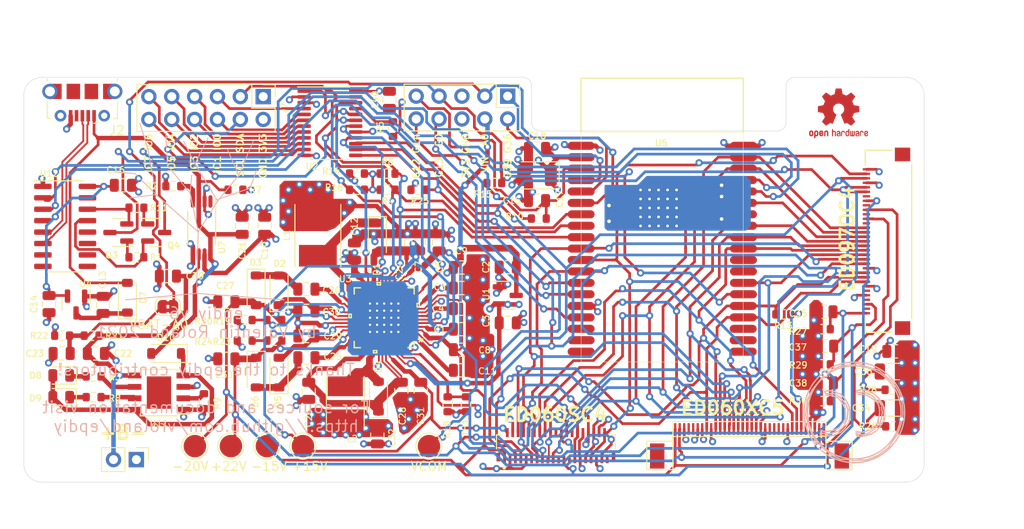
<source format=kicad_pcb>
(kicad_pcb (version 20221018) (generator pcbnew)
  (layers (0 "F.Cu" signal) (1 "In1.Cu" power) (2 "In2.Cu" power) (31 "B.Cu" signal) (34 "B.Paste" user) (35 "F.Paste" user) (36 "B.SilkS" user "B.Silkscreen") (37 "F.SilkS" user "F.Silkscreen") (38 "B.Mask" user) (39 "F.Mask" user) (44 "Edge.Cuts" user))
  (net 0 "")
  (net 1 "GND")
  (net 2 "Net-(U3-INT_LDO)")
  (net 3 "/+22V")
  (net 4 "/-20V")
  (net 5 "/-15V")
  (net 6 "/15V")
  (net 7 "/EN")
  (net 8 "/EP_CKH")
  (net 9 "/EP_LE")
  (net 10 "/EP_OE")
  (net 11 "/EP_STH")
  (net 12 "/EP_D0")
  (net 13 "/EP_D1")
  (net 14 "/EP_D2")
  (net 15 "/EP_D3")
  (net 16 "/EP_D4")
  (net 17 "/EP_D5")
  (net 18 "/EP_D6")
  (net 19 "/EP_D7")
  (net 20 "/EP_VCOM")
  (net 21 "/EP_MODE")
  (net 22 "/EP_STV")
  (net 23 "/EP_CKV")
  (net 24 "/MISO")
  (net 25 "/SCLK")
  (net 26 "/MOSI")
  (net 27 "/A0")
  (net 28 "/SENSOR_VN")
  (net 29 "/SENSOR_VP")
  (net 30 "/USB_TXD")
  (net 31 "/USB_RXD")
  (net 32 "/+3.3V")
  (net 33 "Net-(U3-VREF)")
  (net 34 "SW_VIN")
  (net 35 "EPD_VDD")
  (net 36 "/~{RTS}")
  (net 37 "Net-(D7-K)")
  (net 38 "/~{DTR}")
  (net 39 "Net-(D2-A)")
  (net 40 "BAT+")
  (net 41 "VBUS")
  (net 42 "Net-(U3-VEE_DRV)")
  (net 43 "Net-(D5-K)")
  (net 44 "Net-(U3-VDDH_DRV)")
  (net 45 "Net-(D4-K)")
  (net 46 "Net-(D5-A)")
  (net 47 "/+3.3_Serial")
  (net 48 "Net-(D2-K)")
  (net 49 "Net-(C23-Pad2)")
  (net 50 "/IO0")
  (net 51 "/VNEG_IN")
  (net 52 "Net-(D1-K)")
  (net 53 "Net-(D4-A)")
  (net 54 "Net-(D8-K)")
  (net 55 "Net-(D10-K)")
  (net 56 "Net-(D9-K)")
  (net 67 "/SDA")
  (net 69 "/SCL")
  (net 70 "/TPS_PWR_GOOD")
  (net 71 "/TPS_nINT")
  (net 75 "/~{GPIO_INTR}")
  (net 76 "/TPS_WAKEUP")
  (net 77 "/TPS_VCOM_CTRL")
  (net 78 "/TPS_PWRUP")
  (net 80 "Net-(J7-Pin_5)")
  (net 81 "Net-(J7-Pin_6)")
  (net 82 "Net-(J7-Pin_7)")
  (net 83 "Net-(J7-Pin_8)")
  (net 84 "Net-(J7-Pin_9)")
  (net 85 "Net-(J7-Pin_10)")
  (net 86 "Net-(J7-Pin_11)")
  (net 87 "Net-(J7-Pin_12)")
  (net 88 "Net-(Q3-B)")
  (net 89 "Net-(Q4-B)")
  (net 90 "Net-(U7-ILIM)")
  (net 91 "Net-(U11-~{STDBY})")
  (net 92 "Net-(U2-A0)")
  (net 93 "Net-(U11-~{CHRG})")
  (net 94 "Net-(U11-PROG)")
  (net 95 "Net-(U3-TS)")
  (net 96 "Net-(U3-VEE_FB)")
  (net 97 "Net-(U3-VDDH_FB)")
  (net 127 "/USB_D-")
  (net 128 "/USB_D+")
  (footprint "epaper-breakout:CONN_ED097OC4" (layer "F.Cu") (at 116.1372 37.7274 -90)
    (fp_text reference "J1" hide)
    (fp_text value "XF2M-3315-1A" hide)
  )
  (footprint "epaper-breakout:USB_Micro-B_A01SB141B1-067" (layer "F.Cu") (at 31.5 21.065 180)
    (fp_text reference "J2")
    (fp_text value "C10418")
  )
  (footprint "Resistor_SMD:R_0603_1608Metric" (layer "F.Cu") (at 77.25 31.25)
    (fp_text reference "R15")
    (fp_text value "10k")
  )
  (footprint "Resistor_SMD:R_0603_1608Metric" (layer "F.Cu") (at 109.347 45.847)
    (fp_text reference "R13")
    (fp_text value "10k")
  )
  (footprint "MountingHole:MountingHole_2.2mm_M2" (layer "F.Cu") (at 122.5 22)
    (fp_text reference "H1" hide)
    (fp_text value "MountingHole")
  )
  (footprint "Package_TO_SOT_SMD:SOT-23" (layer "F.Cu") (at 78.75 43.743)
    (fp_text reference "U1")
    (fp_text value "MCP1700-3302E_SOT23")
  )
  (footprint "Capacitor_SMD:C_0805_2012Metric" (layer "F.Cu") (at 36 31.5)
    (fp_text reference "C16")
    (fp_text value "100nF")
  )
  (footprint "Package_TO_SOT_SMD:SOT-23" (layer "F.Cu") (at 35.5 36.75 180)
    (fp_text reference "Q3")
    (fp_text value "MMBT3904")
  )
  (footprint "Resistor_SMD:R_0603_1608Metric" (layer "F.Cu") (at 37.5 39.5)
    (fp_text reference "R1")
    (fp_text value "10k")
  )
  (footprint "Resistor_SMD:R_0603_1608Metric" (layer "F.Cu") (at 37.5 34 180)
    (fp_text reference "R11")
    (fp_text value "10k")
  )
  (footprint "esp32-wrover:ESP32-WROVER" (layer "F.Cu") (at 95.9 26.2)
    (fp_text reference "U5")
    (fp_text value "ESP32-WROVER" hide)
  )
  (footprint "Package_TO_SOT_SMD:SOT-23" (layer "F.Cu") (at 39.7025 36.75)
    (fp_text reference "Q4")
    (fp_text value "MMBT3904")
  )
  (footprint "Capacitor_SMD:C_0805_2012Metric" (layer "F.Cu") (at 78.75 46.8 180)
    (fp_text reference "C3")
    (fp_text value "10uF")
  )
  (footprint "Capacitor_SMD:C_0805_2012Metric" (layer "F.Cu") (at 33 50.2 180)
    (fp_text reference "C22")
    (fp_text value "100nF")
  )
  (footprint "LED_SMD:LED_0805_2012Metric" (layer "F.Cu") (at 29.1505 55.058 180)
    (fp_text reference "D9")
    (fp_text value "LED RED")
  )
  (footprint "Resistor_SMD:R_0603_1608Metric" (layer "F.Cu") (at 32.75 52.75 180)
    (fp_text reference "R3")
    (fp_text value "1k")
  )
  (footprint "Resistor_SMD:R_0603_1608Metric" (layer "F.Cu") (at 32.75 55.058 180)
    (fp_text reference "R8")
    (fp_text value "1k")
  )
  (footprint "LED_SMD:LED_0805_2012Metric" (layer "F.Cu") (at 29.1505 52.645 180)
    (fp_text reference "D8")
    (fp_text value "LED GREEN")
  )
  (footprint "Jumper:SolderJumper-2_P1.3mm_Bridged2Bar_RoundedPad1.0x1.5mm" (layer "F.Cu") (at 41 45 180)
    (fp_text reference "JP_BAT1" hide)
    (fp_text value "Jumper")
  )
  (footprint "Capacitor_SMD:C_0805_2012Metric" (layer "F.Cu") (at 82 27.4)
    (fp_text reference "C18")
    (fp_text value "1uF")
  )
  (footprint "Capacitor_SMD:C_0805_2012Metric" (layer "F.Cu") (at 29.2 50.2)
    (fp_text reference "C23")
    (fp_text value "100nF")
  )
  (footprint "Capacitor_SMD:C_0805_2012Metric" (layer "F.Cu") (at 73.66 52.07 180)
    (fp_text reference "C11")
    (fp_text value "4.7uF")
  )
  (footprint "Capacitor_SMD:C_0805_2012Metric" (layer "F.Cu") (at 121.805 49.968)
    (fp_text reference "C19")
    (fp_text value "10uF")
  )
  (footprint "Capacitor_SMD:C_1206_3216Metric" (layer "F.Cu") (at 121.551 56.272)
    (fp_text reference "C34")
    (fp_text value "1uF/50V")
  )
  (footprint "Capacitor_SMD:C_0805_2012Metric" (layer "F.Cu") (at 113.928 45.57 180)
    (fp_text reference "C35")
    (fp_text value "1uF/25V")
  )
  (footprint "Capacitor_SMD:C_1206_3216Metric" (layer "F.Cu") (at 121.551 52.208)
    (fp_text reference "C36")
    (fp_text value "1uF/50V")
  )
  (footprint "Capacitor_SMD:C_0805_2012Metric" (layer "F.Cu") (at 114 49.384 180)
    (fp_text reference "C37")
    (fp_text value "1uF/25V")
  )
  (footprint "Resistor_SMD:R_0603_1608Metric" (layer "F.Cu") (at 66 25.25 -90)
    (fp_text reference "R5")
    (fp_text value "0")
  )
  (footprint "Resistor_SMD:R_0603_1608Metric" (layer "F.Cu") (at 72.0812 55.8466 90)
    (fp_text reference "R18")
    (fp_text value "43k")
  )
  (footprint "Resistor_SMD:R_0603_1608Metric" (layer "F.Cu") (at 121.551 58.304)
    (fp_text reference "R26")
    (fp_text value "47k")
  )
  (footprint "Resistor_SMD:R_0603_1608Metric" (layer "F.Cu") (at 113.75 47.5 180)
    (fp_text reference "R27")
    (fp_text value "47k")
  )
  (footprint "Resistor_SMD:R_0603_1608Metric" (layer "F.Cu") (at 121.488 54.24)
    (fp_text reference "R28")
    (fp_text value "47k")
  )
  (footprint "Resistor_SMD:R_0603_1608Metric" (layer "F.Cu") (at 113.75 51.416 180)
    (fp_text reference "R29")
    (fp_text value "47k")
  )
  (footprint "Resistor_SMD:R_0603_1608Metric" (layer "F.Cu") (at 74.1132 55.8466 -90)
    (fp_text reference "TH1")
    (fp_text value "10k/3380K")
  )
  (footprint "Package_SO:TSSOP-24_4.4x7.8mm_P0.65mm" (layer "F.Cu") (at 59 24.6)
    (fp_text reference "U2")
    (fp_text value "PCA9535PW")
  )
  (footprint "epaper-breakout:HRS_FH26W-39S-0.3SHW(60)" (layer "F.Cu") (at 84.1 60.6)
    (fp_text reference "J4" hide)
    (fp_text value "ED060SC4")
  )
  (footprint "Package_TO_SOT_SMD:SOT-23" (layer "F.Cu") (at 30.8 44.758 -90)
    (fp_text reference "U4")
    (fp_text value "XC6206PxxxMR")
  )
  (footprint "Capacitor_SMD:C_0805_2012Metric" (layer "F.Cu") (at 33.8 44.8 90)
    (fp_text reference "C13")
    (fp_text value "1uF")
  )
  (footprint "Capacitor_SMD:C_0805_2012Metric" (layer "F.Cu") (at 27.8 44.7075 90)
    (fp_text reference "C14")
    (fp_text value "1uF")
  )
  (footprint "Connector_PinHeader_2.54mm:PinHeader_2x06_P2.54mm_Vertical" (layer "F.Cu") (at 51.5874 21.6408 -90)
    (fp_text reference "J7")
    (fp_text value "Conn_01x12")
  )
  (footprint "Capacitor_SMD:C_0805_2012Metric" (layer "F.Cu") (at 71.12 37.846 -90)
    (fp_text reference "C5")
    (fp_text value "4.7uF")
  )
  (footprint "Capacitor_Tantalum_SMD:CP_EIA-3528-15_AVX-H" (layer "F.Cu") (at 82 30.4 180)
    (fp_text reference "C17")
    (fp_text value "100uF")
  )
  (footprint "Capacitor_SMD:C_0805_2012Metric" (layer "F.Cu") (at 73.66 40.64)
    (fp_text reference "C9")
    (fp_text value "10uF")
  )
  (footprint "Resistor_SMD:R_0603_1608Metric" (layer "F.Cu") (at 52.832 46.482 180)
    (fp_text reference "R19")
    (fp_text value "1M")
  )
  (footprint "Inductor_SMD:L_Taiyo-Yuden_NR-40xx_HandSoldering" (layer "F.Cu") (at 60.706 55.753 90)
    (fp_text reference "L2")
    (fp_text value "2.2uH")
  )
  (footprint "Inductor_SMD:L_Taiyo-Yuden_NR-50xx_HandSoldering" (layer "F.Cu") (at 57.658 37.084 90)
    (fp_text reference "L1")
    (fp_text value "4.7uH")
  )
  (footprint "Resistor_SMD:R_0603_1608Metric" (layer "F.Cu") (at 49.53 48.768 180)
    (fp_text reference "R24")
    (fp_text value "47.5k")
  )
  (footprint "Resistor_SMD:R_0603_1608Metric" (layer "F.Cu") (at 52.832 48.768 180)
    (fp_text reference "R23")
    (fp_text value "1M")
  )
  (footprint "Resistor_SMD:R_0603_1608Metric" (layer "F.Cu") (at 49.53 46.482 180)
    (fp_text reference "R20")
    (fp_text value "52.3k")
  )
  (footprint "Capacitor_SMD:C_0805_2012Metric" (layer "F.Cu") (at 64.262 59.309 90)
    (fp_text reference "C32")
    (fp_text value "10uF")
  )
  (footprint "Capacitor_SMD:C_0805_2012Metric" (layer "F.Cu") (at 69.088 54.356 90)
    (fp_text reference "C31")
    (fp_text value "4.7uF")
  )
  (footprint "Capacitor_SMD:C_0805_2012Metric" (layer "F.Cu") (at 56.388 45.466 180)
    (fp_text reference "C30")
    (fp_text value "100nF")
  )
  (footprint "Capacitor_SMD:C_0805_2012Metric" (layer "F.Cu") (at 56.388 48.26)
    (fp_text reference "C29")
    (fp_text value "100nF")
  )
  (footprint "Capacitor_SMD:C_0805_2012Metric" (layer "F.Cu") (at 82 33.2 180)
    (fp_text reference "C15")
    (fp_text value "100nF")
  )
  (footprint "tps65185:TPS651851RSLR" (layer "F.Cu") (at 65.024 46.228 180)
    (fp_text reference "U3")
    (fp_text value "TPS651851RSLR" hide)
  )
  (footprint "Capacitor_SMD:C_0805_2012Metric" (layer "F.Cu") (at 73.66 49.784 180)
    (fp_text reference "C8")
    (fp_text value "4.7uF")
  )
  (footprint "Capacitor_SMD:C_0805_2012Metric" (layer "F.Cu") (at 61.722 38.862 90)
    (fp_text reference "C12")
    (fp_text value "10uF")
  )
  (footprint "Capacitor_SMD:C_0805_2012Metric" (layer "F.Cu") (at 73.66 42.926 180)
    (fp_text reference "C6")
    (fp_text value "22uF")
  )
  (footprint "Diode_SMD:D_SOD-123" (layer "F.Cu") (at 50.8 52.324 -90)
    (fp_text reference "D6")
    (fp_text value "MBR0540")
  )
  (footprint "Diode_SMD:D_SOD-123" (layer "F.Cu") (at 53.34 52.324 90)
    (fp_text reference "D5")
    (fp_text value "MBR0540")
  )
  (footprint "Diode_SMD:D_SOD-123" (layer "F.Cu") (at 50.8 43.18 -90)
    (fp_text reference "D3")
    (fp_text value "MBR0540")
  )
  (footprint "Diode_SMD:D_SOD-123" (layer "F.Cu") (at 53.34 43.18 90)
    (fp_text reference "D2")
    (fp_text value "MBR0540")
  )
  (footprint "Capacitor_SMD:C_0805_2012Metric" (layer "F.Cu") (at 47.498 44.45)
    (fp_text reference "C27")
    (fp_text value "2.2uF")
  )
  (footprint "Capacitor_SMD:C_0805_2012Metric" (layer "F.Cu") (at 66.548 37.846 90)
    (fp_text reference "C24")
    (fp_text value "4.7uF")
  )
  (footprint "Capacitor_SMD:C_0805_2012Metric" (layer "F.Cu") (at 73.66 47.498)
    (fp_text reference "C1")
    (fp_text value "4.7uF")
  )
  (footprint "Capacitor_SMD:C_0805_2012Metric" (layer "F.Cu") (at 56.388 43.053)
    (fp_text reference "C20")
    (fp_text value "10nF")
  )
  (footprint "Capacitor_SMD:C_0805_2012Metric" (layer "F.Cu") (at 68.834 37.846 90)
    (fp_text reference "C7")
    (fp_text value "4.7uF")
  )
  (footprint "Capacitor_SMD:C_0805_2012Metric" (layer "F.Cu") (at 56.388 50.673)
    (fp_text reference "C25")
    (fp_text value "10nF")
  )
  (footprint "Capacitor_SMD:C_0805_2012Metric" (layer "F.Cu") (at 47.498 50.8 180)
    (fp_text reference "C33")
    (fp_text value "2.2uF")
  )
  (footprint "Capacitor_SMD:C_0805_2012Metric" (layer "F.Cu") (at 73.66 45.2247 180)
    (fp_text reference "C4")
    (fp_text value "4.7uF")
  )
  (footprint "Capacitor_SMD:C_0805_2012Metric" (layer "F.Cu") (at 66.929 54.356 90)
    (fp_text reference "C28")
    (fp_text value "4.7uF")
  )
  (footprint "Diode_SMD:D_SOD-123" (layer "F.Cu") (at 64.389 54.991 90)
    (fp_text reference "D4")
    (fp_text value "MBR0540")
  )
  (footprint "Capacitor_SMD:C_0805_2012Metric" (layer "F.Cu") (at 78.75 40.6)
    (fp_text reference "C2")
    (fp_text value "10uF")
  )
  (footprint "Connector_PinHeader_2.54mm:PinHeader_2x05_P2.54mm_Vertical" (layer "F.Cu") (at 78.74 21.59 -90)
    (fp_text reference "J3")
    (fp_text value "Conn_02x05_Counter_Clockwise")
  )
  (footprint "epaper-breakout:X05A20H34G" (layer "F.Cu") (at 105.6 58.6)
    (fp_text reference "U6" hide)
    (fp_text value "ED060XC5")
  )
  (footprint "Capacitor_SMD:C_0805_2012Metric" (layer "F.Cu") (at 113.978 53.464 180)
    (fp_text reference "C38")
    (fp_text value "1uF/25V")
  )
  (footprint "Resistor_SMD:R_0603_1608Metric" (layer "F.Cu") (at 113.75 55.496 180)
    (fp_text reference "R30")
    (fp_text value "100k")
  )
  (footprint "Diode_SMD:D_SOD-123" (layer "F.Cu") (at 64.262 37.338 -90)
    (fp_text reference "D1")
    (fp_text value "MBR0540")
  )
  (footprint "Resistor_SMD:R_0603_1608Metric" (layer "F.Cu") (at 29.25 48.221 180)
    (fp_text reference "R22")
    (fp_text value "150k")
  )
  (footprint "Resistor_SMD:R_0603_1608Metric" (layer "F.Cu") (at 32.524 48.221 180)
    (fp_text reference "R21")
    (fp_text value "680k")
  )
  (footprint "Capacitor_SMD:C_0805_2012Metric" (layer "F.Cu") (at 51.75 36 -90)
    (fp_text reference "C10")
    (fp_text value "22uF")
  )
  (footprint "Capacitor_SMD:C_0805_2012Metric" (layer "F.Cu") (at 49.25 36 90)
    (fp_text reference "C21")
    (fp_text value "100nF")
  )
  (footprint "Capacitor_SMD:C_0805_2012Metric" (layer "F.Cu") (at 41 41.6)
    (fp_text reference "C39")
    (fp_text value "100nF")
  )
  (footprint "Resistor_SMD:R_0603_1608Metric" (layer "F.Cu") (at 41.6 31.6 180)
    (fp_text reference "R2")
    (fp_text value "400")
  )
  (footprint "epaper-breakout:TPS2113APW" (layer "F.Cu") (at 44.75 36.25 -90)
    (fp_text reference "U7")
    (fp_text value "TPS2113APW" hide)
  )
  (footprint "Capacitor_SMD:C_0805_2012Metric" (layer "F.Cu") (at 56.642 54.356 90)
    (fp_text reference "C26")
    (fp_text value "4.7uF")
  )
  (footprint "Resistor_SMD:R_0603_1608Metric" (layer "F.Cu") (at 68.825 32)
    (fp_text reference "R25")
    (fp_text value "10k")
  )
  (footprint "TestPoint:TestPoint_Pad_D2.5mm" (layer "F.Cu") (at 52 60.5)
    (fp_text reference "TP2")
    (fp_text value "-15V")
  )
  (footprint "TestPoint:TestPoint_Pad_D2.5mm" (layer "F.Cu") (at 44 60.5)
    (fp_text reference "TP3")
    (fp_text value "-20V")
  )
  (footprint "TestPoint:TestPoint_Pad_D2.5mm" (layer "F.Cu") (at 56 60.5)
    (fp_text reference "TP4")
    (fp_text value "+15V")
  )
  (footprint "TestPoint:TestPoint_Pad_D2.5mm" (layer "F.Cu") (at 70 60.5)
    (fp_text reference "TP5")
    (fp_text value "VCOM")
  )
  (footprint "MountingHole:MountingHole_2.2mm_M2" (layer "F.Cu") (at 122.5 62)
    (fp_text reference "H3" hide)
    (fp_text value "MountingHole")
  )
  (footprint "Package_SO:SOIC-16_3.9x9.9mm_P1.27mm" (layer "F.Cu") (at 29.591 36.068)
    (fp_text reference "U12")
    (fp_text value "CH340C")
  )
  (footprint "Capacitor_SMD:C_0805_2012Metric" (layer "F.Cu") (at 65.6 22 -90)
    (fp_text reference "C40")
    (fp_text value "100nF")
  )
  (footprint "Resistor_SMD:R_0603_1608Metric" (layer "F.Cu") (at 82.2 35.2)
    (fp_text reference "R10")
    (fp_text value "10k")
  )
  (footprint "Resistor_SMD:R_0603_1608Metric" (layer "F.Cu") (at 65.4 32)
    (fp_text reference "R4")
    (fp_text value "10k")
  )
  (footprint "Resistor_SMD:R_0603_1608Metric" (layer "F.Cu") (at 65.4 30.2)
    (fp_text reference "R6")
    (fp_text value "10k")
  )
  (footprint "Resistor_SMD:R_0603_1608Metric" (layer "F.Cu") (at 62 30.2 180)
    (fp_text reference "R14")
    (fp_text value "10k")
  )
  (footprint "Resistor_SMD:R_0603_1608Metric" (layer "F.Cu") (at 62 32 180)
    (fp_text reference "R16")
    (fp_text value "10k")
  )
  (footprint "TestPoint:TestPoint_Pad_D2.5mm" (layer "F.Cu") (at 48 60.5)
    (fp_text reference "TP1")
    (fp_text value "+22V")
  )
  (footprint "epaper-breakout:TP4056_SOP-8-PP" (layer "F.Cu") (at 40.009 54.55 180)
    (fp_text reference "U11")
    (fp_text value "TP4056")
  )
  (footprint "Diode_SMD:D_SOD-123" (layer "F.Cu") (at 40.8 50.2 180)
    (fp_text reference "D10")
    (fp_text value "1N5817")
  )
  (footprint "Resistor_SMD:R_0603_1608Metric" (layer "F.Cu") (at 45 55.5 90)
    (fp_text reference "R9")
    (fp_text value "6.8k")
  )
  (footprint "MountingHole:MountingHole_2.2mm_M2" (layer "F.Cu") (at 27.5 62)
    (fp_text reference "H2" hide)
    (fp_text value "MountingHole")
  )
  (footprint "Connector_PinHeader_2.54mm:PinHeader_1x02_P2.54mm_Vertical" (layer "F.Cu") (at 37.5 62 -90)
    (fp_text reference "J5")
    (fp_text value "Conn_01x02_Female")
  )
  (footprint "epaper-breakout:oshw_surface" (layer "F.Cu") (at 115.5 23.5)
    (fp_text reference "REF**" hide)
    (fp_text value "oshw_surface" hide)
  )
  (footprint "Diode_SMD:D_SOD-123" (layer "F.Cu") (at 36.5 44 90)
    (fp_text reference "D7")
    (fp_text value "1N5817")
  )
  (footprint "Resistor_SMD:R_0603_1608Metric" (layer "F.Cu") (at 48.5 32)
    (fp_text reference "R7")
    (fp_text value "100k")
  )
  (footprint "Symbol:Symbol_CreativeCommons_SilkScreenTop_Type2_Big" (layer "B.Cu") (at 117.25 56.75 180)
    (fp_text reference "CC")
    (fp_text value "Symbol_CreativeCommons_SilkScreenTop_Type2_Big")
  )
  (gr_line (start 44.188004 43.517987) (end 44.368004 36.677994) (stroke (width 0.1)) (layer "B.SilkS"))
  (gr_line (start 40.948007 29.298001) (end 40.768007 25.698004) (stroke (width 0.1)) (layer "B.SilkS"))
  (gr_line (start 43.468005 32.357998) (end 43.648005 30.378) (stroke (width 0.1)) (layer "B.SilkS"))
  (gr_line (start 44.188004 43.517987) (end 36.268011 44.237987) (stroke (width 0.1)) (layer "B.SilkS"))
  (gr_line (start 44.008004 29.118001) (end 45.448003 26.238003) (stroke (width 0.1)) (layer "B.SilkS"))
  (gr_line (start 44.008004 29.118001) (end 42.748005 26.598003) (stroke (width 0.1)) (layer "B.SilkS"))
  (gr_line (start 46.528002 33.257997) (end 44.008004 29.118001) (stroke (width 0.1)) (layer "B.SilkS"))
  (gr_line (start 48.868 30.378) (end 50.487998 26.598003) (stroke (width 0.1)) (layer "B.SilkS"))
  (gr_line (start 39.688008 32.537998) (end 37.34801 30.198) (stroke (width 0.1)) (layer "B.SilkS"))
  (gr_line (start 38.788009 27.498002) (end 37.88801 24.618005) (stroke (width 0.1)) (layer "B.SilkS"))
  (gr_line (start 44.368004 36.677994) (end 46.528002 33.257997) (stroke (width 0.1)) (layer "B.SilkS"))
  (gr_line (start 44.188004 43.517987) (end 53.907995 44.237987) (stroke (width 0.1)) (layer "B.SilkS"))
  (gr_line (start 44.368004 36.677994) (end 43.468005 32.357998) (stroke (width 0.1)) (layer "B.SilkS"))
  (gr_line (start 46.528002 33.077997) (end 50.127999 31.817998) (stroke (width 0.1)) (layer "B.SilkS"))
  (gr_line (start 43.468005 32.357998) (end 40.948007 29.298001) (stroke (width 0.1)) (layer "B.SilkS"))
  (gr_line (start 39.688008 32.537998) (end 36.808011 32.897997) (stroke (width 0.1)) (layer "B.SilkS"))
  (gr_line (start 39.688008 32.537998) (end 38.788009 27.498002) (stroke (width 0.1)) (layer "B.SilkS"))
  (gr_line (start 46.528002 33.257997) (end 48.868 30.378) (stroke (width 0.1)) (layer "B.SilkS"))
  (gr_line (start 37.34801 30.198) (end 35.008012 30.018) (stroke (width 0.1)) (layer "B.SilkS"))
  (gr_line (start 44.368004 36.677994) (end 39.688008 32.537998) (stroke (width 0.1)) (layer "B.SilkS"))
  (gr_line (start 48.868 30.378) (end 47.608001 27.498002) (stroke (width 0.1)) (layer "B.SilkS"))
  (gr_line (start 50.127999 31.817998) (end 50.847998 29.838) (stroke (width 0.1)) (layer "B.SilkS"))
  (gr_line (start 25 62.5) (end 25 21.5) (stroke (width 0.05)) (layer "Edge.Cuts"))
  (gr_line (start 27 64.5) (end 123 64.5) (stroke (width 0.05)) (layer "Edge.Cuts"))
  (gr_line (start 125 21.5) (end 125 62.5) (stroke (width 0.05)) (layer "Edge.Cuts"))
  (gr_arc (start 109.6645 24.511) (mid 109.385519 25.184519) (end 108.712 25.4635) (stroke (width 0.05)) (layer "Edge.Cuts"))
  (gr_line (start 109.6645 24.511) (end 109.6645 20.447) (stroke (width 0.05)) (layer "Edge.Cuts"))
  (gr_line (start 108.712 25.4635) (end 82.3595 25.4635) (stroke (width 0.05)) (layer "Edge.Cuts"))
  (gr_line (start 123 19.5) (end 110.617 19.4945) (stroke (width 0.05)) (layer "Edge.Cuts"))
  (gr_line (start 27 19.5) (end 80.4355 19.5) (stroke (width 0.05)) (layer "Edge.Cuts"))
  (gr_arc (start 25 21.5) (mid 25.585786 20.085786) (end 27 19.5) (stroke (width 0.05)) (layer "Edge.Cuts"))
  (gr_arc (start 27 64.5) (mid 25.585786 63.914214) (end 25 62.5) (stroke (width 0.05)) (layer "Edge.Cuts"))
  (gr_arc (start 80.4355 19.5) (mid 81.109019 19.778981) (end 81.388 20.4525) (stroke (width 0.05)) (layer "Edge.Cuts"))
  (gr_arc (start 123 19.5) (mid 124.414214 20.085786) (end 125 21.5) (stroke (width 0.05)) (layer "Edge.Cuts"))
  (gr_line (start 81.407 24.511) (end 81.388 20.4525) (stroke (width 0.05)) (layer "Edge.Cuts"))
  (gr_arc (start 82.3595 25.4635) (mid 81.685981 25.184519) (end 81.407 24.511) (stroke (width 0.05)) (layer "Edge.Cuts"))
  (gr_arc (start 125 62.5) (mid 124.414214 63.914214) (end 123 64.5) (stroke (width 0.05)) (layer "Edge.Cuts"))
  (gr_arc (start 109.6645 20.447) (mid 109.943481 19.773481) (end 110.617 19.4945) (stroke (width 0.05)) (layer "Edge.Cuts"))
  (gr_text "epdiy v6\nby Valentin Roland 2021\n\nThanks to the epdiy contributors!\n\nFor sources and documentation visit\nhttps://github.com/vroland/epdiy" (at 45.25 52) (layer "B.SilkS") (effects (font (size 1.3 1.3)) (justify mirror)))
  (gr_text "+B-" (at 36 59) (layer "F.SilkS") (effects (font (size 1.5 1.5) (thickness 0.3))))
  (gr_text "ED097OC4" (at 116.459 37.465 90) (layer "F.SilkS") (effects (font (size 1.5 1.5) (thickness 0.3))))
  (gr_text "VBAT-A0" (at 40 47) (layer "F.SilkS") (effects (font (size 1 1))))
  (gr_text "GND 3V3" (at 51.562 25.654 90) (layer "F.SilkS") (effects (font (size 0.762 0.762) (thickness 0.1524)) (justify right)))
  (gr_text "G39 G36" (at 78.74 25.654 90) (layer "F.SilkS") (effects (font (size 0.762 0.762) (thickness 0.1524)) (justify right)))
  (gr_text "ED060SC4" (at 84 57) (layer "F.SilkS") (effects (font (size 1.5 1.5) (thickness 0.3))))
  (gr_text "G12 G14" (at 68.58 25.654 90) (layer "F.SilkS") (effects (font (size 0.762 0.762) (thickness 0.1524)) (justify right)))
  (gr_text "G13  G0" (at 71.12 25.654 90) (layer "F.SilkS") (effects (font (size 0.762 0.762) (thickness 0.1524)) (justify right)))
  (gr_text "3V3 GND" (at 74.1 25.6 90) (layer "F.SilkS") (effects (font (size 0.762 0.762) (thickness 0.1524)) (justify right)))
  (gr_text "IO7 IO6" (at 38.862 25.654 90) (layer "F.SilkS") (effects (font (size 0.762 0.762) (thickness 0.1524)) (justify right)))
  (gr_text "ED060XC5" (at 103.75 56.25) (layer "F.SilkS") (effects (font (size 1.5 1.5) (thickness 0.3))))
  (gr_text "IO5 IO4" (at 41.402 25.654 90) (layer "F.SilkS") (effects (font (size 0.762 0.762) (thickness 0.1524)) (justify right)))
  (gr_text "IO3 IO2" (at 43.942 25.654 90) (layer "F.SilkS") (effects (font (size 0.762 0.762) (thickness 0.1524)) (justify right)))
  (gr_text "IO1 IO0" (at 46.482 25.654 90) (layer "F.SilkS") (effects (font (size 0.762 0.762) (thickness 0.1524)) (justify right)))
  (gr_text "SCL SDA" (at 49.022 25.654 90) (layer "F.SilkS") (effects (font (size 0.762 0.762) (thickness 0.1524)) (justify right)))
  (gr_text "VIN  A0" (at 76.2 25.654 90) (layer "F.SilkS") (effects (font (size 0.762 0.762) (thickness 0.1524)) (justify right)))
  (segment (start 63.854 36.896) (end 67.604 36.896) (width 1) (layer "F.Cu") (net 1))
  (segment (start 67.604 36.896) (end 71.12 36.896) (width 1) (layer "F.Cu") (net 1))
  (segment (start 67.944 55.306) (end 69.088 55.306) (width 0.5) (layer "F.Cu") (net 1))
  (segment (start 55.438 48.26) (end 55.438 46.812) (width 0.5) (layer "F.Cu") (net 1))
  (segment (start 79 62.7) (end 78.7 63) (width 0.3) (layer "F.Cu") (net 1))
  (segment (start 66.823999 43.253) (end 66.823999 42.628) (width 0.2) (layer "F.Cu") (net 1))
  (segment (start 81.05 30.9875) (end 80.4625 30.4) (width 1) (layer "F.Cu") (net 1))
  (segment (start 56.1375 21.675) (end 54.825 21.675) (width 0.3) (layer "F.Cu") (net 1))
  (segment (start 45.55 50.8) (end 45.5 50.75) (width 0.5) (layer "F.Cu") (net 1))
  (segment (start 66.78501 22.46499) (end 67 22.25) (width 0.3) (layer "F.Cu") (net 1))
  (segment (start 40.05 41.6) (end 40.05 40.55) (width 0.5) (layer "F.Cu") (net 1))
  (segment (start 40.05 41.6) (end 40.05 42.7) (width 0.5) (layer "F.Cu") (net 1))
  (segment (start 80.49 46.8) (end 80.54 46.75) (width 0.5) (layer "F.Cu") (net 1))
  (segment (start 88.3 60.2) (end 88.3 60.195907) (width 0.3) (layer "F.Cu") (net 1))
  (segment (start 112.85 58.6) (end 112.85 57.65) (width 0.3) (layer "F.Cu") (net 1))
  (segment (start 42.709 56.455) (end 42.709 57.209) (width 0.5) (layer "F.Cu") (net 1))
  (segment (start 79.7 46.8) (end 80.49 46.8) (width 0.5) (layer "F.Cu") (net 1))
  (segment (start 78.75 42.5) (end 78.5 42.5) (width 0.5) (layer "F.Cu") (net 1))
  (segment (start 55.438 46.812) (end 57.562 46.812) (width 0.5) (layer "F.Cu") (net 1))
  (segment (start 49.325 32) (end 50.25 32) (width 0.3) (layer "F.Cu") (net 1))
  (segment (start 66.823999 42.628) (end 67.287999 42.164) (width 0.2) (layer "F.Cu") (net 1))
  (segment (start 79.25 63) (end 78.7 63) (width 0.3) (layer "F.Cu") (net 1))
  (segment (start 71.12 36.896) (end 71.896 36.896) (width 0.5) (layer "F.Cu") (net 1))
  (segment (start 78 41.75) (end 78.375 42.125) (width 0.5) (layer "F.Cu") (net 1))
  (segment (start 77.5 43.5) (end 78.375 42.625) (width 0.5) (layer "F.Cu") (net 1))
  (segment (start 33.95 50.05) (end 34.75 49.25) (width 0.5) (layer "F.Cu") (net 1))
  (segment (start 51.75 34.75) (end 51 34) (width 0.5) (layer "F.Cu") (net 1))
  (segment (start 112.35 57.4) (end 113 56.75) (width 0.3) (layer "F.Cu") (net 1))
  (segment (start 64.172012 33.81001) (end 66.548 36.185998) (width 0.5) (layer "F.Cu") (net 1))
  (segment (start 40.05 42.7) (end 39.75 43) (width 0.5) (layer "F.Cu") (net 1))
  (segment (start 68.009008 46.438008) (end 70.165852 46.438008) (width 0.2) (layer "F.Cu") (net 1))
  (segment (start 103.11 27.11) (end 102.75 26.75) (width 0.5) (layer "F.Cu") (net 1))
  (segment (start 49.25 34.75) (end 48.5 34) (width 0.5) (layer "F.Cu") (net 1))
  (segment (start 88.37 44.92) (end 88.79 44.5) (width 0.3) (layer "F.Cu") (net 1))
  (segment (start 34.4 43.85) (end 35 43.25) (width 0.5) (layer "F.Cu") (net 1))
  (segment (start 29.75 25.15) (end 29.75 25.25) (width 0.5) (layer "F.Cu") (net 1))
  (segment (start 88.3 60.195907) (end 88.496546 59.999361) (width 0.3) (layer "F.Cu") (net 1))
  (segment (start 72.0812 56.6716) (end 72.6316 56.6716) (width 0.5) (layer "F.Cu") (net 1))
  (segment (start 112.85 57.65) (end 113.75 56.75) (width 0.3) (layer "F.Cu") (net 1))
  (segment (start 44.87 56.455) (end 45 56.325) (width 0.5) (layer "F.Cu") (net 1))
  (segment (start 67.287999 42.164) (end 68.072 42.164) (width 0.2) (layer "F.Cu") (net 1))
  (segment (start 70.576992 46.438008) (end 70.993 46.022) (width 0.2) (layer "F.Cu") (net 1))
  (segment (start 57.844403 47.094403) (end 58.496777 47.094403) (width 0.5) (layer "F.Cu") (net 1))
  (segment (start 61.61001 33.81001) (end 64.172012 33.81001) (width 0.5) (layer "F.Cu") (net 1))
  (segment (start 89 57.512047) (end 89 57.420001) (width 0.3) (layer "F.Cu") (net 1))
  (segment (start 43.774998 40.225002) (end 43.5 40.5) (width 0.5) (layer "F.Cu") (net 1))
  (segment (start 66.929 55.306) (end 66.929 56.321) (width 0.5) (layer "F.Cu") (net 1))
  (segment (start 54.825 21.675) (end 54.5 22) (width 0.3) (layer "F.Cu") (net 1))
  (segment (start 88.3 60.549448) (end 87.4 61.449448) (width 0.3) (layer "F.Cu") (net 1))
  (segment (start 61.2 33.4) (end 61.61001 33.81001) (width 0.5) (layer "F.Cu") (net 1))
  (segment (start 80.8 62) (end 80.8 62.508002) (width 0.3) (layer "F.Cu") (net 1))
  (segment (start 69.601736 45.628001) (end 70.827737 44.402) (width 0.2) (layer "F.Cu") (net 1))
  (segment (start 81.05 27.4) (end 80.35 27.4) (width 0.5) (layer "F.Cu") (net 1))
  (segment (start 77.75 42.793) (end 77.75 41.75) (width 0.5) (layer "F.Cu") (net 1))
  (segment (start 100.35 58.6) (end 100.35 59.615483) (width 0.3) (layer "F.Cu") (net 1))
  (segment (start 31.75 43.758) (end 31.75 44.75) (width 0.5) (layer "F.Cu") (net 1))
  (segment (start 46.548 44.45) (end 45.45 44.45) (width 0.5) (layer "F.Cu") (net 1))
  (segment (start 66.78501 25.28999) (end 66.78501 23.46499) (width 0.3) (layer "F.Cu") (net 1))
  (segment (start 67.448129 49.911) (end 68.072 49.911) (width 0.2) (layer "F.Cu") (net 1))
  (segment (start 48.705 48.768) (end 48.705 48.955) (width 0.5) (layer "F.Cu") (net 1))
  (segment (start 74.1132 56.6716) (end 73.4216 56.6716) (width 0.5) (layer "F.Cu") (net 1))
  (segment (start 76.25 63) (end 76 62.75) (width 0.3) (layer "F.Cu") (net 1))
  (segment (start 88.09962 44.92) (end 88.738678 45.559058) (width 0.3) (layer "F.Cu") (net 1))
  (segment (start 62.759 60.259) (end 62.75 60.25) (width 0.5) (layer "F.Cu") (net 1))
  (segment (start 61.722 37.059068) (end 62.015534 36.765534) (width 0.5) (layer "F.Cu") (net 1))
  (segment (start 109.85 58.6) (end 109.85 59.9) (width 0.3) (layer "F.Cu") (net 1))
  (segment (start 56.1375 28.175) (end 57.425 28.175) (width 0.3) (layer "F.Cu") (net 1))
  (segment (start 78.375 42.625) (end 78.375 42.125) (width 0.5) (layer "F.Cu") (net 1))
  (segment (start 88.3 58.212047) (end 89 57.512047) (width 0.3) (layer "F.Cu") (net 1))
  (segment (start 72.104 36.896) (end 72.5 36.5) (width 0.5) (layer "F.Cu") (net 1))
  (segment (start 49.25 34.75) (end 50 34) (width 0.5) (layer "F.Cu") (net 1))
  (segment (start 80.45 33.2) (end 80 32.75) (width 0.5) (layer "F.Cu") (net 1))
  (segment (start 61.722 37.912) (end 62.738 36.896) (width 1) (layer "F.Cu") (net 1))
  (segment (start 57.325 22.325) (end 57.5 22.5) (width 0.3) (layer "F.Cu") (net 1))
  (segment (start 86.9 27.11) (end 88.508356 27.11) (width 0.5) (layer "F.Cu") (net 1))
  (segment (start 56.642 55.306) (end 55.556 55.306) (width 0.5) (layer "F.Cu") (net 1))
  (segment (start 80.308002 63) (end 79.25 63) (width 0.3) (layer "F.Cu") (net 1))
  (segment (start 34.45 50.2) (end 35.25 51) (width 0.5) (layer "F.Cu") (net 1))
  (segment (start 86.9 44.92) (end 88.09962 44.92) (width 0.3) (layer "F.Cu") (net 1))
  (segment (start 88.3 60.2) (end 88.3 60.549448) (width 0.3) (layer "F.Cu") (net 1))
  (segment (start 104.93 27.11) (end 103.11 27.11) (width 0.5) (layer "F.Cu") (net 1))
  (segment (start 65.6 22.95) (end 66.7 22.95) (width 0.3) (layer "F.Cu") (net 1))
  (segment (start 70.717487 36.493487) (end 71.12 36.896) (width 0.5) (layer "F.Cu") (net 1))
  (segment (start 62.049 46.827999) (end 58.763181 46.827999) (width 0.2) (layer "F.Cu") (net 1))
  (segment (start 67.999 45.628001) (end 69.601736 45.628001) (width 0.2) (layer "F.Cu") (net 1))
  (segment (start 56.1375 21.675) (end 56.1375 22.325) (width 0.3) (layer "F.Cu") (net 1))
  (segment (start 27.8 45.6575) (end 27.8 46.45) (width 0.5) (layer "F.Cu") (net 1))
  (segment (start 45.074998 34.324998) (end 45.5 34.75) (width 0.3) (layer "F.Cu") (net 1))
  (segment (start 64.434009 49.213008) (end 64.434009 51.517935) (width 0.2) (layer "F.Cu") (net 1))
  (segment (start 67.224001 49.203) (end 67.224001 49.686872) (width 0.2) (layer "F.Cu") (net 1))
  (segment (start 68.5 36.562) (end 68.834 36.896) (width 0.5) (layer "F.Cu") (net 1))
  (segment (start 88.3 59) (end 88.3 60.2) (width 0.3) (layer "F.Cu") (net 1))
  (segment (start 80.8 62.508002) (end 80.308002 63) (width 0.3) (layer "F.Cu") (net 1))
  (segment (start 57.425 28.175) (end 57.5 28.25) (width 0.3) (layer "F.Cu") (net 1))
  (segment (start 80.4625 30.4) (end 80.280223 30.4) (width 0.5) (layer "F.Cu") (net 1))
  (segment (start 66.929 55.306) (end 67.944 55.306) (width 0.5) (layer "F.Cu") (net 1))
  (segment (start 28.25 50.75) (end 27.75 51.25) (width 0.5) (layer "F.Cu") (net 1))
  (segment (start 66.548 36.185998) (end 66.548 36.896) (width 0.5) (layer "F.Cu") (net 1))
  (segment (start 78.5 42.5) (end 77.75 41.75) (width 0.5) (layer "F.Cu") (net 1))
  (segment (start 40.775 30.525) (end 40.75 30.5) (width 0.5) (layer "F.Cu") (net 1))
  (segment (start 100.35 59.615483) (end 100.495195 59.760678) (width 0.3) (layer "F.Cu") (net 1))
  (segment (start 45 57) (end 44.75 57.25) (width 0.5) (layer "F.Cu") (net 1))
  (segment (start 71.12 36.896) (end 72.104 36.896) (width 0.5) (layer "F.Cu") (net 1))
  (segment (start 87.4 61.449448) (end 87.4 62) (width 0.3) (layer "F.Cu") (net 1))
  (segment (start 54.534785 45.466) (end 54.396686 45.604099) (width 0.5) (layer "F.Cu") (net 1))
  (segment (start 55.556 55.306) (end 55.25 55) (width 0.5) (layer "F.Cu") (net 1))
  (segment (start 118.5883 29.727398) (end 119.727398 29.727398) (width 0.3) (layer "F.Cu") (net 1))
  (segment (start 98.35 58.6) (end 98.35 59.594543) (width 0.3) (layer "F.Cu") (net 1))
  (segment (start 61.722 37.912) (end 61.722 37.059068) (width 0.5) (layer "F.Cu") (net 1))
  (segment (start 81.05 33.2) (end 80.45 33.2) (width 0.5) (layer "F.Cu") (net 1))
  (segment (start 56.642 55.306) (end 55.944 55.306) (width 0.5) (layer "F.Cu") (net 1))
  (segment (start 46.548 50.8) (end 45.55 50.8) (width 0.5) (layer "F.Cu") (net 1))
  (segment (start 49.25 35.05) (end 49.25 34.75) (width 0.5) (layer "F.Cu") (net 1))
  (segment (start 64.262 60.259) (end 65.491 60.259) (width 0.5) (layer "F.Cu") (net 1))
  (segment (start 73.0532 57.04) (end 73.4216 56.6716) (width 0.5) (layer "F.Cu") (net 1))
  (segment (start 80.4625 30.4) (end 80.4625 29.208408) (width 0.5) (layer "F.Cu") (net 1))
  (segment (start 55.438 45.466) (end 54.534785 45.466) (width 0.5) (layer "F.Cu") (net 1))
  (segment (start 67.604 36.896) (end 67.604 35.896) (width 0.5) (layer "F.Cu") (net 1))
  (segment (start 42.709 56.455) (end 44.87 56.455) (width 0.5) (layer "F.Cu") (net 1))
  (segment (start 101.35 59.85) (end 101.5 60) (width 0.3) (layer "F.Cu") (net 1))
  (segment (start 44.085 53.915) (end 44.25 53.75) (width 0.5) (layer "F.Cu") (net 1))
  (segment (start 42.709 57.209) (end 42.75 57.25) (width 0.5) (layer "F.Cu") (net 1))
  (segment (start 79 62) (end 79 62.7) (width 0.3) (layer "F.Cu") (net 1))
  (segment (start 64.434009 51.517935) (end 64.367281 51.584663) (width 0.2) (layer "F.Cu") (net 1))
  (segment (start 45 56.325) (end 45 57) (width 0.5) (layer "F.Cu") (net 1))
  (segment (start 45.074998 33.299998) (end 45.074998 34.324998) (width 0.3) (layer "F.Cu") (net 1))
  (segment (start 118.5883 43.727398) (end 117.522602 43.727398) (width 0.3) (layer "F.Cu") (net 1))
  (segment (start 81.05 33.2) (end 81.05 30.9875) (width 1) (layer "F.Cu") (net 1))
  (segment (start 43.774998 38.274998) (end 43.5 38) (width 0.5) (layer "F.Cu") (net 1))
  (segment (start 45.074998 32.042912) (end 45.300758 31.817152) (width 0.3) (layer "F.Cu") (net 1))
  (segment (start 70.165852 46.438008) (end 70.576992 46.438008) (width 0.2) (layer "F.Cu") (net 1))
  (segment (start 65.491 60.259) (end 65.5 60.25) (width 0.5) (layer "F.Cu") (net 1))
  (segment (start 55.438 46.812) (end 55.438 45.466) (width 0.5) (layer "F.Cu") (net 1))
  (segment (start 109.85 59.9) (end 109.75 60) (width 0.3) (layer "F.Cu") (net 1))
  (segment (start 51.75 34.5) (end 52.25 34) (width 0.5) (layer "F.Cu") (net 1))
  (segment (start 78.7 63) (end 77.5 63) (width 0.3) (layer "F.Cu") (net 1))
  (segment (start 67.999 46.428) (end 68.009008 46.438008) (width 0.2) (layer "F.Cu") (net 1))
  (segment (start 68.5 35.75) (end 68.5 36.562) (width 0.5) (layer "F.Cu") (net 1))
  (segment (start 79.7 46.55) (end 80.5 45.75) (width 0.5) (layer "F.Cu") (net 1))
  (segment (start 66 26.075) (end 66.78501 25.28999) (width 0.3) (layer "F.Cu") (net 1))
  (segment (start 112.35 58.6) (end 112.35 57.4) (width 0.3) (layer "F.Cu") (net 1))
  (segment (start 101.35 58.6) (end 101.35 59.85) (width 0.3) (layer "F.Cu") (net 1))
  (segment (start 45.074998 33.299998) (end 45.074998 32.042912) (width 0.3) (layer "F.Cu") (net 1))
  (segment (start 110.172 45.847) (end 110.943 45.847) (width 0.3) (layer "F.Cu") (net 1))
  (segment (start 40.775 31.6) (end 40.775 30.525) (width 0.5) (layer "F.Cu") (net 1))
  (segment (start 80.280223 30.4) (end 79.215111 31.465112) (width 0.5) (layer "F.Cu") (net 1))
  (segment (start 40.05 40.55) (end 39.75 40.25) (width 0.5) (layer "F.Cu") (net 1))
  (segment (start 48.705 46.482) (end 48.705 46.705) (width 0.5) (layer "F.Cu") (net 1))
  (segment (start 33.8 43.85) (end 34.4 43.85) (width 0.5) (layer "F.Cu") (net 1))
  (segment (start 27.8 46.45) (end 27.5 46.75) (width 0.5) (layer "F.Cu") (net 1))
  (segment (start 88.508356 27.11) (end 89.000001 27.601645) (width 0.5) (layer "F.Cu") (net 1))
  (segment (start 55.944 55.306) (end 55.25 56) (width 0.5) (layer "F.Cu") (net 1))
  (segment (start 28.425 47.325) (end 28.5 47.25) (width 0.5) (layer "F.Cu") (net 1))
  (segment (start 79.7 46.8) (end 79.7 46.55) (width 0.5) (layer "F.Cu") (net 1))
  (segment (start 43.774998 39.199999) (end 43.774998 38.274998) (width 0.5) (layer "F.Cu") (net 1))
  (segment (start 27.116 30.866) (end 27 30.75) (width 0.5) (layer "F.Cu") (net 1))
  (segment (start 57.562 46.812) (end 57.844403 47.094403) (width 0.5) (layer "F.Cu") (net 1))
  (segment (start 68.072 49.911) (end 68.451743 49.531257) (width 0.2) (layer "F.Cu") (net 1))
  (segment (start 51.75 35.05) (end 51.75 34.5) (width 0.5) (layer "F.Cu") (net 1))
  (segment (start 88.3 59) (end 88.3 58.212047) (width 0.3) (layer "F.Cu") (net 1))
  (segment (start 33.95 50.2) (end 33.95 50.05) (width 0.5) (layer "F.Cu") (net 1))
  (segment (start 48.705 48.955) (end 49.25 49.5) (width 0.5) (layer "F.Cu") (net 1))
  (segment (start 77.5 63) (end 76.25 63) (width 0.3) (layer "F.Cu") (net 1))
  (segment (start 78.457 42.793) (end 78.75 42.5) (width 0.5) (layer "F.Cu") (net 1))
  (segment (start 119.727398 29.727398) (end 120 30) (width 0.3) (layer "F.Cu") (net 1))
  (segment (start 31.842 43.85) (end 31.75 43.758) (width 0.5) (layer "F.Cu") (net 1))
  (segment (start 78.375 42.125) (end 78.75 42.5) (width 0.5) (layer "F.Cu") (net 1))
  (segment (start 77.75 43.25) (end 77.5 43.5) (width 0.5) (layer "F.Cu") (net 1))
  (segment (start 33.95 50.2) (end 34.45 50.2) (width 0.5) (layer "F.Cu") (net 1))
  (segment (start 71.896 36.896) (end 72.5 37.5) (width 0.5) (layer "F.Cu") (net 1))
  (segment (start 45.45 44.45) (end 45.25 44.25) (width 0.5) (layer "F.Cu") (net 1))
  (segment (start 51.75 35.05) (end 51.75 34.75) (width 0.5) (layer "F.Cu") (net 1))
  (segment (start 79 62.75) (end 79.25 63) (width 0.3) (layer "F.Cu") (net 1))
  (segment (start 72.6316 56.6716) (end 73 57.04) (width 0.5) (layer "F.Cu") (net 1))
  (segment (start 77.8 41.7) (end 77.75 41.75) (width 0.5) (layer "F.Cu") (net 1))
  (segment (start 106.64 27.11) (end 107 26.75) (width 0.5) (layer "F.Cu") (net 1))
  (segment (start 66.929 56.321) (end 66.75 56.5) (width 0.5) (layer "F.Cu") (net 1))
  (segment (start 64.424001 49.203) (end 64.434009 49.213008) (width 0.2) (layer "F.Cu") (net 1))
  (segment (start 73 57.04) (end 73.0532 57.04) (width 0.5) (layer "F.Cu") (net 1))
  (segment (start 110.943 45.847) (end 111.04 45.75) (width 0.3) (layer "F.Cu") (net 1))
  (segment (start 79 62.7) (end 79 62.75) (width 0.3) (layer "F.Cu") (net 1))
  (segment (start 98.35 59.594543) (end 98.530655 59.775198) (width 0.3) (layer "F.Cu") (net 1))
  (segment (start 43.774998 39.199999) (end 43.774998 40.225002) (width 0.5) (layer "F.Cu") (net 1))
  (segment (start 77.75 42.793) (end 78.032998 42.793) (width 0.5) (layer "F.Cu") (net 1))
  (segment (start 69.088 56.070999) (end 68.658999 56.5) (width 0.5) (layer "F.Cu") (net 1))
  (segment (start 67.604 35.896) (end 67.75 35.75) (width 0.5) (layer "F.Cu") (net 1))
  (segment (start 64.262 60.259) (end 62.759 60.259) (width 0.5) (layer "F.Cu") (net 1))
  (segment (start 81.05 29.8125) (end 80.4625 30.4) (width 1) (layer "F.Cu") (net 1))
  (segment (start 62.738 36.896) (end 63.854 36.896) (width 1) (layer "F.Cu") (net 1))
  (segment (start 85.191283 27.11) (end 85.04877 26.967487) (width 0.5) (layer "F.Cu") (net 1))
  (segment (start 33.8 43.85) (end 31.842 43.85) (width 0.5) (layer "F.Cu") (net 1))
  (segment (start 77.75 41.75) (end 78 41.75) (width 0.5) (layer "F.Cu") (net 1))
  (segment (start 66.78501 23.46499) (end 66.78501 22.46499) (width 0.3) (layer "F.Cu") (net 1))
  (segment (start 56.1375 22.325) (end 57.325 22.325) (width 0.3) (layer "F.Cu") (net 1))
  (segment (start 42.709 53.915) (end 44.085 53.915) (width 0.5) (layer "F.Cu") (net 1))
  (segment (start 77.75 42.793) (end 77.75 43.25) (width 0.5) (layer "F.Cu") (net 1))
  (segment (start 86.9 44.92) (end 88.37 44.92) (width 0.3) (layer "F.Cu") (net 1))
  (segment (start 70.827737 44.402) (end 71.374 44.402) (width 0.2) (layer "F.Cu") (net 1))
  (segment (start 80.35 27.4) (end 80 27.75) (width 0.5) (layer "F.Cu") (net 1))
  (segment (start 80.4625 29.208408) (end 79.877046 28.622954) (width 0.5) (layer "F.Cu") (net 1))
  (segment (start 86.9 27.11) (end 85.191283 27.11) (width 0.5) (layer "F.Cu") (net 1))
  (segment (start 77.75 42.793) (end 78.457 42.793) (width 0.5) (layer "F.Cu") (net 1))
  (segment (start 30.2 24.7) (end 29.75 25.15) (width 0.5) (layer "F.Cu") (net 1))
  (segment (start 117.522602 43.727398) (end 117.25 44) (width 0.3) (layer "F.Cu") (net 1))
  (segment (start 37 31.5) (end 37.75 30.75) (width 0.5) (layer "F.Cu") (net 1))
  (segment (start 37 31.5) (end 37.75 32.25) (width 0.5) (layer "F.Cu") (net 1))
  (segment (start 28.425 48.221) (end 28.425 47.325) (width 0.5) (layer "F.Cu") (net 1))
  (segment (start 31.75 44.75) (end 32 45) (width 0.5) (layer "F.Cu") (net 1))
  (segment (start 48.705 46.705) (end 49.25 47.25) (width 0.5) (layer "F.Cu") (net 1))
  (segment (start 77.8 40.6) (end 77.8 41.7) (width 0.5) (layer "F.Cu") (net 1))
  (segment (start 67.224001 49.686872) (end 67.448129 49.911) (width 0.2) (layer "F.Cu") (net 1))
  (segment (start 81.05 27.4) (end 81.05 29.8125) (width 1) (layer "F.Cu") (net 1))
  (segment (start 27.116 31.623) (end 27.116 30.866) (width 0.5) (layer "F.Cu") (net 1))
  (segment (start 104.93 27.11) (end 106.64 27.11) (width 0.5) (layer "F.Cu") (net 1))
  (segment (start 69.088 55.306) (end 69.088 56.070999) (width 0.5) (layer "F.Cu") (net 1))
  (segment (start 81.05 32.7) (end 81.5 32.25) (width 0.5) (layer "F.Cu") (net 1))
  (segment (start 30.2 23.765) (end 30.2 24.7) (width 0.5) (layer "F.Cu") (net 1))
  (segment (start 28.25 50.2) (end 28.25 50.75) (width 0.5) (layer "F.Cu") (net 1))
  (segment (start 58.763181 46.827999) (end 58.496777 47.094403) (width 0.2) (layer "F.Cu") (net 1))
  (segment (start 81.05 33.2) (end 81.05 32.7) (width 0.5) (layer "F.Cu") (net 1))
  (segment (start 36.95 31.5) (end 37 31.5) (width 0.5) (layer "F.Cu") (net 1))
  (segment (start 70.717487 35.79877) (end 70.717487 36.493487) (width 0.5) (layer "F.Cu") (net 1))
  (via (at 80.54 46.75) (size 0.8) (drill 0.4) (layers "F.Cu" "B.Cu") (net 1))
  (via (at 70.993 46.022) (size 0.8) (drill 0.4) (layers "F.Cu" "B.Cu") (net 1))
  (via (at 80 27.75) (size 0.8) (drill 0.4) (layers "F.Cu" "B.Cu") (net 1))
  (via (at 40.75 30.5) (size 0.8) (drill 0.4) (layers "F.Cu" "B.Cu") (net 1))
  (via (at 28.5 47.25) (size 0.8) (drill 0.4) (layers "F.Cu" "B.Cu") (net 1))
  (via (at 43.5 40.5) (size 0.8) (drill 0.4) (layers "F.Cu" "B.Cu") (net 1))
  (via (at 45.25 44.25) (size 0.8) (drill 0.4) (layers "F.Cu" "B.Cu") (net 1))
  (via (at 64.367281 51.584663) (size 0.8) (drill 0.4) (layers "F.Cu" "B.Cu") (net 1))
  (via (at 54.5 22) (size 0.8) (drill 0.4) (layers "F.Cu" "B.Cu") (net 1))
  (via (at 122.5 55.25) (size 0.8) (drill 0.4) (layers "F.Cu" "B.Cu") (net 1))
  (via (at 102.75 26.75) (size 0.8) (drill 0.4) (layers "F.Cu" "B.Cu") (net 1))
  (via (at 44.75 57.25) (size 0.8) (drill 0.4) (layers "F.Cu" "B.Cu") (net 1))
  (via (at 67.75 57.5) (size 0.8) (drill 0.4) (layers "F.Cu" "B.Cu") (net 1))
  (via (at 55.438 46.812) (size 0.8) (drill 0.4) (layers "F.Cu" "B.Cu") (net 1))
  (via (at 76 42) (size 0.8) (drill 0.4) (layers "F.Cu" "B.Cu") (net 1))
  (via (at 122.5 51.25) (size 0.8) (drill 0.4) (layers "F.Cu" "B.Cu") (net 1))
  (via (at 55.25 55) (size 0.8) (drill 0.4) (layers "F.Cu" "B.Cu") (net 1))
  (via (at 57.5 28.25) (size 0.8) (drill 0.4) (layers "F.Cu" "B.Cu") (net 1))
  (via (at 39.75 40.25) (size 0.8) (drill 0.4) (layers "F.Cu" "B.Cu") (net 1))
  (via (at 58.496777 47.094403) (size 0.8) (drill 0.4) (layers "F.Cu" "B.Cu") (net 1))
  (via (at 67.25 58.5) (size 0.8) (drill 0.4) (layers "F.Cu" "B.Cu") (net 1))
  (via (at 37.75 30.75) (size 0.8) (drill 0.4) (layers "F.Cu" "B.Cu") (net 1))
  (via (at 102.5 31.5) (size 0.8) (drill 0.4) (layers "F.Cu" "B.Cu") (net 1))
  (via (at 50.25 32) (size 0.8) (drill 0.4) (layers "F.Cu" "B.Cu") (net 1))
  (via (at 35 43.25) (size 0.8) (drill 0.4) (layers "F.Cu" "B.Cu") (net 1))
  (via (at 57.8 31.4) (size 0.8) (drill 0.4) (layers "F.Cu" "B.Cu") (net 1))
  (via (at 61.2 33.4) (size 0.8) (drill 0.4) (layers "F.Cu" "B.Cu") (net 1))
  (via (at 48.5 34) (size 0.8) (drill 0.4) (layers "F.Cu" "B.Cu") (net 1))
  (via (at 101.5 60) (size 0.8) (drill 0.4) (layers "F.Cu" "B.Cu") (net 1))
  (via (at 77.5 43.5) (size 0.8) (drill 0.4) (layers "F.Cu" "B.Cu") (net 1))
  (via (at 29.75 25.25) (size 0.8) (drill 0.4) (layers "F.Cu" "B.Cu") (net 1))
  (via (at 63.854 36.896) (size 0.8) (drill 0.4) (layers "F.Cu" "B.Cu") (net 1))
  (via (at 111.04 45.75) (size 0.8) (drill 0.4) (layers "F.Cu" "B.Cu") (net 1))
  (via (at 37.75 32.25) (size 0.8) (drill 0.4) (layers "F.Cu" "B.Cu") (net 1))
  (via (at 72.5 36.5) (size 0.8) (drill 0.4) (layers "F.Cu" "B.Cu") (net 1))
  (via (at 77.5 63) (size 0.8) (drill 0.4) (layers "F.Cu" "B.Cu") (net 1))
  (via (at 53.8 33.2) (size 0.8) (drill 0.4) (layers "F.Cu" "B.Cu") (net 1))
  (via (at 68.658999 56.5) (size 0.8) (drill 0.4) (layers "F.Cu" "B.Cu") (net 1))
  (via (at 90 33.75) (size 0.8) (drill 0.4) (layers "F.Cu" "B.Cu") (net 1))
  (via (at 65.5 60.25) (size 0.8) (drill 0.4) (layers "F.Cu" "B.Cu") (net 1))
  (via (at 124 53.5) (size 0.8) (drill 0.4) (layers "F.Cu" "B.Cu") (net 1))
  (via (at 102.5 32.75) (size 0.8) (drill 0.4) (layers "F.Cu" "B.Cu") (net 1))
  (via (at 74.25 41.75) (size 0.8) (drill 0.4) (layers "F.Cu" "B.Cu") (net 1))
  (via (at 89 57.420001) (size 0.8) (drill 0.4) (layers "F.Cu" "B.Cu") (net 1))
  (via (at 124 58.75) (size 0.8) (drill 0.4) (layers "F.Cu" "B.Cu") (net 1))
  (via (at 67.944 55.306) (size 0.8) (drill 0.4) (layers "F.Cu" "B.Cu") (net 1))
  (via (at 44.25 53.75) (size 0.8) (drill 0.4) (layers "F.Cu" "B.Cu") (net 1))
  (via (at 57.5 22.5) (size 0.8) (drill 0.4) (layers "F.Cu" "B.Cu") (net 1))
  (via (at 79.215111 31.465112) (size 0.8) (drill 0.4) (layers "F.Cu" "B.Cu") (net 1))
  (via (at 27 30.75) (size 0.8) (drill 0.4) (layers "F.Cu" "B.Cu") (net 1))
  (via (at 113.25 48.25) (size 0.8) (drill 0.4) (layers "F.Cu" "B.Cu") (net 1))
  (via (at 76 39.75) (size 0.8) (drill 0.4) (layers "F.Cu" "B.Cu") (net 1))
  (via (at 32 45) (size 0.8) (drill 0.4) (layers "F.Cu" "B.Cu") (net 1))
  (via (at 74.25 44) (size 0.8) (drill 0.4) (layers "F.Cu" "B.Cu") (net 1))
  (via (at 67.75 35.75) (size 0.8) (drill 0.4) (layers "F.Cu" "B.Cu") (net 1))
  (via (at 77.75 41.75) (size 0.8) (drill 0.4) (layers "F.Cu" "B.Cu") (net 1))
  (via (at 90 35.5) (size 0.8) (drill 0.4) (layers "F.Cu" "B.Cu") (net 1))
  (via (at 67 22.25) (size 0.8) (drill 0.4) (layers "F.Cu" "B.Cu") (net 1))
  (via (at 113.25 50.5) (size 0.8) (drill 0.4) (layers "F.Cu" "B.Cu") (net 1))
  (via (at 113.25 54.5) (size 0.8) (drill 0.4) (layers "F.Cu" "B.Cu") (net 1))
  (via (at 124 51.25) (size 0.8) (drill 0.4) (layers "F.Cu" "B.Cu") (net 1))
  (via (at 68.5 35.75) (size 0.8) (drill 0.4) (layers "F.Cu" "B.Cu") (net 1))
  (via (at 88.738678 45.559058) (size 0.8) (drill 0.4) (layers "F.Cu" "B.Cu") (net 1))
  (via (at 122.5 53.5) (size 0.8) (drill 0.4) (layers "F.Cu" "B.Cu") (net 1))
  (via (at 124 57.5) (size 0.8) (drill 0.4) (layers "F.Cu" "B.Cu") (net 1))
  (via (at 112.75 46.5) (size 0.8) (drill 0.4) (layers "F.Cu" "B.Cu") (net 1))
  (via (at 49.25 49.5) (size 0.8) (drill 0.4) (layers "F.Cu" "B.Cu") (net 1))
  (via (at 67.604 36.896) (size 0.8) (drill 0.4) (layers "F.Cu" "B.Cu") (net 1))
  (via (at 117.25 44) (size 0.8) (drill 0.4) (layers "F.Cu" "B.Cu") (net 1))
  (via (at 66.75 56.5) (size 0.8) (drill 0.4) (layers "F.Cu" "B.Cu") (net 1))
  (via (at 58.8 32) (size 0.8) (drill 0.4) (layers "F.Cu" "B.Cu") (net 1))
  (via (at 49.25 47.25) (size 0.8) (drill 0.4) (layers "F.Cu" "B.Cu") (net 1))
  (via (at 54.396686 45.604099) (size 0.8) (drill 0.4) (layers "F.Cu" "B.Cu") (net 1))
  (via (at 45.5 50.75) (size 0.8) (drill 0.4) (layers "F.Cu" "B.Cu") (net 1))
  (via (at 77 49.75) (size 0.8) (drill 0.4) (layers "F.Cu" "B.Cu") (net 1))
  (via (at 35.25 51) (size 0.8) (drill 0.4) (layers "F.Cu" "B.Cu") (net 1))
  (via (at 27.5 46.75) (size 0.8) (drill 0.4) (layers "F.Cu" "B.Cu") (net 1))
  (via (at 74.5 46.25) (size 0.8) (drill 0.4) (layers "F.Cu" "B.Cu") (net 1))
  (via (at 71.374 44.402) (size 0.8) (drill 0.4) (layers "F.Cu" "B.Cu") (net 1))
  (via (at 45.300758 31.817152) (size 0.8) (drill 0.4) (layers "F.Cu" "B.Cu") (net 1))
  (via (at 68.072 42.164) (size 0.8) (drill 0.4) (layers "F.Cu" "B.Cu") (net 1))
  (via (at 76 44.25) (size 0.8) (drill 0.4) (layers "F.Cu" "B.Cu") (net 1))
  (via (at 50 34) (size 0.8) (drill 0.4) (layers "F.Cu" "B.Cu") (net 1))
  (via (at 52.25 34) (size 0.8) (drill 0.4) (layers "F.Cu" "B.Cu") (net 1))
  (via (at 42.75 57.25) (size 0.8) (drill 0.4) (layers "F.Cu" "B.Cu") (net 1))
  (via (at 45.5 34.75) (size 0.8) (drill 0.4) (layers "F.Cu" "B.Cu") (net 1))
  (via (at 56.8 32) (size 0.8) (drill 0.4) (layers "F.Cu" "B.Cu") (net 1))
  (via (at 74.5 48.5) (size 0.8) (drill 0.4) (layers "F.Cu" "B.Cu") (net 1))
  (via (at 55.25 56) (size 0.8) (drill 0.4) (layers "F.Cu" "B.Cu") (net 1))
  (via (at 51 34) (size 0.8) (drill 0.4) (layers "F.Cu" "B.Cu") (net 1))
  (via (at 89.000001 27.601645) (size 0.8) (drill 0.4) (layers "F.Cu" "B.Cu") (net 1))
  (via (at 64 37.75) (size 0.8) (drill 0.4) (layers "F.Cu" "B.Cu") (net 1))
  (via (at 78.75 42.5) (size 0.8) (drill 0.4) (layers "F.Cu" "B.Cu") (net 1))
  (via (at 111.5 48.25) (size 0.8) (drill 0.4) (layers "F.Cu" "B.Cu") (net 1))
  (via (at 113.75 56.75) (size 0.8) (drill 0.4) (layers "F.Cu" "B.Cu") (net 1))
  (via (at 80 32.75) (size 0.8) (drill 0.4) (layers "F.Cu" "B.Cu") (net 1))
  (via (at 88.496546 59.999361) (size 0.8) (drill 0.4) (layers "F.Cu" "B.Cu") (net 1))
  (via (at 39.75 43) (size 0.8) (drill 0.4) (layers "F.Cu" "B.Cu") (net 1))
  (via (at 60.6 34.6) (size 0.8) (drill 0.4) (layers "F.Cu" "B.Cu") (net 1))
  (via (at 76 62.75) (size 0.8) (drill 0.4) (layers "F.Cu" "B.Cu") (net 1))
  (via (at 98.530655 59.775198) (size 0.8) (drill 0.4) (layers "F.Cu" "B.Cu") (net 1))
  (via (at 122.5 57.5) (size 0.8) (drill 0.4) (layers "F.Cu" "B.Cu") (net 1))
  (via (at 100.495195 59.760678) (size 0.8) (drill 0.4) (layers "F.Cu" "B.Cu") (net 1))
  (via (at 120 30) (size 0.8) (drill 0.4) (layers "F.Cu" "B.Cu") (net 1))
  (via (at 111.5 52.5) (size 0.8) (drill 0.4) (layers "F.Cu" "B.Cu") (net 1))
  (via (at 109.75 60) (size 0.8) (drill 0.4) (layers "F.Cu" "B.Cu") (net 1))
  (via (at 34.75 49.25) (size 0.8) (drill 0.4) (layers "F.Cu" "B.Cu") (net 1))
  (via (at 55.6 31.4) (size 0.8) (drill 0.4) (layers "F.Cu" "B.Cu") (net 1))
  (via (at 113 56.75) (size 0.8) (drill 0.4) (layers "F.Cu" "B.Cu") (net 1))
  (via (at 124 55.25) (size 0.8) (drill 0.4) (layers "F.Cu" "B.Cu") (net 1))
  (via (at 111.5 50.5) (size 0.8) (drill 0.4) (layers "F.Cu" "B.Cu") (net 1))
  (via (at 53.8 35.6) (size 0.8) (drill 0.4) (layers "F.Cu" "B.Cu") (net 1))
  (via (at 76 50.5) (size 0.8) (drill 0.4) (layers "F.Cu" "B.Cu") (net 1))
  (via (at 73 57.04) (size 0.8) (drill 0.4) (layers "F.Cu" "B.Cu") (net 1))
  (via (at 102.5 35.25) (size 0.8) (drill 0.4) (layers "F.Cu" "B.Cu") (net 1))
  (via (at 79.877046 28.622954) (size 0.8) (drill 0.4) (layers "F.Cu" "B.Cu") (net 1))
  (via (at 76 46.5) (size 0.8) (drill 0.4) (layers "F.Cu" "B.Cu") (net 1))
  (via (at 54.4 34.4) (size 0.8) (drill 0.4) (layers "F.Cu" "B.Cu") (net 1))
  (via (at 43.5 38) (size 0.8) (drill 0.4) (layers "F.Cu" "B.Cu") (net 1))
  (via (at 27.75 51.25) (size 0.8) (drill 0.4) (layers "F.Cu" "B.Cu") (net 1))
  (via (at 70.717487 35.79877) (size 0.8) (drill 0.4) (layers "F.Cu" "B.Cu") (net 1))
  (via (at 62.015534 36.765534) (size 0.8) (drill 0.4) (layers "F.Cu" "B.Cu") (net 1))
  (via (at 76 48.75) (size 0.8) (drill 0.4) (layers "F.Cu" "B.Cu") (net 1))
  (via (at 54.4 32) (size 0.8) (drill 0.4) (layers "F.Cu" "B.Cu") (net 1))
  (via (at 107 26.75) (size 0.8) (drill 0.4) (layers "F.Cu" "B.Cu") (net 1))
  (via (at 113 52.5) (size 0.8) (drill 0.4) (layers "F.Cu" "B.Cu") (net 1))
  (via (at 68.451743 49.531257) (size 0.8) (drill 0.4) (layers "F.Cu" "B.Cu") (net 1))
  (via (at 62.75 60.25) (size 0.8) (drill 0.4) (layers "F.Cu" "B.Cu") (net 1))
  (via (at 85.04877 26.967487) (size 0.8) (drill 0.4) (layers "F.Cu" "B.Cu") (net 1))
  (via (at 124 49.25) (size 0.8) (drill 0.4) (layers "F.Cu" "B.Cu") (net 1))
  (via (at 81.5 32.25) (size 0.8) (drill 0.4) (layers "F.Cu" "B.Cu") (net 1))
  (via (at 88.79 44.5) (size 0.8) (drill 0.4) (layers "F.Cu" "B.Cu") (net 1))
  (via (at 72.5 37.5) (size 0.8) (drill 0.4) (layers "F.Cu" "B.Cu") (net 1))
  (via (at 80.5 45.75) (size 0.8) (drill 0.4) (layers "F.Cu" "B.Cu") (net 1))
  (segment (start 63.854 36.896) (end 63.854 37.604) (width 0.5) (layer "B.Cu") (net 1))
  (segment (start 63.854 37.604) (end 64 37.75) (width 0.5) (layer "B.Cu") (net 1))
  (segment (start 70.739 45.212) (end 70.612 45.212) (width 0.3) (layer "F.Cu") (net 2))
  (segment (start 70.612 45.212) (end 69.796 46.028) (width 0.3) (layer "F.Cu") (net 2))
  (segment (start 69.161 46.028) (end 69.415 46.028) (width 0.2) (layer "F.Cu") (net 2))
  (segment (start 70.739 45.212) (end 72.6973 45.212) (width 0.5) (layer "F.Cu") (net 2))
  (segment (start 67.999 46.028) (end 69.161 46.028) (width 0.2) (layer "F.Cu") (net 2))
  (segment (start 69.161 46.028) (end 69.796 46.028) (width 0.2) (layer "F.Cu") (net 2))
  (segment (start 72.6973 45.212) (end 72.71 45.2247) (width 0.5) (layer "F.Cu") (net 2))
  (segment (start 113.81001 58.68999) (end 113.81001 60) (width 0.3) (layer "F.Cu") (net 3))
  (segment (start 48.448 56.948) (end 48.448 60.052) (width 0.3) (layer "F.Cu") (net 3))
  (segment (start 118.696 58.196) (end 118.804 58.304) (width 0.3) (layer "F.Cu") (net 3))
  (segment (start 53.298502 49.4625) (end 53.5 49.663998) (width 0.3) (layer "F.Cu") (net 3))
  (segment (start 85 62) (end 85 62.508002) (width 0.3) (layer "F.Cu") (net 3))
  (segment (start 114.25 60.43999) (end 114.25 62.75) (width 0.3) (layer "F.Cu") (net 3))
  (segment (start 48.448 50.8) (end 50.674 50.8) (width 0.75) (layer "F.Cu") (net 3))
  (segment (start 113.85 58.65) (end 113.81001 58.68999) (width 0.3) (layer "F.Cu") (net 3))
  (segment (start 85 62.508002) (end 85.491998 63) (width 0.3) (layer "F.Cu") (net 3))
  (segment (start 117.25 51.25) (end 121.25 47.25) (width 0.3) (layer "F.Cu") (net 3))
  (segment (start 62.049 48.027999) (end 61.065001 48.027999) (width 0.2) (layer "F.Cu") (net 3))
  (segment (start 118.696 57.804) (end 118.696 58.196) (width 0.3) (layer "F.Cu") (net 3))
  (segment (start 117.25 57.5) (end 117.25 51.25) (width 0.3) (layer "F.Cu") (net 3))
  (segment (start 117.25 57.5) (end 118.054 58.304) (width 0.3) (layer "F.Cu") (net 3))
  (segment (start 48.448 60.052) (end 48 60.5) (width 0.3) (layer "F.Cu") (net 3))
  (segment (start 117.25 57.5) (end 117.18999 57.5) (width 0.3) (layer "F.Cu") (net 3))
  (segment (start 118.696 58.054) (end 118.5 58.25) (width 0.3) (layer "F.Cu") (net 3))
  (segment (start 61.065001 48.027999) (end 60.452 48.641) (width 0.2) (layer "F.Cu") (net 3))
  (segment (start 48.448 56.948) (end 48.5 57) (width 0.3) (layer "F.Cu") (net 3))
  (segment (start 122 34.75) (end 121.477399 34.227399) (width 0.3) (layer "F.Cu") (net 3))
  (segment (start 50.674 50.8) (end 50.8 50.674) (width 0.75) (layer "F.Cu") (net 3))
  (segment (start 117.18999 57.5) (end 114.25 60.43999) (width 0.3) (layer "F.Cu") (net 3))
  (segment (start 120.076 56.272) (end 118.696 57.652) (width 0.3) (layer "F.Cu") (net 3))
  (segment (start 52.611001 49.813999) (end 52.9625 49.4625) (width 0.5) (layer "F.Cu") (net 3))
  (segment (start 118.696 58.304) (end 118.804 58.304) (width 0.3) (layer "F.Cu") (net 3))
  (segment (start 121.25 47.25) (end 121.25 45) (width 0.3) (layer "F.Cu") (net 3))
  (segment (start 113.85 58.6) (end 113.85 58.65) (width 0.3) (layer "F.Cu") (net 3))
  (segment (start 52.9625 49.4625) (end 53.657 48.768) (width 0.5) (layer "F.Cu") (net 3))
  (segment (start 118.696 57.804) (end 118.696 58.054) (width 0.3) (layer "F.Cu") (net 3))
  (segment (start 113.81001 60) (end 114.25 60.43999) (width 0.3) (layer "F.Cu") (net 3))
  (segment (start 52.9625 49.4625) (end 53.298502 49.4625) (width 0.3) (layer "F.Cu") (net 3))
  (segment (start 118.054 58.304) (end 118.696 58.304) (width 0.3) (layer "F.Cu") (net 3))
  (segment (start 50.8 50.674) (end 51.660001 49.813999) (width 0.5) (layer "F.Cu") (net 3))
  (segment (start 122 44.25) (end 122 34.75) (width 0.3) (layer "F.Cu") (net 3))
  (segment (start 118.696 57.652) (end 118.696 57.804) (width 0.3) (layer "F.Cu") (net 3))
  (segment (start 121.477399 34.227399) (end 118.5883 34.227399) (width 0.3) (layer "F.Cu") (net 3))
  (segment (start 85.491998 63) (end 86 63) (width 0.3) (layer "F.Cu") (net 3))
  (segment (start 48.448 50.8) (end 48.448 56.948) (width 0.3) (layer "F.Cu") (net 3))
  (segment (start 121.25 45) (end 122 44.25) (width 0.3) (layer "F.Cu") (net 3))
  (segment (start 51.660001 49.813999) (end 52.611001 49.813999) (width 0.5) (layer "F.Cu") (net 3))
  (segment (start 118.804 58.304) (end 120.726 58.304) (width 0.3) (layer "F.Cu") (net 3))
  (segment (start 118.696 58.054) (end 118.696 58.304) (width 0.3) (layer "F.Cu") (net 3))
  (via (at 86 63) (size 0.8) (drill 0.4) (layers "F.Cu" "B.Cu") (net 3))
  (via (at 114.25 62.75) (size 0.8) (drill 0.4) (layers "F.Cu" "B.Cu") (net 3))
  (via (at 60.452 48.641) (size 0.8) (drill 0.4) (layers "F.Cu" "B.Cu") (net 3))
  (via (at 53.5 49.663998) (size 0.8) (drill 0.4) (layers "F.Cu" "B.Cu") (net 3))
  (via (at 48.5 57) (size 0.8) (drill 0.4) (layers "F.Cu" "B.Cu") (net 3))
  (segment (start 84.960001 63.710001) (end 85.210001 63.710001) (width 0.3) (layer "B.Cu") (net 3))
  (segment (start 86 63) (end 86 63.670002) (width 0.3) (layer "B.Cu") (net 3))
  (segment (start 97.789999 63.710001) (end 98.75 62.75) (width 0.3) (layer "B.Cu") (net 3))
  (segment (start 53.5 49.663998) (end 59.429002 49.663998) (width 0.3) (layer "B.Cu") (net 3))
  (segment (start 98.75 62.75) (end 114.25 62.75) (width 0.3) (layer "B.Cu") (net 3))
  (segment (start 86 63.670002) (end 86.039999 63.710001) (width 0.3) (layer "B.Cu") (net 3))
  (segment (start 86.039999 63.710001) (end 96.289999 63.710001) (width 0.3) (layer "B.Cu") (net 3))
  (segment (start 73.5 62.5) (end 54 62.5) (width 0.3) (layer "B.Cu") (net 3))
  (segment (start 85.210001 63.710001) (end 86.039999 63.710001) (width 0.3) (layer "B.Cu") (net 3))
  (segment (start 96.289999 63.710001) (end 97.789999 63.710001) (width 0.3) (layer "B.Cu") (net 3))
  (segment (start 84.789999 63.710001) (end 84.960001 63.710001) (width 0.3) (layer "B.Cu") (net 3))
  (segment (start 54 62.5) (end 53 61.5) (width 0.3) (layer "B.Cu") (net 3))
  (segment (start 59.429002 49.663998) (end 60.452 48.641) (width 0.3) (layer "B.Cu") (net 3))
  (segment (start 48.5 57) (end 53 61.5) (width 0.3) (layer "B.Cu") (net 3))
  (segment (start 74.710001 63.710001) (end 84.789999 63.710001) (width 0.3) (layer "B.Cu") (net 3))
  (segment (start 73.5 62.5) (end 74.710001 63.710001) (width 0.3) (layer "B.Cu") (net 3))
  (segment (start 118.25 53.75) (end 118.25 53) (width 0.3) (layer "F.Cu") (net 4))
  (segment (start 62.049 45.628001) (end 60.741001 45.628001) (width 0.2) (layer "F.Cu") (net 4))
  (segment (start 47.5 45.398) (end 48.448 44.45) (width 0.3) (layer "F.Cu") (net 4))
  (segment (start 51.692686 44.83) (end 50.8 44.83) (width 0.5) (layer "F.Cu") (net 4))
  (segment (start 52.931343 45.908659) (end 53 45.840002) (width 0.3) (layer "F.Cu") (net 4))
  (segment (start 74 59.5) (end 73 60.5) (width 0.3) (layer "F.Cu") (net 4))
  (segment (start 97.85 58.6) (end 97.820654 58.629346) (width 0.3) (layer "F.Cu") (net 4))
  (segment (start 119.042 52.208) (end 120.076 52.208) (width 0.3) (layer "F.Cu") (net 4))
  (segment (start 50.42 44.45) (end 50.8 44.83) (width 0.75) (layer "F.Cu") (net 4))
  (segment (start 97.820654 60.944969) (end 97.820654 60.570654) (width 0.3) (layer "F.Cu") (net 4))
  (segment (start 98.06 61.184315) (end 97.820654 60.944969) (width 0.3) (layer "F.Cu") (net 4))
  (segment (start 48.448 44.45) (end 50.42 44.45) (width 0.75) (layer "F.Cu") (net 4))
  (segment (start 120.663 54.24) (end 118.74 54.24) (width 0.3) (layer "F.Cu") (net 4))
  (segment (start 85.3 59) (end 85.3 57.8) (width 0.3) (layer "F.Cu") (net 4))
  (segment (start 60.741001 45.628001) (end 60.567718 45.628001) (width 0.2) (layer "F.Cu") (net 4))
  (segment (start 118.74 54.24) (end 118.25 53.75) (width 0.3) (layer "F.Cu") (net 4))
  (segment (start 52.931343 46.068657) (end 52.931343 45.908659) (width 0.3) (layer "F.Cu") (net 4))
  (segment (start 53.657 46.482) (end 53.344686 46.482) (width 0.5) (layer "F.Cu") (net 4))
  (segment (start 97.820654 58.629346) (end 97.820654 60.570654) (width 0.3) (layer "F.Cu") (net 4))
  (segment (start 98.06 61.75) (end 98.06 61.184315) (width 0.3) (layer "F.Cu") (net 4))
  (segment (start 47.5 57) (end 47.5 54.5) (width 0.3) (layer "F.Cu") (net 4))
  (segment (start 47.5 54.5) (end 47.5 45.398) (width 0.3) (layer "F.Cu") (net 4))
  (segment (start 85.3 57.8) (end 84.497954 56.997954) (width 0.3) (layer "F.Cu") (net 4))
  (segment (start 75.25 59.5) (end 74 59.5) (width 0.3) (layer "F.Cu") (net 4))
  (segment (start 118.25 53) (end 119.042 52.208) (width 0.3) (layer "F.Cu") (net 4))
  (segment (start 44 60.5) (end 47.5 57) (width 0.3) (layer "F.Cu") (net 4))
  (segment (start 60.567718 45.628001) (end 60.276746 45.337029) (width 0.2) (layer "F.Cu") (net 4))
  (segment (start 53.344686 46.482) (end 52.931343 46.068657) (width 0.5) (layer "F.Cu") (net 4))
  (segment (start 52.931343 46.068657) (end 51.692686 44.83) (width 0.5) (layer "F.Cu") (net 4))
  (segment (start 118.5883 33.227399) (end 119.727399 33.227399) (width 0.3) (layer "F.Cu") (net 4))
  (via (at 98.06 61.75) (size 0.8) (drill 0.4) (layers "F.Cu" "B.Cu") (net 4))
  (via (at 60.276746 45.337029) (size 0.8) (drill 0.4) (layers "F.Cu" "B.Cu") (net 4))
  (via (at 118.25 53.75) (size 0.8) (drill 0.4) (layers "F.Cu" "B.Cu") (net 4))
  (via (at 47.5 54.5) (size 0.8) (drill 0.4) (layers "F.Cu" "B.Cu") (net 4))
  (via (at 84.497954 56.997954) (size 0.8) (drill 0.4) (layers "F.Cu" "B.Cu") (net 4))
  (via (at 73 60.5) (size 0.8) (drill 0.4) (layers "F.Cu" "B.Cu") (net 4))
  (via (at 53 45.840002) (size 0.8) (drill 0.4) (layers "F.Cu" "B.Cu") (net 4))
  (via (at 119.727399 33.227399) (size 0.8) (drill 0.4) (layers "F.Cu" "B.Cu") (net 4))
  (via (at 75.25 59.5) (size 0.8) (drill 0.4) (layers "F.Cu" "B.Cu") (net 4))
  (segment (start 59.689717 44.75) (end 60.276746 45.337029) (width 0.3) (layer "B.Cu") (net 4))
  (segment (start 73.75 61.25) (end 77.25 61.25) (width 0.3) (layer "B.Cu") (net 4))
  (segment (start 82.502046 56.997954) (end 84.497954 56.997954) (width 0.3) (layer "B.Cu") (net 4))
  (segment (start 118.75 42.25) (end 118.25 42.75) (width 0.3) (layer "B.Cu") (net 4))
  (segment (start 47.5 54.5) (end 54.5 61.5) (width 0.3) (layer "B.Cu") (net 4))
  (segment (start 72 61.5) (end 73 60.5) (width 0.3) (layer "B.Cu") (net 4))
  (segment (start 53 45.840002) (end 54.090002 44.75) (width 0.3) (layer "B.Cu") (net 4))
  (segment (start 118.25 42.75) (end 118.25 50) (width 0.3) (layer "B.Cu") (net 4))
  (segment (start 77.749998 59.5) (end 79.249999 61.000001) (width 0.3) (layer "B.Cu") (net 4))
  (segment (start 54.090002 44.75) (end 59.689717 44.75) (width 0.3) (layer "B.Cu") (net 4))
  (segment (start 85.811905 62.137293) (end 97.112707 62.137293) (width 0.3) (layer "B.Cu") (net 4))
  (segment (start 54.5 61.5) (end 72 61.5) (width 0.3) (layer "B.Cu") (net 4))
  (segment (start 80.340801 61.000001) (end 79.249999 61.000001) (width 0.3) (layer "B.Cu") (net 4))
  (segment (start 97.5 61.75) (end 98.06 61.75) (width 0.3) (layer "B.Cu") (net 4))
  (segment (start 75.25 59.5) (end 77.749998 59.5) (width 0.3) (layer "B.Cu") (net 4))
  (segment (start 84.497954 56.997954) (end 84.851494 56.997954) (width 0.3) (layer "B.Cu") (net 4))
  (segment (start 97.112707 62.137293) (end 97.5 61.75) (width 0.3) (layer "B.Cu") (net 4))
  (segment (start 77.25 61.25) (end 78.597303 62.597303) (width 0.3) (layer "B.Cu") (net 4))
  (segment (start 81 60.340802) (end 81 58.5) (width 0.3) (layer "B.Cu") (net 4))
  (segment (start 78.597303 62.597303) (end 85.351895 62.597303) (width 0.3) (layer "B.Cu") (net 4))
  (segment (start 81 60.340802) (end 80.340801 61.000001) (width 0.3) (layer "B.Cu") (net 4))
  (segment (start 118.25 50) (end 118.25 53.75) (width 0.3) (layer "B.Cu") (net 4))
  (segment (start 98.06 61.75) (end 113.75 61.75) (width 0.3) (layer "B.Cu") (net 4))
  (segment (start 118.75 34.204798) (end 118.75 42.25) (width 0.3) (layer "B.Cu") (net 4))
  (segment (start 119.727399 33.227399) (end 118.75 34.204798) (width 0.3) (layer "B.Cu") (net 4))
  (segment (start 73 60.5) (end 73.75 61.25) (width 0.3) (layer "B.Cu") (net 4))
  (segment (start 118.25 59) (end 118.25 53.75) (width 0.3) (layer "B.Cu") (net 4))
  (segment (start 85.351895 62.597303) (end 85.811905 62.137293) (width 0.3) (layer "B.Cu") (net 4))
  (segment (start 115.5 61.75) (end 118.25 59) (width 0.3) (layer "B.Cu") (net 4))
  (segment (start 113.75 61.75) (end 115.5 61.75) (width 0.3) (layer "B.Cu") (net 4))
  (segment (start 81 58.5) (end 82.502046 56.997954) (width 0.3) (layer "B.Cu") (net 4))
  (segment (start 53.560001 62.060001) (end 72.439999 62.060001) (width 0.3) (layer "F.Cu") (net 5))
  (segment (start 114.575 45.873) (end 114.878 45.57) (width 0.3) (layer "F.Cu") (net 5))
  (segment (start 73.439999 63.060001) (end 73.689999 63.310001) (width 0.3) (layer "F.Cu") (net 5))
  (segment (start 73.52001 50.59401) (end 73.52001 53.27001) (width 0.3) (layer "F.Cu") (net 5))
  (segment (start 97.35 62.65) (end 97.35 58.6) (width 0.3) (layer "F.Cu") (net 5))
  (segment (start 72.439999 62.060001) (end 73.189999 62.810001) (width 0.3) (layer "F.Cu") (net 5))
  (segment (start 76.158895 55.135871) (end 76.158895 60.395999) (width 0.3) (layer "F.Cu") (net 5))
  (segment (start 71.808999 43.741999) (end 72.30669 44.23969) (width 0.2) (layer "F.Cu") (net 5))
  (segment (start 73.777447 62.777447) (end 74.902447 61.652447) (width 0.3) (layer "F.Cu") (net 5))
  (segment (start 70.978608 43.741999) (end 71.808999 43.741999) (width 0.2) (layer "F.Cu") (net 5))
  (segment (start 76.158895 60.395999) (end 76.145999 60.395999) (width 0.3) (layer "F.Cu") (net 5))
  (segment (start 73.66 49.53) (end 73.406 49.784) (width 0.25) (layer "F.Cu") (net 5))
  (segment (start 74.902447 61.652447) (end 75.402447 61.152447) (width 0.3) (layer "F.Cu") (net 5))
  (segment (start 73.689999 63.310001) (end 74.089999 63.710001) (width 0.3) (layer "F.Cu") (net 5))
  (segment (start 73.189999 62.810001) (end 73.439999 63.060001) (width 0.3) (layer "F.Cu") (net 5))
  (segment (start 67.999 47.628) (end 69.218 47.628) (width 0.2) (layer "F.Cu") (net 5))
  (segment (start 72.71 49.784) (end 73.52001 50.59401) (width 0.3) (layer "F.Cu") (net 5))
  (segment (start 73.494893 63.060001) (end 73.777447 62.777447) (width 0.3) (layer "F.Cu") (net 5))
  (segment (start 76.158895 60.395999) (end 76 60.554894) (width 0.3) (layer "F.Cu") (net 5))
  (segment (start 75.43841 54.31159) (end 76.158895 55.032075) (width 0.3) (layer "F.Cu") (net 5))
  (segment (start 73.81159 54.31159) (end 75.43841 54.31159) (width 0.3) (layer "F.Cu") (net 5))
  (segment (start 69.218 47.628) (end 69.639 48.049) (width 0.2) (layer "F.Cu") (net 5))
  (segment (start 78.128022 60.92002) (end 76.682916 60.92002) (width 0.3) (layer "F.Cu") (net 5))
  (segment (start 96.289999 63.710001) (end 97.35 62.65) (width 0.3) (layer "F.Cu") (net 5))
  (segment (start 73.52001 53.27001) (end 73.557874 53.27001) (width 0.3) (layer "F.Cu") (net 5))
  (segment (start 69.492608 45.227999) (end 70.978608 43.741999) (width 0.2) (layer "F.Cu") (net 5))
  (segment (start 70.029096 48.514) (end 69.673106 48.15801) (width 0.5) (layer "F.Cu") (net 5))
  (segment (start 73.777447 62.777447) (end 73.222553 62.777447) (width 0.3) (layer "F.Cu") (net 5))
  (segment (start 72.30669 44.23969) (end 73.206612 44.23969) (width 0.2) (layer "F.Cu") (net 5))
  (segment (start 52 60.5) (end 53.560001 62.060001) (width 0.3) (layer "F.Cu") (net 5))
  (segment (start 73.66 44.693078) (end 73.66 49.53) (width 0.25) (layer "F.Cu") (net 5))
  (segment (start 78.4 62) (end 78.4 61.191998) (width 0.3) (layer "F.Cu") (net 5))
  (segment (start 73.206612 44.23969) (end 73.66 44.693078) (width 0.2) (layer "F.Cu") (net 5))
  (segment (start 115.035399 45.727399) (end 115.977399 45.727399) (width 0.3) (layer "F.Cu") (net 5))
  (segment (start 97.35 62.65) (end 109.1 62.65) (width 0.3) (layer "F.Cu") (net 5))
  (segment (start 73.557874 54.057874) (end 73.81159 54.31159) (width 0.3) (layer "F.Cu") (net 5))
  (segment (start 78.4 61.191998) (end 78.128022 60.92002) (width 0.3) (layer "F.Cu") (net 5))
  (segment (start 73.777447 63.222553) (end 73.689999 63.310001) (width 0.3) (layer "F.Cu") (net 5))
  (segment (start 67.999 45.227999) (end 69.492608 45.227999) (width 0.2) (layer "F.Cu") (net 5))
  (segment (start 70.029096 48.514) (end 70.302198 48.514) (width 0.5) (layer "F.Cu") (net 5))
  (segment (start 73.222553 62.777447) (end 73.189999 62.810001) (width 0.3) (layer "F.Cu") (net 5))
  (segment (start 73.557874 53.27001) (end 73.557874 54.057874) (width 0.3) (layer "F.Cu") (net 5))
  (segment (start 76.158895 55.032075) (end 76.158895 55.135871) (width 0.3) (layer "F.Cu") (net 5))
  (segment (start 114.878 45.57) (end 115.035399 45.727399) (width 0.3) (layer "F.Cu") (net 5))
  (segment (start 73.777447 62.777447) (end 73.777447 63.222553) (width 0.3) (layer "F.Cu") (net 5))
  (segment (start 114.575 47.5) (end 114.575 45.873) (width 0.3) (layer "F.Cu") (net 5))
  (segment (start 70.302198 48.514) (end 70.350199 48.465999) (width 0.5) (layer "F.Cu") (net 5))
  (segment (start 69.673106 48.15801) (end 69.601548 48.086452) (width 0.5) (layer "F.Cu") (net 5))
  (segment (start 109.1 62.65) (end 111.75 60) (width 0.3) (layer "F.Cu") (net 5))
  (segment (start 76.682916 60.92002) (end 76.158895 60.395999) (width 0.3) (layer "F.Cu") (net 5))
  (segment (start 75.402447 61.152447) (end 76 60.554894) (width 0.3) (layer "F.Cu") (net 5))
  (segment (start 73.439999 63.060001) (end 73.494893 63.060001) (width 0.3) (layer "F.Cu") (net 5))
  (segment (start 74.089999 63.710001) (end 96.289999 63.710001) (width 0.3) (layer "F.Cu") (net 5))
  (segment (start 73.406 49.784) (end 72.71 49.784) (width 0.25) (layer "F.Cu") (net 5))
  (segment (start 115.977399 45.727399) (end 118.5883 45.727399) (width 0.3) (layer "F.Cu") (net 5))
  (segment (start 70.350199 48.465999) (end 71.391999 48.465999) (width 0.5) (layer "F.Cu") (net 5))
  (segment (start 71.391999 48.465999) (end 72.71 49.784) (width 0.5) (layer "F.Cu") (net 5))
  (via (at 115.977399 45.727399) (size 0.8) (drill 0.4) (layers "F.Cu" "B.Cu") (net 5))
  (via (at 111.75 60) (size 0.8) (drill 0.4) (layers "F.Cu" "B.Cu") (net 5))
  (segment (start 116 57.75) (end 114 59.75) (width 0.3) (layer "B.Cu") (net 5))
  (segment (start 116 51.5) (end 116 57.75) (width 0.3) (layer "B.Cu") (net 5))
  (segment (start 115.977399 51.477399) (end 116 51.5) (width 0.3) (layer "B.Cu") (net 5))
  (segment (start 112 59.75) (end 111.75 60) (width 0.3) (layer "B.Cu") (net 5))
  (segment (start 114 59.75) (end 112 59.75) (width 0.3) (layer "B.Cu") (net 5))
  (segment (start 115.977399 45.727399) (end 115.977399 51.477399) (width 0.3) (layer "B.Cu") (net 5))
  (segment (start 117.5 47) (end 119 47) (width 0.3) (layer "F.Cu") (net 6))
  (segment (start 67.31 52.197) (end 67.879 52.197) (width 0.5) (layer "F.Cu") (net 6))
  (segment (start 65.623999 49.203) (end 65.623999 50.510999) (width 0.2) (layer "F.Cu") (net 6))
  (segment (start 73.5 58.5) (end 75.25 58.5) (width 0.3) (layer "F.Cu") (net 6))
  (segment (start 56.56901 61.06901) (end 56 60.5) (width 0.3) (layer "F.Cu") (net 6))
  (segment (start 119 47) (end 119.601151 46.398849) (width 0.3) (layer "F.Cu") (net 6))
  (segment (start 64.824 43.253) (end 64.824 41.429488) (width 0.2) (layer "F.Cu") (net 6))
  (segment (start 113.35 60.4) (end 113.35 58.6) (width 0.3) (layer "F.Cu") (net 6))
  (segment (start 65.623999 50.510999) (end 65.913 50.8) (width 0.2) (layer "F.Cu") (net 6))
  (segment (start 78.7 59) (end 78.7 58.99) (width 0.3) (layer "F.Cu") (net 6))
  (segment (start 113.25 60.5) (end 113.35 60.4) (width 0.3) (layer "F.Cu") (net 6))
  (segment (start 65.913 50.8) (end 66.04 50.927) (width 0.2) (layer "F.Cu") (net 6))
  (segment (start 78.7 58.99) (end 78.21 58.5) (width 0.3) (layer "F.Cu") (net 6))
  (segment (start 119.601151 45.148849) (end 119.179701 44.727399) (width 0.3) (layer "F.Cu") (net 6))
  (segment (start 67.879 52.197) (end 69.088 53.406) (width 0.5) (layer "F.Cu") (net 6))
  (segment (start 66.43099 61.06901) (end 56.56901 61.06901) (width 0.3) (layer "F.Cu") (net 6))
  (segment (start 70.32899 54.64699) (end 70.32899 57.17101) (width 0.3) (layer "F.Cu") (net 6))
  (segment (start 66.04 50.927) (end 67.31 52.197) (width 0.5) (layer "F.Cu") (net 6))
  (segment (start 70.32899 57.17101) (end 70.32899 57.573831) (width 0.3) (layer "F.Cu") (net 6))
  (segment (start 119.179701 44.727399) (end 118.5883 44.727399) (width 0.3) (layer "F.Cu") (net 6))
  (segment (start 114.95 49.384) (end 114.95 51.041) (width 0.3) (layer "F.Cu") (net 6))
  (segment (start 117 47.334) (end 117.166 47.334) (width 0.3) (layer "F.Cu") (net 6))
  (segment (start 119.601151 46.398849) (end 119.601151 45.148849) (width 0.3) (layer "F.Cu") (net 6))
  (segment (start 71.255159 58.5) (end 73.5 58.5) (width 0.3) (layer "F.Cu") (net 6))
  (segment (start 64.824 41.429488) (end 64.824 41.32099) (width 0.2) (layer "F.Cu") (net 6))
  (segment (start 114.95 49.384) (end 117 47.334) (width 0.3) (layer "F.Cu") (net 6))
  (segment (start 70.32899 57.573831) (end 71.255159 58.5) (width 0.3) (layer "F.Cu") (net 6))
  (segment (start 117.166 47.334) (end 117.5 47) (width 0.3) (layer "F.Cu") (net 6))
  (segment (start 65.913 50.8) (end 67.31 52.197) (width 0.3) (layer "F.Cu") (net 6))
  (segment (start 64.824 41.32099) (end 65.12399 41.021) (width 0.2) (layer "F.Cu") (net 6))
  (segment (start 54.75 59.25) (end 56 60.5) (width 0.3) (layer "F.Cu") (net 6))
  (segment (start 70.32899 57.17101) (end 66.43099 61.06901) (width 0.3) (layer "F.Cu") (net 6))
  (segment (start 54 59.25) (end 54.75 59.25) (width 0.3) (layer "F.Cu") (net 6))
  (segment (start 114.95 51.041) (end 114.575 51.416) (width 0.3) (layer "F.Cu") (net 6))
  (segment (start 69.088 53.406) (end 70.32899 54.64699) (width 0.3) (layer "F.Cu") (net 6))
  (via (at 78.21 58.5) (size 0.8) (drill 0.4) (layers "F.Cu" "B.Cu") (net 6))
  (via (at 117 47.334) (size 0.8) (drill 0.4) (layers "F.Cu" "B.Cu") (net 6))
  (via (at 75.25 58.5) (size 0.8) (drill 0.4) (layers "F.Cu" "B.Cu") (net 6))
  (via (at 54 59.25) (size 0.8) (drill 0.4) (layers "F.Cu" "B.Cu") (net 6))
  (via (at 65.12399 41.021) (size 0.8) (drill 0.4) (layers "F.Cu" "B.Cu") (net 6))
  (via (at 113.25 60.5) (size 0.8) (drill 0.4) (layers "F.Cu" "B.Cu") (net 6))
  (via (at 73.5 58.5) (size 0.8) (drill 0.4) (layers "F.Cu" "B.Cu") (net 6))
  (segment (start 117 49.75) (end 117 47.334) (width 0.3) (layer "B.Cu") (net 6))
  (segment (start 65.12399 41.021) (end 65.07198 40.96899) (width 0.3) (layer "B.Cu") (net 6))
  (segment (start 74.5 60.75) (end 77.5 60.75) (width 0.3) (layer "B.Cu") (net 6))
  (segment (start 82.120181 62.137293) (end 85.112707 62.137293) (width 0.3) (layer "B.Cu") (net 6))
  (segment (start 73.5 59.75) (end 74.5 60.75) (width 0.3) (layer "B.Cu") (net 6))
  (segment (start 113 60.75) (end 113.25 60.5) (width 0.3) (layer "B.Cu") (net 6))
  (segment (start 113.25 60.5) (end 114.75 60.5) (width 0.3) (layer "B.Cu") (net 6))
  (segment (start 51.75 57) (end 54 59.25) (width 0.3) (layer "B.Cu") (net 6))
  (segment (start 85.682953 61.567047) (end 93.432953 61.567047) (width 0.3) (layer "B.Cu") (net 6))
  (segment (start 64 40.5) (end 58.356813 40.5) (width 0.3) (layer "B.Cu") (net 6))
  (segment (start 117 51) (end 117 49.75) (width 0.3) (layer "B.Cu") (net 6))
  (segment (start 77.5 60.75) (end 78.75 62) (width 0.3) (layer "B.Cu") (net 6))
  (segment (start 81.982888 62) (end 82.120181 62.137293) (width 0.3) (layer "B.Cu") (net 6))
  (segment (start 56.5 40.5) (end 51.75 45.25) (width 0.3) (layer "B.Cu") (net 6))
  (segment (start 93.432953 61.567047) (end 94.25 60.75) (width 0.3) (layer "B.Cu") (net 6))
  (segment (start 65.07198 40.96899) (end 64.46899 40.96899) (width 0.3) (layer "B.Cu") (net 6))
  (segment (start 117 58.25) (end 117 51) (width 0.3) (layer "B.Cu") (net 6))
  (segment (start 58.356813 40.5) (end 56.5 40.5) (width 0.3) (layer "B.Cu") (net 6))
  (segment (start 64.46899 40.96899) (end 64 40.5) (width 0.3) (layer "B.Cu") (net 6))
  (segment (start 94.25 60.75) (end 113 60.75) (width 0.3) (layer "B.Cu") (net 6))
  (segment (start 51.75 45.25) (end 51.75 57) (width 0.3) (layer "B.Cu") (net 6))
  (segment (start 78.21 58.5) (end 75.25 58.5) (width 0.3) (layer "B.Cu") (net 6))
  (segment (start 73.5 58.5) (end 73.5 59.75) (width 0.3) (layer "B.Cu") (net 6))
  (segment (start 78.75 62) (end 81.982888 62) (width 0.3) (layer "B.Cu") (net 6))
  (segment (start 85.112707 62.137293) (end 85.682953 61.567047) (width 0.3) (layer "B.Cu") (net 6))
  (segment (start 114.75 60.5) (end 117 58.25) (width 0.3) (layer "B.Cu") (net 6))
  (segment (start 85.1 29.65) (end 86.9 29.65) (width 0.3) (layer "F.Cu") (net 7))
  (segment (start 80.154644 34.25) (end 77.944643 32.039999) (width 0.3) (layer "F.Cu") (net 7))
  (segment (start 37.592 33.513746) (end 37.592 36.322) (width 0.3) (layer "F.Cu") (net 7))
  (segment (start 77 26.5) (end 74.5 26.5) (width 0.3) (layer "F.Cu") (net 7))
  (segment (start 37.592 36.322) (end 36.958002 36.75) (width 0.3) (layer "F.Cu") (net 7))
  (segment (start 74.5 26.5) (end 74 26) (width 0.3) (layer "F.Cu") (net 7))
  (segment (start 84.100802 33.2) (end 84.960001 32.340801) (width 0.3) (layer "F.Cu") (net 7))
  (segment (start 36 32.128736) (end 37.592 33.513746) (width 0.3) (layer "F.Cu") (net 7))
  (segment (start 83.025 33.275) (end 82.95 33.2) (width 0.3) (layer "F.Cu") (net 7))
  (segment (start 84.960001 29.789999) (end 85.1 29.65) (width 0.3) (layer "F.Cu") (net 7))
  (segment (start 82.95 33.2) (end 81.9 34.25) (width 0.3) (layer "F.Cu") (net 7))
  (segment (start 77.539999 32.039999) (end 77.287953 31.787953) (width 0.3) (layer "F.Cu") (net 7))
  (segment (start 35.5 27.75) (end 36 28.25) (width 0.3) (layer "F.Cu") (net 7))
  (segment (start 77.944643 32.039999) (end 77.539999 32.039999) (width 0.3) (layer "F.Cu") (net 7))
  (segment (start 83.025 35.2) (end 83.025 33.275) (width 0.3) (layer "F.Cu") (net 7))
  (segment (start 77.287953 26.787953) (end 77 26.5) (width 0.3) (layer "F.Cu") (net 7))
  (segment (start 77.287953 31.787953) (end 77.287953 26.787953) (width 0.3) (layer "F.Cu") (net 7))
  (segment (start 82.95 33.2) (end 84.100802 33.2) (width 0.3) (layer "F.Cu") (net 7))
  (segment (start 36 28.25) (end 36 32.128736) (width 0.3) (layer "F.Cu") (net 7))
  (segment (start 81.9 34.25) (end 80.154644 34.25) (width 0.3) (layer "F.Cu") (net 7))
  (segment (start 84.960001 32.340801) (end 84.960001 29.789999) (width 0.3) (layer "F.Cu") (net 7))
  (segment (start 36.958002 36.75) (end 34.5 36.75) (width 0.3) (layer "F.Cu") (net 7))
  (via (at 74 26) (size 0.8) (drill 0.4) (layers "F.Cu" "B.Cu") (net 7))
  (via (at 35.5 27.75) (size 0.8) (drill 0.4) (layers "F.Cu" "B.Cu") (net 7))
  (segment (start 52.67002 28.82998) (end 36.57998 28.82998) (width 0.3) (layer "B.Cu") (net 7))
  (segment (start 54.424724 23.674724) (end 54.424724 27.075276) (width 0.3) (layer "B.Cu") (net 7))
  (segment (start 69.356799 22.969999) (end 64.780001 22.969999) (width 0.3) (layer "B.Cu") (net 7))
  (segment (start 36.57998 28.82998) (end 36.25 28.5) (width 0.3) (layer "B.Cu") (net 7))
  (segment (start 54.424724 27.075276) (end 52.67002 28.82998) (width 0.3) (layer "B.Cu") (net 7))
  (segment (start 36.25 28.5) (end 35.5 27.75) (width 0.3) (layer "B.Cu") (net 7))
  (segment (start 69.740001 23.353201) (end 69.356799 22.969999) (width 0.3) (layer "B.Cu") (net 7))
  (segment (start 64.780001 22.969999) (end 63.009968 21.199966) (width 0.3) (layer "B.Cu") (net 7))
  (segment (start 69.740001 24.490001) (end 69.740001 23.353201) (width 0.3) (layer "B.Cu") (net 7))
  (segment (start 63.009968 21.199966) (end 56.899481 21.199967) (width 0.3) (layer "B.Cu") (net 7))
  (segment (start 73.290001 25.290001) (end 70.540001 25.290001) (width 0.3) (layer "B.Cu") (net 7))
  (segment (start 70.540001 25.290001) (end 69.740001 24.490001) (width 0.3) (layer "B.Cu") (net 7))
  (segment (start 74 26) (end 73.290001 25.290001) (width 0.3) (layer "B.Cu") (net 7))
  (segment (start 56.899481 21.199967) (end 54.424724 23.674724) (width 0.3) (layer "B.Cu") (net 7))
  (segment (start 77.625 54.375) (end 79 53) (width 0.3) (layer "F.Cu") (net 8))
  (segment (start 102 47.29) (end 103.1 46.19) (width 0.3) (layer "F.Cu") (net 8))
  (segment (start 109.46199 45.360746) (end 111.322736 43.5) (width 0.3) (layer "F.Cu") (net 8))
  (segment (start 77.46001 60.46001) (end 76.75 59.75) (width 0.3) (layer "F.Cu") (net 8))
  (segment (start 100.85 54.35) (end 100.85 53.65) (width 0.3) (layer "F.Cu") (net 8))
  (segment (start 100.525401 54.525401) (end 100.674599 54.525401) (width 0.3) (layer "F.Cu") (net 8))
  (segment (start 100.85 54.65) (end 100.85 54.35) (width 0.3) (layer "F.Cu") (net 8))
  (segment (start 88.5 55) (end 88.122427 55) (width 0.3) (layer "F.Cu") (net 8))
  (segment (start 108.75 47) (end 109.46199 46.28801) (width 0.3) (layer "F.Cu") (net 8))
  (segment (start 100.525401 54.525401) (end 100.725401 54.525401) (width 0.3) (layer "F.Cu") (net 8))
  (segment (start 115.727399 42.272601) (end 115.727399 42.227399) (width 0.3) (layer "F.Cu") (net 8))
  (segment (start 78.76001 60.46001) (end 77.46001 60.46001) (width 0.3) (layer "F.Cu") (net 8))
  (segment (start 109.46199 46.28801) (end 109.46199 45.360746) (width 0.3) (layer "F.Cu") (net 8))
  (segment (start 79.6 62) (end 79.6 61.3) (width 0.3) (layer "F.Cu") (net 8))
  (segment (start 100.725401 54.525401) (end 100.85 54.65) (width 0.3) (layer "F.Cu") (net 8))
  (segment (start 95.550802 58) (end 99.025401 54.525401) (width 0.3) (layer "F.Cu") (net 8))
  (segment (start 91.5 58) (end 95.550802 58) (width 0.3) (layer "F.Cu") (net 8))
  (segment (start 88.122427 55) (end 87.309167 54.18674) (width 0.3) (layer "F.Cu") (net 8))
  (segment (start 79.6 61.3) (end 78.76001 60.46001) (width 0.3) (layer "F.Cu") (net 8))
  (segment (start 102 48.5) (end 102 47.29) (width 0.3) (layer "F.Cu") (net 8))
  (segment (start 115.727399 42.227399) (end 118.5883 42.227399) (width 0.3) (layer "F.Cu") (net 8))
  (segment (start 103.1 46.19) (end 104.9 46.19) (width 0.3) (layer "F.Cu") (net 8))
  (segment (start 100.85 53.65) (end 100.85 53.35) (width 0.3) (layer "F.Cu") (net 8))
  (segment (start 106.7 46.19) (end 107.51 47) (width 0.3) (layer "F.Cu") (net 8))
  (segment (start 100.85 58.6) (end 100.85 54.65) (width 0.3) (layer "F.Cu") (net 8))
  (segment (start 100.85 49.65) (end 102 48.5) (width 0.3) (layer "F.Cu") (net 8))
  (segment (start 114.5 43.5) (end 115.727399 42.272601) (width 0.3) (layer "F.Cu") (net 8))
  (segment (start 100.85 53.35) (end 100.85 49.65) (width 0.3) (layer "F.Cu") (net 8))
  (segment (start 76.75 59.75) (end 76.75 55.25) (width 0.3) (layer "F.Cu") (net 8))
  (segment (start 107.51 47) (end 108.75 47) (width 0.3) (layer "F.Cu") (net 8))
  (segment (start 99.025401 54.525401) (end 100.525401 54.525401) (width 0.3) (layer "F.Cu") (net 8))
  (segment (start 111.322736 43.5) (end 114.5 43.5) (width 0.3) (layer "F.Cu") (net 8))
  (segment (start 88.5 55) (end 91.5 58) (width 0.3) (layer "F.Cu") (net 8))
  (segment (start 76.75 55.25) (end 77.625 54.375) (width 0.3) (layer "F.Cu") (net 8))
  (segment (start 104.9 46.19) (end 106.7 46.19) (width 0.3) (layer "F.Cu") (net 8))
  (segment (start 100.674599 54.525401) (end 100.85 54.35) (width 0.3) (layer "F.Cu") (net 8))
  (via (at 79 53) (size 0.8) (drill 0.4) (layers "F.Cu" "B.Cu") (net 8))
  (via (at 87.309167 54.18674) (size 0.8) (drill 0.4) (layers "F.Cu" "B.Cu") (net 8))
  (segment (start 87.309167 54.18674) (end 85.722428 52.600001) (width 0.3) (layer "B.Cu") (net 8))
  (segment (start 83.850001 52.600001) (end 84.492353 52.600001) (width 0.3) (layer "B.Cu") (net 8))
  (segment (start 83.850001 52.600001) (end 79.649999 52.600001) (width 0.3) (layer "B.Cu") (net 8))
  (segment (start 79.399999 52.600001) (end 79 53) (width 0.3) (layer "B.Cu") (net 8))
  (segment (start 85.722428 52.600001) (end 85.350001 52.600001) (width 0.3) (layer "B.Cu") (net 8))
  (segment (start 79.649999 52.600001) (end 79.399999 52.600001) (width 0.3) (layer "B.Cu") (net 8))
  (segment (start 85.350001 52.600001) (end 84.492353 52.600001) (width 0.3) (layer "B.Cu") (net 8))
  (segment (start 88.5 53.5) (end 88.335 53.335) (width 0.3) (layer "F.Cu") (net 9))
  (segment (start 89.25 54.25) (end 89 54) (width 0.3) (layer "F.Cu") (net 9))
  (segment (start 89 54) (end 88.5 53.5) (width 0.3) (layer "F.Cu") (net 9))
  (segment (start 100 53.050802) (end 100 49) (width 0.3) (layer "F.Cu") (net 9))
  (segment (start 101.85 58.6) (end 101.85 54.15) (width 0.3) (layer "F.Cu") (net 9))
  (segment (start 88.335 53.335) (end 87.752046 53.335) (width 0.3) (layer "F.Cu") (net 9))
  (segment (start 104.9 44.92) (end 103.08 44.92) (width 0.3) (layer "F.Cu") (net 9))
  (segment (start 101.85 54.15) (end 101.85 50.15) (width 0.3) (layer "F.Cu") (net 9))
  (segment (start 98.787953 53.712047) (end 99.338755 53.712047) (width 0.3) (layer "F.Cu") (net 9))
  (segment (start 112.724599 42.525401) (end 113.525401 42.525401) (width 0.3) (layer "F.Cu") (net 9))
  (segment (start 100 49) (end 100.5 48.5) (width 0.3) (layer "F.Cu") (net 9))
  (segment (start 92 57) (end 95.550802 57) (width 0.3) (layer "F.Cu") (net 9))
  (segment (start 103.08 44.92) (end 100.5 47.5) (width 0.3) (layer "F.Cu") (net 9))
  (segment (start 108.522 45.847) (end 108.522 45.022) (width 0.3) (layer "F.Cu") (net 9))
  (segment (start 95.550802 57) (end 98.5 54.050802) (width 0.3) (layer "F.Cu") (net 9))
  (segment (start 79.9 51.990001) (end 80 51.890001) (width 0.3) (layer "F.Cu") (net 9))
  (segment (start 101.85 50.15) (end 102 50) (width 0.3) (layer "F.Cu") (net 9))
  (segment (start 79.9 55.1) (end 79.9 51.990001) (width 0.3) (layer "F.Cu") (net 9))
  (segment (start 79.9 59) (end 79.9 55.1) (width 0.3) (layer "F.Cu") (net 9))
  (segment (start 98.5 54) (end 98.787953 53.712047) (width 0.3) (layer "F.Cu") (net 9))
  (segment (start 115.0226 41.7274) (end 118.5883 41.7274) (width 0.3) (layer "F.Cu") (net 9))
  (segment (start 113.525401 42.525401) (end 114.323402 41.7274) (width 0.3) (layer "F.Cu") (net 9))
  (segment (start 114.323402 41.7274) (end 115.0226 41.7274) (width 0.3) (layer "F.Cu") (net 9))
  (segment (start 99.338755 53.712047) (end 100 53.050802) (width 0.3) (layer "F.Cu") (net 9))
  (segment (start 104.9 44.92) (end 108.58 44.92) (width 0.3) (layer "F.Cu") (net 9))
  (segment (start 98.5 54.050802) (end 98.5 54) (width 0.3) (layer "F.Cu") (net 9))
  (segment (start 92 57) (end 89.25 54.25) (width 0.3) (layer "F.Cu") (net 9))
  (segment (start 108.522 45.022) (end 108.42 44.92) (width 0.3) (layer "F.Cu") (net 9))
  (segment (start 104.9 44.92) (end 108.42 44.92) (width 0.3) (layer "F.Cu") (net 9))
  (segment (start 110.974599 42.525401) (end 112.724599 42.525401) (width 0.3) (layer "F.Cu") (net 9))
  (segment (start 100.5 47.5) (end 100.5 48.5) (width 0.3) (layer "F.Cu") (net 9))
  (segment (start 108.58 44.92) (end 110.974599 42.525401) (width 0.3) (layer "F.Cu") (net 9))
  (via (at 100.5 48.5) (size 0.8) (drill 0.4) (layers "F.Cu" "B.Cu") (net 9))
  (via (at 87.752046 53.335) (size 0.8) (drill 0.4) (layers "F.Cu" "B.Cu") (net 9))
  (via (at 80 51.890001) (size 0.8) (drill 0.4) (layers "F.Cu" "B.Cu") (net 9))
  (via (at 102 50) (size 0.8) (drill 0.4) (layers "F.Cu" "B.Cu") (net 9))
  (segment (start 86.307047 51.890001) (end 87.752046 53.335) (width 0.3) (layer "B.Cu") (net 9))
  (segment (start 102 50) (end 100.5 48.5) (width 0.3) (layer "B.Cu") (net 9))
  (segment (start 85.140001 51.890001) (end 86.307047 51.890001) (width 0.3) (layer "B.Cu") (net 9))
  (segment (start 85.140001 51.890001) (end 80 51.890001) (width 0.3) (layer "B.Cu") (net 9))
  (segment (start 80.2 61.059755) (end 79.140245 60) (width 0.3) (layer "F.Cu") (net 10))
  (segment (start 70.800802 30.75) (end 69.25 30.75) (width 0.3) (layer "F.Cu") (net 10))
  (segment (start 75.558183 35.507381) (end 70.800802 30.75) (width 0.3) (layer "F.Cu") (net 10))
  (segment (start 77.5 59.75) (end 77.5 55.75) (width 0.3) (layer "F.Cu") (net 10))
  (segment (start 69.25 30.75) (end 66.675 28.175) (width 0.3) (layer "F.Cu") (net 10))
  (segment (start 77.5 55.75) (end 78 55.25) (width 0.3) (layer "F.Cu") (net 10))
  (segment (start 79.140245 60) (end 77.75 60) (width 0.3) (layer "F.Cu") (net 10))
  (segment (start 77.75 60) (end 77.5 59.75) (width 0.3) (layer "F.Cu") (net 10))
  (segment (start 66.675 28.175) (end 61.8625 28.175) (width 0.3) (layer "F.Cu") (net 10))
  (segment (start 77.246837 35.507381) (end 75.558183 35.507381) (width 0.3) (layer "F.Cu") (net 10))
  (segment (start 118.5883 41.227398) (end 115.727398 41.227398) (width 0.3) (layer "F.Cu") (net 10))
  (segment (start 115.727398 41.227398) (end 115.5 41) (width 0.3) (layer "F.Cu") (net 10))
  (segment (start 80.2 62) (end 80.2 61.059755) (width 0.3) (layer "F.Cu") (net 10))
  (segment (start 83.625 49.375) (end 83.625 46.875) (width 0.3) (layer "F.Cu") (net 10))
  (segment (start 102.35 52.944593) (end 102.584593 52.71) (width 0.3) (layer "F.Cu") (net 10))
  (segment (start 102.35 58.6) (end 102.35 52.944593) (width 0.3) (layer "F.Cu") (net 10))
  (segment (start 83.625 46.875) (end 83.75 46.75) (width 0.3) (layer "F.Cu") (net 10))
  (via (at 102.584593 52.71) (size 0.8) (drill 0.4) (layers "F.Cu" "B.Cu") (net 10))
  (via (at 77.246837 35.507381) (size 0.8) (drill 0.4) (layers "F.Cu" "B.Cu") (net 10))
  (via (at 115.5 41) (size 0.8) (drill 0.4) (layers "F.Cu" "B.Cu") (net 10))
  (via (at 83.75 46.75) (size 0.8) (drill 0.4) (layers "F.Cu" "B.Cu") (net 10))
  (via (at 83.625 49.375) (size 0.8) (drill 0.4) (layers "F.Cu" "B.Cu") (net 10))
  (via (at 78 55.25) (size 0.8) (drill 0.4) (layers "F.Cu" "B.Cu") (net 10))
  (segment (start 86 42) (end 88.75 39.25) (width 0.3) (layer "B.Cu") (net 10))
  (segment (start 106.707955 52.292045) (end 106.707955 42.241243) (width 0.3) (layer "B.Cu") (net 10))
  (segment (start 107.309199 41.639999) (end 110.989447 41.639999) (width 0.3) (layer "B.Cu") (net 10))
  (segment (start 106.707955 42.241243) (end 107.309199 41.639999) (width 0.3) (layer "B.Cu") (net 10))
  (segment (start 78.100001 54.350001) (end 78.100001 55.149999) (width 0.3) (layer "B.Cu") (net 10))
  (segment (start 114.289999 42.210001) (end 115.5 41) (width 0.3) (layer "B.Cu") (net 10))
  (segment (start 102.584593 52.71) (end 106.29 52.71) (width 0.3) (layer "B.Cu") (net 10))
  (segment (start 110.75 39.25) (end 112.210001 40.710001) (width 0.3) (layer "B.Cu") (net 10))
  (segment (start 84.875 49.375) (end 86 48.25) (width 0.3) (layer "B.Cu") (net 10))
  (segment (start 86 48.25) (end 86 44.5) (width 0.3) (layer "B.Cu") (net 10))
  (segment (start 88.75 39.25) (end 110.75 39.25) (width 0.3) (layer "B.Cu") (net 10))
  (segment (start 111.559449 42.210001) (end 114.289999 42.210001) (width 0.3) (layer "B.Cu") (net 10))
  (segment (start 80.875 49.625) (end 81.125 49.375) (width 0.3) (layer "B.Cu") (net 10))
  (segment (start 83.625 49.375) (end 84.875 49.375) (width 0.3) (layer "B.Cu") (net 10))
  (segment (start 81.125 49.375) (end 83.625 49.375) (width 0.3) (layer "B.Cu") (net 10))
  (segment (start 78.100001 52.399999) (end 80.875 49.625) (width 0.3) (layer "B.Cu") (net 10))
  (segment (start 77.246837 35.507381) (end 83.25 41.510544) (width 0.3) (layer "B.Cu") (net 10))
  (segment (start 112.210001 40.710001) (end 115.210001 40.710001) (width 0.3) (layer "B.Cu") (net 10))
  (segment (start 83.75 46.75) (end 83.75 42) (width 0.3) (layer "B.Cu") (net 10))
  (segment (start 83.739456 42) (end 83.25 41.510544) (width 0.3) (layer "B.Cu") (net 10))
  (segment (start 78.100001 54.350001) (end 78.100001 52.399999) (width 0.3) (layer "B.Cu") (net 10))
  (segment (start 86 44.5) (end 86 42) (width 0.3) (layer "B.Cu") (net 10))
  (segment (start 83.75 42) (end 83.739456 42) (width 0.3) (layer "B.Cu") (net 10))
  (segment (start 115.210001 40.710001) (end 115.5 41) (width 0.3) (layer "B.Cu") (net 10))
  (segment (start 110.989447 41.639999) (end 111.559449 42.210001) (width 0.3) (layer "B.Cu") (net 10))
  (segment (start 78.100001 55.149999) (end 78 55.25) (width 0.3) (layer "B.Cu") (net 10))
  (segment (start 106.29 52.71) (end 106.707955 52.292045) (width 0.3) (layer "B.Cu") (net 10))
  (segment (start 86.9 41.08) (end 89.42 41.08) (width 0.3) (layer "F.Cu") (net 11))
  (segment (start 103.06 53.559693) (end 102.940307 53.559693) (width 0.3) (layer "F.Cu") (net 11))
  (segment (start 82 42.5) (end 83.42 41.08) (width 0.3) (layer "F.Cu") (net 11))
  (segment (start 82.5 53.5) (end 82.5 49.75) (width 0.3) (layer "F.Cu") (net 11))
  (segment (start 83.42 41.08) (end 86.9 41.08) (width 0.3) (layer "F.Cu") (net 11))
  (segment (start 102.940307 53.559693) (end 102.85 53.65) (width 0.3) (layer "F.Cu") (net 11))
  (segment (start 102.85 58.6) (end 102.85 54.21) (width 0.3) (layer "F.Cu") (net 11))
  (segment (start 89.42 41.08) (end 89.5 41) (width 0.3) (layer "F.Cu") (net 11))
  (segment (start 102.85 53.65) (end 102.85 54.21) (width 0.3) (layer "F.Cu") (net 11))
  (segment (start 118.5883 40.2274) (end 114.7726 40.2274) (width 0.3) (layer "F.Cu") (net 11))
  (segment (start 114.7726 40.2274) (end 113.5 41.5) (width 0.3) (layer "F.Cu") (net 11))
  (segment (start 81.4 61.3) (end 80.240175 60.140175) (width 0.3) (layer "F.Cu") (net 11))
  (segment (start 82 49.25) (end 82 42.5) (width 0.3) (layer "F.Cu") (net 11))
  (segment (start 81.4 62) (end 81.4 61.3) (width 0.3) (layer "F.Cu") (net 11))
  (segment (start 80.240175 60.140175) (end 80.240175 60.049128) (width 0.3) (layer "F.Cu") (net 11))
  (segment (start 81.5 55.75) (end 81.5 54.5) (width 0.3) (layer "F.Cu") (net 11))
  (segment (start 81.5 54.5) (end 82.5 53.5) (width 0.3) (layer "F.Cu") (net 11))
  (segment (start 82.5 49.75) (end 82 49.25) (width 0.3) (layer "F.Cu") (net 11))
  (via (at 113.5 41.5) (size 0.8) (drill 0.4) (layers "F.Cu" "B.Cu") (net 11))
  (via (at 81.5 55.75) (size 0.8) (drill 0.4) (layers "F.Cu" "B.Cu") (net 11))
  (via (at 103.06 53.559693) (size 0.8) (drill 0.4) (layers "F.Cu" "B.Cu") (net 11))
  (via (at 89.5 41) (size 0.8) (drill 0.4) (layers "F.Cu" "B.Cu") (net 11))
  (via (at 80.240175 60.049128) (size 0.8) (drill 0.4) (layers "F.Cu" "B.Cu") (net 11))
  (segment (start 87.75 48) (end 87 47.25) (width 0.3) (layer "B.Cu") (net 11))
  (segment (start 80.240175 60.049128) (end 80.240175 57.009825) (width 0.3) (layer "B.Cu") (net 11))
  (segment (start 87 47.25) (end 87 42.5) (width 0.3) (layer "B.Cu") (net 11))
  (segment (start 88.5 41) (end 89.5 41) (width 0.3) (layer "B.Cu") (net 11))
  (segment (start 80.240175 57.009825) (end 81.5 55.75) (width 0.3) (layer "B.Cu") (net 11))
  (segment (start 111 40.5) (end 112 41.5) (width 0.3) (layer "B.Cu") (net 11))
  (segment (start 112 41.5) (end 113.5 41.5) (width 0.3) (layer "B.Cu") (net 11))
  (segment (start 101.559693 53.559693) (end 96 48) (width 0.3) (layer "B.Cu") (net 11))
  (segment (start 87 42.5) (end 88.5 41) (width 0.3) (layer "B.Cu") (net 11))
  (segment (start 89.5 41) (end 90 40.5) (width 0.3) (layer "B.Cu") (net 11))
  (segment (start 103.06 53.559693) (end 101.559693 53.559693) (width 0.3) (layer "B.Cu") (net 11))
  (segment (start 90 40.5) (end 111 40.5) (width 0.3) (layer "B.Cu") (net 11))
  (segment (start 96 48) (end 87.75 48) (width 0.3) (layer "B.Cu") (net 11))
  (segment (start 103.38999 54.67001) (end 103.56 54.5) (width 0.3) (layer "F.Cu") (net 12))
  (segment (start 113.272601 39.727399) (end 113 40) (width 0.3) (layer "F.Cu") (net 12))
  (segment (start 86.94 38.5) (end 86.9 38.54) (width 0.3) (layer "F.Cu") (net 12))
  (segment (start 81.25 39.75) (end 82.46 38.54) (width 0.3) (layer "F.Cu") (net 12))
  (segment (start 81.7 59) (end 81.700001 57.159199) (width 0.3) (layer "F.Cu") (net 12))
  (segment (start 81.700001 57.159199) (end 81.040802 56.5) (width 0.3) (layer "F.Cu") (net 12))
  (segment (start 81 56.5) (end 80.5 56) (width 0.3) (layer "F.Cu") (net 12))
  (segment (start 81.040802 56.5) (end 81 56.5) (width 0.3) (layer "F.Cu") (net 12))
  (segment (start 81.7 51.55) (end 81.7 50.55) (width 0.3) (layer "F.Cu") (net 12))
  (segment (start 82.46 38.54) (end 86.9 38.54) (width 0.3) (layer "F.Cu") (net 12))
  (segment (start 118.5883 39.727399) (end 113.272601 39.727399) (width 0.3) (layer "F.Cu") (net 12))
  (segment (start 103.35 58.15) (end 103.38999 58.11001) (width 0.3) (layer "F.Cu") (net 12))
  (segment (start 103.35 58.6) (end 103.35 58.15) (width 0.3) (layer "F.Cu") (net 12))
  (segment (start 80.5 52.75) (end 81.7 51.55) (width 0.3) (layer "F.Cu") (net 12))
  (segment (start 80.5 56) (end 80.5 52.75) (width 0.3) (layer "F.Cu") (net 12))
  (segment (start 103.38999 58.11001) (end 103.38999 54.67001) (width 0.3) (layer "F.Cu") (net 12))
  (segment (start 90 38.5) (end 86.94 38.5) (width 0.3) (layer "F.Cu") (net 12))
  (segment (start 81.7 50.55) (end 81.25 50.1) (width 0.3) (layer "F.Cu") (net 12))
  (segment (start 81.25 50.1) (end 81.25 39.75) (width 0.3) (layer "F.Cu") (net 12))
  (via (at 90 38.5) (size 0.8) (drill 0.4) (layers "F.Cu" "B.Cu") (net 12))
  (via (at 113 40) (size 0.8) (drill 0.4) (layers "F.Cu" "B.Cu") (net 12))
  (via (at 81.7 50.55) (size 0.8) (drill 0.4) (layers "F.Cu" "B.Cu") (net 12))
  (via (at 103.56 54.5) (size 0.8) (drill 0.4) (layers "F.Cu" "B.Cu") (net 12))
  (segment (start 103.56 54.5) (end 101.5 54.5) (width 0.3) (layer "B.Cu") (net 12))
  (segment (start 90 38.5) (end 90.5 38) (width 0.3) (layer "B.Cu") (net 12))
  (segment (start 81.7 50.55) (end 87.95 50.55) (width 0.3) (layer "B.Cu") (net 12))
  (segment (start 96 49) (end 89.5 49) (width 0.3) (layer "B.Cu") (net 12))
  (segment (start 87.95 50.55) (end 89.5 49) (width 0.3) (layer "B.Cu") (net 12))
  (segment (start 111 38) (end 111.5 38.5) (width 0.3) (layer "B.Cu") (net 12))
  (segment (start 90.5 38) (end 111 38) (width 0.3) (layer "B.Cu") (net 12))
  (segment (start 101.5 54.5) (end 96 49) (width 0.3) (layer "B.Cu") (net 12))
  (segment (start 113 40) (end 111.5 38.5) (width 0.3) (layer "B.Cu") (net 12))
  (segment (start 103.85 58.6) (end 103.85 55.760802) (width 0.3) (layer "F.Cu") (net 13))
  (segment (start 82 62) (end 82 61.249448) (width 0.3) (layer "F.Cu") (net 13))
  (segment (start 103.85 55.760802) (end 104.5 55.110802) (width 0.3) (layer "F.Cu") (net 13))
  (segment (start 113.7726 39.2274) (end 118.5883 39.2274) (width 0.3) (layer "F.Cu") (net 13))
  (segment (start 109.1048 42.35) (end 112.2274 39.2274) (width 0.3) (layer "F.Cu") (net 13))
  (segment (start 81.5 60.749448) (end 81.5 60.5) (width 0.3) (layer "F.Cu") (net 13))
  (segment (start 107.15 42.35) (end 107.65 42.35) (width 0.3) (layer "F.Cu") (net 13))
  (segment (start 104.5 55.110802) (end 104.5 54) (width 0.3) (layer "F.Cu") (net 13))
  (segment (start 107.65 42.35) (end 109.1048 42.35) (width 0.3) (layer "F.Cu") (net 13))
  (segment (start 82 61.249448) (end 81.5 60.749448) (width 0.3) (layer "F.Cu") (net 13))
  (segment (start 81.5 60.5) (end 81.939998 60.060002) (width 0.3) (layer "F.Cu") (net 13))
  (segment (start 81.939998 60.060002) (end 82.337764 60.060002) (width 0.3) (layer "F.Cu") (net 13))
  (segment (start 112.2274 39.2274) (end 113.7726 39.2274) (width 0.3) (layer "F.Cu") (net 13))
  (segment (start 104.93 42.35) (end 107.15 42.35) (width 0.3) (layer "F.Cu") (net 13))
  (via (at 107.65 42.35) (size 0.8) (drill 0.4) (layers "F.Cu" "B.Cu") (net 13))
  (via (at 82.337764 60.060002) (size 0.8) (drill 0.4) (layers "F.Cu" "B.Cu") (net 13))
  (via (at 104.5 54) (size 0.8) (drill 0.4) (layers "F.Cu" "B.Cu") (net 13))
  (segment (start 98.712047 53.712047) (end 100.210001 55.210001) (width 0.3) (layer "B.Cu") (net 13))
  (segment (start 84.575276 58.575276) (end 90.150552 53) (width 0.3) (layer "B.Cu") (net 13))
  (segment (start 83.424724 58.575276) (end 84.575276 58.575276) (width 0.3) (layer "B.Cu") (net 13))
  (segment (start 107.75 52) (end 107.75 42.45) (width 0.3) (layer "B.Cu") (net 13))
  (segment (start 104.5 54) (end 105.75 54) (width 0.3) (layer "B.Cu") (net 13))
  (segment (start 82.337764 59.662236) (end 82.5 59.5) (width 0.3) (layer "B.Cu") (net 13))
  (segment (start 97.5 53) (end 98.212047 53.712047) (width 0.3) (layer "B.Cu") (net 13))
  (segment (start 98.212047 53.712047) (end 98.712047 53.712047) (width 0.3) (layer "B.Cu") (net 13))
  (segment (start 82.5 59.5) (end 83.424724 58.575276) (width 0.3) (layer "B.Cu") (net 13))
  (segment (start 107.75 42.45) (end 107.65 42.35) (width 0.3) (layer "B.Cu") (net 13))
  (segment (start 104.5 54.610802) (end 104.5 54) (width 0.3) (layer "B.Cu") (net 13))
  (segment (start 100.210001 55.210001) (end 103.900801 55.210001) (width 0.3) (layer "B.Cu") (net 13))
  (segment (start 103.900801 55.210001) (end 104.5 54.610802) (width 0.3) (layer "B.Cu") (net 13))
  (segment (start 105.75 54) (end 107.75 52) (width 0.3) (layer "B.Cu") (net 13))
  (segment (start 90.150552 53) (end 97.5 53) (width 0.3) (layer "B.Cu") (net 13))
  (segment (start 82.337764 60.060002) (end 82.337764 59.662236) (width 0.3) (layer "B.Cu") (net 13))
  (segment (start 104.93 38.54) (end 103.13 38.54) (width 0.3) (layer "F.Cu") (net 14))
  (segment (start 89.5 49.75) (end 89.5 44.5) (width 0.3) (layer "F.Cu") (net 14))
  (segment (start 88.25 51) (end 89.5 49.75) (width 0.3) (layer "F.Cu") (net 14))
  (segment (start 103.5 51) (end 103.5 51.5) (width 0.3) (layer "F.Cu") (net 14))
  (segment (start 104.35 58.6) (end 104.35 56.15) (width 0.3) (layer "F.Cu") (net 14))
  (segment (start 105.210001 53.710001) (end 105.210001 53.210001) (width 0.3) (layer "F.Cu") (net 14))
  (segment (start 105.25 55.25) (end 105.25 53.75) (width 0.3) (layer "F.Cu") (net 14))
  (segment (start 110.355398 38.727398) (end 118.5883 38.727398) (width 0.3) (layer "F.Cu") (net 14))
  (segment (start 102.96001 38.70999) (end 102.96001 42.53999) (width 0.3) (layer "F.Cu") (net 14))
  (segment (start 104.93 38.54) (end 110.168 38.54) (width 0.3) (layer "F.Cu") (net 14))
  (segment (start 103.13 38.54) (end 102.96001 38.70999) (width 0.3) (layer "F.Cu") (net 14))
  (segment (start 102.96001 42.53999) (end 100 45.5) (width 0.3) (layer "F.Cu") (net 14))
  (segment (start 100 45.5) (end 100 46.5) (width 0.3) (layer "F.Cu") (net 14))
  (segment (start 82.3 54.750802) (end 86.050802 51) (width 0.3) (layer "F.Cu") (net 14))
  (segment (start 105.25 53.75) (end 105.210001 53.710001) (width 0.3) (layer "F.Cu") (net 14))
  (segment (start 89.5 44.5) (end 90.75 43.25) (width 0.3) (layer "F.Cu") (net 14))
  (segment (start 82.3 59) (end 82.3 54.750802) (width 0.3) (layer "F.Cu") (net 14))
  (segment (start 110.168 38.54) (end 110.355398 38.727398) (width 0.3) (layer "F.Cu") (net 14))
  (segment (start 90.75 43.25) (end 91.25 43.25) (width 0.3) (layer "F.Cu") (net 14))
  (segment (start 104.35 56.15) (end 105.25 55.25) (width 0.3) (layer "F.Cu") (net 14))
  (segment (start 103.5 51.5) (end 103.75 51.75) (width 0.3) (layer "F.Cu") (net 14))
  (segment (start 86.050802 51) (end 88.25 51) (width 0.3) (layer "F.Cu") (net 14))
  (segment (start 91.25 43.25) (end 91.5 43) (width 0.3) (layer "F.Cu") (net 14))
  (segment (start 105.210001 53.210001) (end 103.75 51.75) (width 0.3) (layer "F.Cu") (net 14))
  (via (at 91.5 43) (size 0.8) (drill 0.4) (layers "F.Cu" "B.Cu") (net 14))
  (via (at 103.5 51) (size 0.8) (drill 0.4) (layers "F.Cu" "B.Cu") (net 14))
  (via (at 100 46.5) (size 0.8) (drill 0.4) (layers "F.Cu" "B.Cu") (net 14))
  (segment (start 92.289999 43.210001) (end 96.710001 43.210001) (width 0.3) (layer "B.Cu") (net 14))
  (segment (start 100 46.5) (end 103 49.5) (width 0.3) (layer "B.Cu") (net 14))
  (segment (start 91.710001 43.210001) (end 92.289999 43.210001) (width 0.3) (layer "B.Cu") (net 14))
  (segment (start 103 49.5) (end 103.5 50) (width 0.3) (layer "B.Cu") (net 14))
  (segment (start 103.5 50) (end 103.5 51) (width 0.3) (layer "B.Cu") (net 14))
  (segment (start 91.5 43) (end 91.710001 43.210001) (width 0.3) (layer "B.Cu") (net 14))
  (segment (start 96.710001 43.210001) (end 100 46.5) (width 0.3) (layer "B.Cu") (net 14))
  (segment (start 105.71001 55.440542) (end 105.71001 53.21001) (width 0.3) (layer "F.Cu") (net 15))
  (segment (start 99 53) (end 98.997954 53.002046) (width 0.3) (layer "F.Cu") (net 15))
  (segment (start 102.25 41.75) (end 99 45) (width 0.3) (layer "F.Cu") (net 15))
  (segment (start 99 45) (end 99 48) (width 0.3) (layer "F.Cu") (net 15))
  (segment (start 82.6 62) (end 82.6 61.018806) (width 0.3) (layer "F.Cu") (net 15))
  (segment (start 111.125399 38.227399) (end 118.5883 38.227399) (width 0.3) (layer "F.Cu") (net 15))
  (segment (start 99 48) (end 99 52.5) (width 0.3) (layer "F.Cu") (net 15))
  (segment (start 105.71001 53.21001) (end 105.670011 53.170011) (width 0.3) (layer "F.Cu") (net 15))
  (segment (start 99 52.5) (end 99 53) (width 0.3) (layer "F.Cu") (net 15))
  (segment (start 104.85 56.300552) (end 105.71001 55.440542) (width 0.3) (layer "F.Cu") (net 15))
  (segment (start 110.168 37.27) (end 111.125399 38.227399) (width 0.3) (layer "F.Cu") (net 15))
  (segment (start 104.93 37.27) (end 103.13 37.27) (width 0.3) (layer "F.Cu") (net 15))
  (segment (start 104.93 37.27) (end 110.168 37.27) (width 0.3) (layer "F.Cu") (net 15))
  (segment (start 82.6 61.018806) (end 82.651524 60.967282) (width 0.3) (layer "F.Cu") (net 15))
  (segment (start 102.25 38.15) (end 102.25 41.75) (width 0.3) (layer "F.Cu") (net 15))
  (segment (start 103.13 37.27) (end 102.25 38.15) (width 0.3) (layer "F.Cu") (net 15))
  (segment (start 105.670011 53.170011) (end 105.670011 52.665919) (width 0.3) (layer "F.Cu") (net 15))
  (segment (start 104.85 58.6) (end 104.85 56.300552) (width 0.3) (layer "F.Cu") (net 15))
  (segment (start 105.670011 52.665919) (end 105.002046 51.997954) (width 0.3) (layer "F.Cu") (net 15))
  (via (at 99 48) (size 0.8) (drill 0.4) (layers "F.Cu" "B.Cu") (net 15))
  (via (at 82.651524 60.967282) (size 0.8) (drill 0.4) (layers "F.Cu" "B.Cu") (net 15))
  (via (at 98.997954 53.002046) (size 0.8) (drill 0.4) (layers "F.Cu" "B.Cu") (net 15))
  (via (at 105.002046 51.997954) (size 0.8) (drill 0.4) (layers "F.Cu" "B.Cu") (net 15))
  (segment (start 99 48.050802) (end 102.949198 52) (width 0.3) (layer "B.Cu") (net 15))
  (segment (start 82.085839 60.967282) (end 81.5 60.381443) (width 0.3) (layer "B.Cu") (net 15))
  (segment (start 99 48) (end 99 48.050802) (width 0.3) (layer "B.Cu") (net 15))
  (segment (start 81.5 58.650552) (end 82.650552 57.5) (width 0.3) (layer "B.Cu") (net 15))
  (segment (start 81.5 60.381443) (end 81.5 60) (width 0.3) (layer "B.Cu") (net 15))
  (segment (start 102.949198 52) (end 105 52) (width 0.3) (layer "B.Cu") (net 15))
  (segment (start 84.224599 57.775401) (end 84.724599 57.775401) (width 0.3) (layer "B.Cu") (net 15))
  (segment (start 97.995908 52) (end 98.997954 53.002046) (width 0.3) (layer "B.Cu") (net 15))
  (segment (start 81.5 60) (end 81.5 58.650552) (width 0.3) (layer "B.Cu") (net 15))
  (segment (start 90.5 52) (end 97.995908 52) (width 0.3) (layer "B.Cu") (net 15))
  (segment (start 83.949198 57.5) (end 84.224599 57.775401) (width 0.3) (layer "B.Cu") (net 15))
  (segment (start 82.650552 57.5) (end 83.949198 57.5) (width 0.3) (layer "B.Cu") (net 15))
  (segment (start 105 52) (end 105.002046 51.997954) (width 0.3) (layer "B.Cu") (net 15))
  (segment (start 82.651524 60.967282) (end 82.085839 60.967282) (width 0.3) (layer "B.Cu") (net 15))
  (segment (start 84.724599 57.775401) (end 90.5 52) (width 0.3) (layer "B.Cu") (net 15))
  (segment (start 104.93 36) (end 110.295 36) (width 0.3) (layer "F.Cu") (net 16))
  (segment (start 82.9 55.6) (end 86.75 51.75) (width 0.3) (layer "F.Cu") (net 16))
  (segment (start 97.5 45.5) (end 97.5 50.5) (width 0.3) (layer "F.Cu") (net 16))
  (segment (start 112.0224 37.7274) (end 118.5883 37.7274) (width 0.3) (layer "F.Cu") (net 16))
  (segment (start 91 44.5) (end 91.5 44.5) (width 0.3) (layer "F.Cu") (net 16))
  (segment (start 105.35 58.6) (end 105.35 56.451104) (width 0.3) (layer "F.Cu") (net 16))
  (segment (start 101.5 41) (end 97.5 45) (width 0.3) (layer "F.Cu") (net 16))
  (segment (start 97.5 50.5) (end 97.5 52.5) (width 0.3) (layer "F.Cu") (net 16))
  (segment (start 101.5 37.63) (end 101.5 41) (width 0.3) (layer "F.Cu") (net 16))
  (segment (start 110.295 36) (end 112.0224 37.7274) (width 0.3) (layer "F.Cu") (net 16))
  (segment (start 90.5 45) (end 91 44.5) (width 0.3) (layer "F.Cu") (net 16))
  (segment (start 97.5 54) (end 97.5 53.5) (width 0.3) (layer "F.Cu") (net 16))
  (segment (start 103.13 36) (end 101.5 37.63) (width 0.3) (layer "F.Cu") (net 16))
  (segment (start 104.93 36) (end 103.13 36) (width 0.3) (layer "F.Cu") (net 16))
  (segment (start 106.5 55.301104) (end 106.5 55) (width 0.3) (layer "F.Cu") (net 16))
  (segment (start 82.9 59) (end 82.9 55.6) (width 0.3) (layer "F.Cu") (net 16))
  (segment (start 97.5 53.5) (end 97.5 52.5) (width 0.3) (layer "F.Cu") (net 16))
  (segment (start 105.35 56.451104) (end 106.5 55.301104) (width 0.3) (layer "F.Cu") (net 16))
  (segment (start 89 51.75) (end 90.5 50.25) (width 0.3) (layer "F.Cu") (net 16))
  (segment (start 97.5 45) (end 97.5 45.5) (width 0.3) (layer "F.Cu") (net 16))
  (segment (start 97.5 54) (end 97.497954 54.002046) (width 0.3) (layer "F.Cu") (net 16))
  (segment (start 86.75 51.75) (end 89 51.75) (width 0.3) (layer "F.Cu") (net 16))
  (segment (start 90.5 50.25) (end 90.5 45) (width 0.3) (layer "F.Cu") (net 16))
  (via (at 97.5 45.5) (size 0.8) (drill 0.4) (layers "F.Cu" "B.Cu") (net 16))
  (via (at 97.497954 54.002046) (size 0.8) (drill 0.4) (layers "F.Cu" "B.Cu") (net 16))
  (via (at 91.5 44.5) (size 0.8) (drill 0.4) (layers "F.Cu" "B.Cu") (net 16))
  (via (at 106.5 55) (size 0.8) (drill 0.4) (layers "F.Cu" "B.Cu") (net 16))
  (segment (start 92.5 44.5) (end 96.5 44.5) (width 0.3) (layer "B.Cu") (net 16))
  (segment (start 105.789999 55.710001) (end 100.710001 55.710001) (width 0.3) (layer "B.Cu") (net 16))
  (segment (start 100.710001 55.710001) (end 99.210001 55.710001) (width 0.3) (layer "B.Cu") (net 16))
  (segment (start 96.5 44.5) (end 97.5 45.5) (width 0.3) (layer "B.Cu") (net 16))
  (segment (start 99.210001 55.710001) (end 98.25 54.75) (width 0.3) (layer "B.Cu") (net 16))
  (segment (start 106.5 55) (end 105.789999 55.710001) (width 0.3) (layer "B.Cu") (net 16))
  (segment (start 98.245908 54.75) (end 98.25 54.75) (width 0.3) (layer "B.Cu") (net 16))
  (segment (start 97.497954 54.002046) (end 98.245908 54.75) (width 0.3) (layer "B.Cu") (net 16))
  (segment (start 91.5 44.5) (end 92.5 44.5) (width 0.3) (layer "B.Cu") (net 16))
  (segment (start 104.93 33.46) (end 103.13 33.46) (width 0.3) (layer "F.Cu") (net 17))
  (segment (start 113.046398 37.227398) (end 118.5883 37.227398) (width 0.3) (layer "F.Cu") (net 17))
  (segment (start 83.311525 60.071324) (end 83.297761 60.05756) (width 0.2) (layer "F.Cu") (net 17))
  (segment (start 104.93 33.46) (end 109.279 33.46) (width 0.3) (layer "F.Cu") (net 17))
  (segment (start 109.279 33.46) (end 113.046398 37.227398) (width 0.3) (layer "F.Cu") (net 17))
  (segment (start 100.5 40.5) (end 96 45) (width 0.3) (layer "F.Cu") (net 17))
  (segment (start 96 54) (end 96 54.5) (width 0.3) (layer "F.Cu") (net 17))
  (segment (start 83.311525 61.888475) (end 83.311525 60.071324) (width 0.2) (layer "F.Cu") (net 17))
  (segment (start 103.13 33.46) (end 100.5 36.09) (width 0.3) (layer "F.Cu") (net 17))
  (segment (start 96 45) (end 96 54) (width 0.3) (layer "F.Cu") (net 17))
  (segment (start 105.85 57.007648) (end 107.178824 55.678824) (width 0.3) (layer "F.Cu") (net 17))
  (segment (start 100.5 36.09) (end 100.5 40.5) (width 0.3) (layer "F.Cu") (net 17))
  (segment (start 105.85 58.6) (end 105.85 57.007648) (width 0.3) (layer "F.Cu") (net 17))
  (segment (start 83.2 62) (end 83.311525 61.888475) (width 0.2) (layer "F.Cu") (net 17))
  (via (at 96 54.5) (size 0.8) (drill 0.4) (layers "F.Cu" "B.Cu") (net 17))
  (via (at 107.178824 55.678824) (size 0.8) (drill 0.4) (layers "F.Cu" "B.Cu") (net 17))
  (via (at 83.297761 60.05756) (size 0.8) (drill 0.4) (layers "F.Cu" "B.Cu") (net 17))
  (segment (start 84.400552 59.400552) (end 89.801104 54) (width 0.3) (layer "B.Cu") (net 17))
  (segment (start 89.801104 54) (end 95.5 54) (width 0.3) (layer "B.Cu") (net 17))
  (segment (start 83.297761 60.05756) (end 83.297761 59.702239) (width 0.3) (layer "B.Cu") (net 17))
  (segment (start 106.687637 56.170011) (end 107.178824 55.678824) (width 0.3) (layer "B.Cu") (net 17))
  (segment (start 83.297761 59.702239) (end 83.599448 59.400552) (width 0.3) (layer "B.Cu") (net 17))
  (segment (start 83.599448 59.400552) (end 84.400552 59.400552) (width 0.3) (layer "B.Cu") (net 17))
  (segment (start 97.670011 56.170011) (end 106.687637 56.170011) (width 0.3) (layer "B.Cu") (net 17))
  (segment (start 95.5 54) (end 97.670011 56.170011) (width 0.3) (layer "B.Cu") (net 17))
  (segment (start 113.807399 36.727399) (end 118.5883 36.727399) (width 0.3) (layer "F.Cu") (net 18))
  (segment (start 91.5 50.5) (end 91.5 46) (width 0.3) (layer "F.Cu") (net 18))
  (segment (start 107.349366 56.752013) (end 107.528503 56.572876) (width 0.3) (layer "F.Cu") (net 18))
  (segment (start 106.35 57.51174) (end 107.109727 56.752013) (width 0.3) (layer "F.Cu") (net 18))
  (segment (start 104.93 29.65) (end 103.13 29.65) (width 0.3) (layer "F.Cu") (net 18))
  (segment (start 107.109727 56.752013) (end 107.349366 56.752013) (width 0.3) (layer "F.Cu") (net 18))
  (segment (start 94.5 51.5) (end 94.5 53.5) (width 0.3) (layer "F.Cu") (net 18))
  (segment (start 83.5 56.5) (end 87.375 52.625) (width 0.3) (layer "F.Cu") (net 18))
  (segment (start 99.5 40) (end 94.5 45) (width 0.3) (layer "F.Cu") (net 18))
  (segment (start 101.5 31.28) (end 101.5 33.5) (width 0.3) (layer "F.Cu") (net 18))
  (segment (start 101.5 33.5) (end 99.5 35.5) (width 0.3) (layer "F.Cu") (net 18))
  (segment (start 106.35 58.6) (end 106.35 57.51174) (width 0.3) (layer "F.Cu") (net 18))
  (segment (start 87.375 52.625) (end 89.375 52.625) (width 0.3) (layer "F.Cu") (net 18))
  (segment (start 94.5 55) (end 94.5 53.5) (width 0.3) (layer "F.Cu") (net 18))
  (segment (start 103.13 29.65) (end 101.5 31.28) (width 0.3) (layer "F.Cu") (net 18))
  (segment (start 104.93 29.65) (end 106.73 29.65) (width 0.3) (layer "F.Cu") (net 18))
  (segment (start 106.73 29.65) (end 113.807399 36.727399) (width 0.3) (layer "F.Cu") (net 18))
  (segment (start 89.375 52.625) (end 91.5 50.5) (width 0.3) (layer "F.Cu") (net 18))
  (segment (start 83.5 59) (end 83.5 56.5) (width 0.3) (layer "F.Cu") (net 18))
  (segment (start 99.5 35.5) (end 99.5 40) (width 0.3) (layer "F.Cu") (net 18))
  (segment (start 94.5 45) (end 94.5 46) (width 0.3) (layer "F.Cu") (net 18))
  (segment (start 94.5 46) (end 94.5 51.5) (width 0.3) (layer "F.Cu") (net 18))
  (via (at 107.528503 56.572876) (size 0.8) (drill 0.4) (layers "F.Cu" "B.Cu") (net 18))
  (via (at 94.5 46) (size 0.8) (drill 0.4) (layers "F.Cu" "B.Cu") (net 18))
  (via (at 94.5 55) (size 0.8) (drill 0.4) (layers "F.Cu" "B.Cu") (net 18))
  (via (at 91.5 46) (size 0.8) (drill 0.4) (layers "F.Cu" "B.Cu") (net 18))
  (segment (start 107.349366 56.752013) (end 105.247987 56.752013) (width 0.3) (layer "B.Cu") (net 18))
  (segment (start 91.5 46) (end 94.5 46) (width 0.3) (layer "B.Cu") (net 18))
  (segment (start 94.5 55) (end 95 55.5) (width 0.3) (layer "B.Cu") (net 18))
  (segment (start 97.752013 56.752013) (end 96.252013 56.752013) (width 0.3) (layer "B.Cu") (net 18))
  (segment (start 107.109727 56.752013) (end 105.247987 56.752013) (width 0.3) (layer "B.Cu") (net 18))
  (segment (start 107.528503 56.572876) (end 107.349366 56.752013) (width 0.3) (layer "B.Cu") (net 18))
  (segment (start 96.252013 56.752013) (end 95 55.5) (width 0.3) (layer "B.Cu") (net 18))
  (segment (start 105.247987 56.752013) (end 97.752013 56.752013) (width 0.3) (layer "B.Cu") (net 18))
  (segment (start 106.85 58.6) (end 106.85 57.766998) (width 0.3) (layer "F.Cu") (net 19))
  (segment (start 93 52) (end 93 52.5) (width 0.3) (layer "F.Cu") (net 19))
  (segment (start 83.8 61.3) (end 84.132717 60.967283) (width 0.3) (layer "F.Cu") (net 19))
  (segment (start 114.5774 36.2274) (end 118.5883 36.2274) (width 0.3) (layer "F.Cu") (net 19))
  (segment (start 104.93 28.38) (end 102.12 28.38) (width 0.3) (layer "F.Cu") (net 19))
  (segment (start 106.73 28.38) (end 114.5774 36.2274) (width 0.3) (layer "F.Cu") (net 19))
  (segment (start 93 54) (end 93 52.5) (width 0.3) (layer "F.Cu") (net 19))
  (segment (start 107.334121 57.282877) (end 107.869304 57.282877) (width 0.3) (layer "F.Cu") (net 19))
  (segment (start 95.5 42.5) (end 94 44) (width 0.3) (layer "F.Cu") (net 19))
  (segment (start 106.85 57.766998) (end 107.334121 57.282877) (width 0.3) (layer "F.Cu") (net 19))
  (segment (start 84.132717 60.967283) (end 84.479991 60.967283) (width 0.3) (layer "F.Cu") (net 19))
  (segment (start 108.967123 57.282877) (end 109 57.25) (width 0.3) (layer "F.Cu") (net 19))
  (segment (start 98.5 38.5) (end 98.5 39.5) (width 0.3) (layer "F.Cu") (net 19))
  (segment (start 83.8 62) (end 83.8 61.3) (width 0.3) (layer "F.Cu") (net 19))
  (segment (start 100.5 30) (end 100.5 33) (width 0.3) (layer "F.Cu") (net 19))
  (segment (start 100.5 33) (end 98.5 35) (width 0.3) (layer "F.Cu") (net 19))
  (segment (start 93 54) (end 93 55.5) (width 0.3) (layer "F.Cu") (net 19))
  (segment (start 102.12 28.38) (end 100.5 30) (width 0.3) (layer "F.Cu") (net 19))
  (segment (start 94 44) (end 93 45) (width 0.3) (layer "F.Cu") (net 19))
  (segment (start 104.93 28.38) (end 106.73 28.38) (width 0.3) (layer "F.Cu") (net 19))
  (segment (start 98.5 39.5) (end 95.5 42.5) (width 0.3) (layer "F.Cu") (net 19))
  (segment (start 107.869304 57.282877) (end 108.967123 57.282877) (width 0.3) (layer "F.Cu") (net 19))
  (segment (start 98.5 35) (end 98.5 38.5) (width 0.3) (layer "F.Cu") (net 19))
  (segment (start 93 45) (end 93 52) (width 0.3) (layer "F.Cu") (net 19))
  (via (at 93 55.5) (size 0.8) (drill 0.4) (layers "F.Cu" "B.Cu") (net 19))
  (via (at 109 57.25) (size 0.8) (drill 0.4) (layers "F.Cu" "B.Cu") (net 19))
  (via (at 84.479991 60.967283) (size 0.8) (drill 0.4) (layers "F.Cu" "B.Cu") (net 19))
  (segment (start 108.967123 57.282877) (end 109 57.25) (width 0.3) (layer "B.Cu") (net 19))
  (segment (start 84.479991 60.967283) (end 84.479991 60.020009) (width 0.3) (layer "B.Cu") (net 19))
  (segment (start 96.282877 57.282877) (end 94.782877 57.282877) (width 0.3) (layer "B.Cu") (net 19))
  (segment (start 84.479991 60.020009) (end 84.670011 59.829989) (width 0.3) (layer "B.Cu") (net 19))
  (segment (start 89 55.5) (end 84.670011 59.829989) (width 0.3) (layer "B.Cu") (net 19))
  (segment (start 108.186285 57.282877) (end 108.967123 57.282877) (width 0.3) (layer "B.Cu") (net 19))
  (segment (start 93 55.5) (end 89 55.5) (width 0.3) (layer "B.Cu") (net 19))
  (segment (start 93 55.5) (end 93.5 56) (width 0.3) (layer "B.Cu") (net 19))
  (segment (start 108.186285 57.282877) (end 97.282877 57.282877) (width 0.3) (layer "B.Cu") (net 19))
  (segment (start 97.282877 57.282877) (end 96.282877 57.282877) (width 0.3) (layer "B.Cu") (net 19))
  (segment (start 94.782877 57.282877) (end 93.5 56) (width 0.3) (layer "B.Cu") (net 19))
  (segment (start 66.424 43.253) (end 66.424 42.669) (width 0.2) (layer "F.Cu") (net 20))
  (segment (start 116 52.5) (end 116 50.75) (width 0.3) (layer "F.Cu") (net 20))
  (segment (start 71.5 59.5) (end 71 59.5) (width 0.3) (layer "F.Cu") (net 20))
  (segment (start 107.35 59.65) (end 107.35 58.6) (width 0.3) (layer "F.Cu") (net 20))
  (segment (start 118.75 48) (end 119.25 48) (width 0.3) (layer "F.Cu") (net 20))
  (segment (start 116 50.75) (end 118.75 48) (width 0.3) (layer "F.Cu") (net 20))
  (segment (start 66.424 42.669) (end 66.424 42.518869) (width 0.2) (layer "F.Cu") (net 20))
  (segment (start 70.25 39.666) (end 71.12 38.796) (width 0.75) (layer "F.Cu") (net 20))
  (segment (start 84.958571 60.058571) (end 85.49 60.058571) (width 0.3) (layer "F.Cu") (net 20))
  (segment (start 67.289869 41.653) (end 67.44 41.653) (width 0.2) (layer "F.Cu") (net 20))
  (segment (start 66.424 42.518869) (end 67.289869 41.653) (width 0.2) (layer "F.Cu") (net 20))
  (segment (start 107 60) (end 107.35 59.65) (width 0.3) (layer "F.Cu") (net 20))
  (segment (start 119.25 48) (end 120.5 46.75) (width 0.3) (layer "F.Cu") (net 20))
  (segment (start 114.928 53.464) (end 115.036 53.464) (width 0.3) (layer "F.Cu") (net 20))
  (segment (start 72.046 38.796) (end 72.25 39) (width 0.3) (layer "F.Cu") (net 20))
  (segment (start 115.036 53.464) (end 116 52.5) (width 0.3) (layer "F.Cu") (net 20))
  (segment (start 119.3173 35.25) (end 120.5 35.25) (width 0.3) (layer "F.Cu") (net 20))
  (segment (start 121 43.75) (end 121 35.75) (width 0.3) (layer "F.Cu") (net 20))
  (segment (start 69.2445 40.6715) (end 70.25 39.666) (width 0.75) (layer "F.Cu") (net 20))
  (segment (start 114 52.5) (end 114 52.536) (width 0.3) (layer "F.Cu") (net 20))
  (segment (start 114.575 53.817) (end 114.928 53.464) (width 0.3) (layer "F.Cu") (net 20))
  (segment (start 121 35.75) (end 120.5 35.25) (width 0.3) (layer "F.Cu") (net 20))
  (segment (start 114 52.536) (end 114.928 53.464) (width 0.3) (layer "F.Cu") (net 20))
  (segment (start 71.12 38.796) (end 72.046 38.796) (width 0.3) (layer "F.Cu") (net 20))
  (segment (start 119.2947 35.2274) (end 119.3173 35.25) (width 0.3) (layer "F.Cu") (net 20))
  (segment (start 84.7 59.8) (end 84.958571 60.058571) (width 0.3) (layer "F.Cu") (net 20))
  (segment (start 67.6275 41.4655) (end 68.199 40.894) (width 0.3) (layer "F.Cu") (net 20))
  (segment (start 67.818 41.275) (end 68.4215 40.6715) (width 0.5) (layer "F.Cu") (net 20))
  (segment (start 67.6275 41.4655) (end 67.818 41.275) (width 0.2) (layer "F.Cu") (net 20))
  (segment (start 67.44 41.653) (end 67.6275 41.4655) (width 0.2) (layer "F.Cu") (net 20))
  (segment (start 120.5 46.75) (end 120.5 44.25) (width 0.3) (layer "F.Cu") (net 20))
  (segment (start 120.5 44.25) (end 121 43.75) (width 0.3) (layer "F.Cu") (net 20))
  (segment (start 114.575 55.496) (end 114.575 53.817) (width 0.3) (layer "F.Cu") (net 20))
  (segment (start 68.4215 40.6715) (end 69.2445 40.6715) (width 0.75) (layer "F.Cu") (net 20))
  (segment (start 71 59.5) (end 70 60.5) (width 0.3) (layer "F.Cu") (net 20))
  (segment (start 84.7 59) (end 84.7 59.8) (width 0.3) (layer "F.Cu") (net 20))
  (segment (start 118.5883 35.2274) (end 119.2947 35.2274) (width 0.3) (layer "F.Cu") (net 20))
  (via (at 85.49 60.058571) (size 0.8) (drill 0.4) (layers "F.Cu" "B.Cu") (net 20))
  (via (at 72.25 39) (size 0.8) (drill 0.4) (layers "F.Cu" "B.Cu") (net 20))
  (via (at 71.5 59.5) (size 0.8) (drill 0.4) (layers "F.Cu" "B.Cu") (net 20))
  (via (at 114 52.5) (size 0.8) (drill 0.4) (layers "F.Cu" "B.Cu") (net 20))
  (via (at 107 60) (size 0.8) (drill 0.4) (layers "F.Cu" "B.Cu") (net 20))
  (segment (start 113.199323 59.050677) (end 115 57.25) (width 0.3) (layer "B.Cu") (net 20))
  (segment (start 82.310723 61.677283) (end 84.786791 61.677283) (width 0.3) (layer "B.Cu") (net 20))
  (segment (start 78.960011 61.460011) (end 82.093451 61.460011) (width 0.3) (layer "B.Cu") (net 20))
  (segment (start 84.786791 61.677283) (end 85.357037 61.107037) (width 0.3) (layer "B.Cu") (net 20))
  (segment (start 74.539999 55.960001) (end 74.539999 54.710001) (width 0.3) (layer "B.Cu") (net 20))
  (segment (start 73.5 49.25) (end 73.5 40.25) (width 0.3) (layer "B.Cu") (net 20))
  (segment (start 75.25 51) (end 73.5 49.25) (width 0.3) (layer "B.Cu") (net 20))
  (segment (start 85.857037 61.107037) (end 91.142963 61.107037) (width 0.3) (layer "B.Cu") (net 20))
  (segment (start 107.199323 59.050677) (end 107 59.25) (width 0.3) (layer "B.Cu") (net 20))
  (segment (start 82.093451 61.460011) (end 82.310723 61.677283) (width 0.3) (layer "B.Cu") (net 20))
  (segment (start 74.539999 59.840801) (end 74.909199 60.210001) (width 0.3) (layer "B.Cu") (net 20))
  (segment (start 85.857037 60.425608) (end 85.49 60.058571) (width 0.3) (layer "B.Cu") (net 20))
  (segment (start 96.949323 59.050677) (end 107.199323 59.050677) (width 0.3) (layer "B.Cu") (net 20))
  (segment (start 115 57.25) (end 115 53) (width 0.3) (layer "B.Cu") (net 20))
  (segment (start 75.25 54) (end 75.25 51) (width 0.3) (layer "B.Cu") (net 20))
  (segment (start 74.539999 54.710001) (end 75.25 54) (width 0.3) (layer "B.Cu") (net 20))
  (segment (start 115 53) (end 114.5 52.5) (width 0.3) (layer "B.Cu") (net 20))
  (segment (start 107 59.25) (end 107 60) (width 0.3) (layer "B.Cu") (net 20))
  (segment (start 74.539999 55.960001) (end 74.539999 59.840801) (width 0.3) (layer "B.Cu") (net 20))
  (segment (start 72.684314 57.750001) (end 73.340801 57.750001) (width 0.3) (layer "B.Cu") (net 20))
  (segment (start 73.340801 57.750001) (end 74.539999 56.550803) (width 0.3) (layer "B.Cu") (net 20))
  (segment (start 71.5 59.5) (end 71.5 58.934315) (width 0.3) (layer "B.Cu") (net 20))
  (segment (start 85.357037 61.107037) (end 85.857037 61.107037) (width 0.3) (layer "B.Cu") (net 20))
  (segment (start 74.539999 56.550803) (end 74.539999 55.960001) (width 0.3) (layer "B.Cu") (net 20))
  (segment (start 85.857037 61.107037) (end 85.857037 60.425608) (width 0.3) (layer "B.Cu") (net 20))
  (segment (start 114.5 52.5) (end 114 52.5) (width 0.3) (layer "B.Cu") (net 20))
  (segment (start 71.5 58.934315) (end 72.684314 57.750001) (width 0.3) (layer "B.Cu") (net 20))
  (segment (start 93.199323 59.050677) (end 96.949323 59.050677) (width 0.3) (layer "B.Cu") (net 20))
  (segment (start 91.142963 61.107037) (end 93.199323 59.050677) (width 0.3) (layer "B.Cu") (net 20))
  (segment (start 77.710001 60.210001) (end 78.960011 61.460011) (width 0.3) (layer "B.Cu") (net 20))
  (segment (start 107.199323 59.050677) (end 113.199323 59.050677) (width 0.3) (layer "B.Cu") (net 20))
  (segment (start 74.909199 60.210001) (end 77.710001 60.210001) (width 0.3) (layer "B.Cu") (net 20))
  (segment (start 73.5 40.25) (end 72.25 39) (width 0.3) (layer "B.Cu") (net 20))
  (segment (start 86.5 57.667885) (end 85.03298 56.200865) (width 0.3) (layer "F.Cu") (net 21))
  (segment (start 77.625 34.625) (end 75.375 34.625) (width 0.3) (layer "F.Cu") (net 21))
  (segment (start 109.5 29.75) (end 112.5 29.75) (width 0.3) (layer "F.Cu") (net 21))
  (segment (start 69.25 29.75) (end 67.025 27.525) (width 0.3) (layer "F.Cu") (net 21))
  (segment (start 110.35 56.854092) (end 108.833931 55.338023) (width 0.3) (layer "F.Cu") (net 21))
  (segment (start 70.5 29.75) (end 69.25 29.75) (width 0.3) (layer "F.Cu") (net 21))
  (segment (start 86.5 59.5) (end 86.5 59) (width 0.3) (layer "F.Cu") (net 21))
  (segment (start 116.272601 31.727399) (end 116 32) (width 0.3) (layer "F.Cu") (net 21))
  (segment (start 118.5883 31.727399) (end 116.272601 31.727399) (width 0.3) (layer "F.Cu") (net 21))
  (segment (start 86.2 59.8) (end 86.5 59.5) (width 0.3) (layer "F.Cu") (net 21))
  (segment (start 86.5 59) (end 86.5 57.667885) (width 0.3) (layer "F.Cu") (net 21))
  (segment (start 118.5883 32.227398) (end 116.227398 32.227398) (width 0.3) (layer "F.Cu") (net 21))
  (segment (start 112.5 29.75) (end 114.75 32) (width 0.3) (layer "F.Cu") (net 21))
  (segment (start 116.227398 32.227398) (end 116 32) (width 0.3) (layer "F.Cu") (net 21))
  (segment (start 67.025 27.525) (end 61.8625 27.525) (width 0.3) (layer "F.Cu") (net 21))
  (segment (start 75.375 34.625) (end 70.5 29.75) (width 0.3) (layer "F.Cu") (net 21))
  (segment (start 116 32) (end 114.75 32) (width 0.3) (layer "F.Cu") (net 21))
  (segment (start 86.2 62) (end 86.2 59.8) (width 0.3) (layer "F.Cu") (net 21))
  (segment (start 110.35 58.6) (end 110.35 56.854092) (width 0.3) (layer "F.Cu") (net 21))
  (via (at 109.5 29.75) (size 0.8) (drill 0.4) (layers "F.Cu" "B.Cu") (net 21))
  (via (at 85.03298 56.200865) (size 0.8) (drill 0.4) (layers "F.Cu" "B.Cu") (net 21))
  (via (at 108.833931 55.338023) (size 0.8) (drill 0.4) (layers "F.Cu" "B.Cu") (net 21))
  (via (at 77.625 34.625) (size 0.8) (drill 0.4) (layers "F.Cu" "B.Cu") (net 21))
  (via (at 116 32) (size 0.8) (drill 0.4) (layers "F.Cu" "B.Cu") (net 21))
  (segment (start 116.5 41.050802) (end 116.5 32.5) (width 0.3) (layer "B.Cu") (net 21))
  (segment (start 92.25 31) (end 80.684315 31) (width 0.3) (layer "B.Cu") (net 21))
  (segment (start 116.5 32.5) (end 116 32) (width 0.3) (layer "B.Cu") (net 21))
  (segment (start 77.625 34.059315) (end 77.625 34.625) (width 0.3) (layer "B.Cu") (net 21))
  (segment (start 85.03298 56.200865) (end 83.872114 55.039999) (width 0.3) (layer "B.Cu") (net 21))
  (segment (start 92.25 31) (end 93 31) (width 0.3) (layer "B.Cu") (net 21))
  (segment (start 83.872114 55.039999) (end 80.409199 55.039999) (width 0.3) (layer "B.Cu") (net 21))
  (segment (start 78 35) (end 77.625 34.625) (width 0.3) (layer "B.Cu") (net 21))
  (segment (start 78.449198 57) (end 76.75 57) (width 0.3) (layer "B.Cu") (net 21))
  (segment (start 76.25 56.5) (end 76.25 51.75) (width 0.3) (layer "B.Cu") (net 21))
  (segment (start 110.5 42.75) (end 114.800802 42.75) (width 0.3) (layer "B.Cu") (net 21))
  (segment (start 94 30) (end 109.25 30) (width 0.3) (layer "B.Cu") (net 21))
  (segment (start 80.684315 31) (end 77.625 34.059315) (width 0.3) (layer "B.Cu") (net 21))
  (segment (start 108.833931 55.338023) (end 108.833931 44.416069) (width 0.3) (layer "B.Cu") (net 21))
  (segment (start 80.409199 55.039999) (end 78.449198 57) (width 0.3) (layer "B.Cu") (net 21))
  (segment (start 84.25 47.75) (end 84.5 47.5) (width 0.3) (layer "B.Cu") (net 21))
  (segment (start 84.5 47.5) (end 84.5 41.5) (width 0.3) (layer "B.Cu") (net 21))
  (segment (start 80.25 47.75) (end 84.25 47.75) (width 0.3) (layer "B.Cu") (net 21))
  (segment (start 76.25 51.75) (end 80.25 47.75) (width 0.3) (layer "B.Cu") (net 21))
  (segment (start 109.25 30) (end 109.5 29.75) (width 0.3) (layer "B.Cu") (net 21))
  (segment (start 93 31) (end 94 30) (width 0.3) (layer "B.Cu") (net 21))
  (segment (start 76.75 57) (end 76.25 56.5) (width 0.3) (layer "B.Cu") (net 21))
  (segment (start 114.800802 42.75) (end 116.5 41.050802) (width 0.3) (layer "B.Cu") (net 21))
  (segment (start 84.5 41.5) (end 78 35) (width 0.3) (layer "B.Cu") (net 21))
  (segment (start 108.833931 44.416069) (end 110.5 42.75) (width 0.3) (layer "B.Cu") (net 21))
  (segment (start 87.7 60.049999) (end 87.422677 60.327322) (width 0.3) (layer "F.Cu") (net 22))
  (segment (start 61.95249 26.78501) (end 61.8625 26.875) (width 0.3) (layer "F.Cu") (net 22))
  (segment (start 67.53501 26.78501) (end 61.95249 26.78501) (width 0.3) (layer "F.Cu") (net 22))
  (segment (start 90.25 60.315685) (end 90.25 59.75) (width 0.3) (layer "F.Cu") (net 22))
  (segment (start 111.35 57.15) (end 111.35 55.6) (width 0.3) (layer "F.Cu") (net 22))
  (segment (start 87.7 57.2) (end 85.752046 55.252046) (width 0.3) (layer "F.Cu") (net 22))
  (segment (start 87.7 59) (end 87.7 60.049999) (width 0.3) (layer "F.Cu") (net 22))
  (segment (start 111.35 55.6) (end 111 55.25) (width 0.3) (layer "F.Cu") (net 22))
  (segment (start 89.2 62) (end 89.2 61.365685) (width 0.3) (layer "F.Cu") (net 22))
  (segment (start 75.25 33.75) (end 70.5 29) (width 0.3) (layer "F.Cu") (net 22))
  (segment (start 87.7 59) (end 87.7 57.2) (width 0.3) (layer "F.Cu") (net 22))
  (segment (start 111.35 58.6) (end 111.35 57.15) (width 0.3) (layer "F.Cu") (net 22))
  (segment (start 78 33.75) (end 75.25 33.75) (width 0.3) (layer "F.Cu") (net 22))
  (segment (start 89.2 61.365685) (end 90.25 60.315685) (width 0.3) (layer "F.Cu") (net 22))
  (segment (start 115.772601 30.727399) (end 115.5 31) (width 0.3) (layer "F.Cu") (net 22))
  (segment (start 70.5 29) (end 69.75 29) (width 0.3) (layer "F.Cu") (net 22))
  (segment (start 118.5883 30.727399) (end 115.772601 30.727399) (width 0.3) (layer "F.Cu") (net 22))
  (segment (start 79.5 35.25) (end 78 33.75) (width 0.3) (layer "F.Cu") (net 22))
  (segment (start 69.75 29) (end 67.53501 26.78501) (width 0.3) (layer "F.Cu") (net 22))
  (via (at 111 55.25) (size 0.8) (drill 0.4) (layers "F.Cu" "B.Cu") (net 22))
  (via (at 115.5 31) (size 0.8) (drill 0.4) (layers "F.Cu" "B.Cu") (net 22))
  (via (at 87.422677 60.327322) (size 0.8) (drill 0.4) (layers "F.Cu" "B.Cu") (net 22))
  (via (at 90.25 59.75) (size 0.8) (drill 0.4) (layers "F.Cu" "B.Cu") (net 22))
  (via (at 79.5 35.25) (size 0.8) (drill 0.4) (layers "F.Cu" "B.Cu") (net 22))
  (via (at 85.752046 55.252046) (size 0.8) (drill 0.4) (layers "F.Cu" "B.Cu") (net 22))
  (segment (start 85.25 47.75) (end 85.25 41.5) (width 0.3) (layer "B.Cu") (net 22))
  (segment (start 89.78936 59.28936) (end 90.25 59.75) (width 0.3) (layer "B.Cu") (net 22))
  (segment (start 77 52.25) (end 80.75 48.5) (width 0.3) (layer "B.Cu") (net 22))
  (segment (start 85.752046 55.252046) (end 84.210001 53.710001) (width 0.3) (layer "B.Cu") (net 22))
  (segment (start 87.894954 59.28936) (end 89.78936 59.28936) (width 0.3) (layer "B.Cu") (net 22))
  (segment (start 77 55.75) (end 77 52.25) (width 0.3) (layer "B.Cu") (net 22))
  (segment (start 77.5 56.25) (end 77 55.75) (width 0.3) (layer "B.Cu") (net 22))
  (segment (start 110.25 45.5) (end 112.125 43.625) (width 0.3) (layer "B.Cu") (net 22))
  (segment (start 117.5 32.449198) (end 116.050802 31) (width 0.3) (layer "B.Cu") (net 22))
  (segment (start 117.5 41.75) (end 117.5 32.449198) (width 0.3) (layer "B.Cu") (net 22))
  (segment (start 79.75 35.25) (end 79.5 35.25) (width 0.3) (layer "B.Cu") (net 22))
  (segment (start 84.210001 53.710001) (end 80.789999 53.710001) (width 0.3) (layer "B.Cu") (net 22))
  (segment (start 116.050802 31) (end 115.5 31) (width 0.3) (layer "B.Cu") (net 22))
  (segment (start 87.422677 59.761637) (end 87.894954 59.28936) (width 0.3) (layer "B.Cu") (net 22))
  (segment (start 87.422677 60.327322) (end 87.422677 59.761637) (width 0.3) (layer "B.Cu") (net 22))
  (segment (start 85.25 41.5) (end 85.25 40.75) (width 0.3) (layer "B.Cu") (net 22))
  (segment (start 91.25 37) (end 109.5 37) (width 0.3) (layer "B.Cu") (net 22))
  (segment (start 84.5 48.5) (end 85.25 47.75) (width 0.3) (layer "B.Cu") (net 22))
  (segment (start 115.625 43.625) (end 117.5 41.75) (width 0.3) (layer "B.Cu") (net 22))
  (segment (start 85.25 40.75) (end 89 37) (width 0.3) (layer "B.Cu") (net 22))
  (segment (start 80.789999 53.710001) (end 78.25 56.25) (width 0.3) (layer "B.Cu") (net 22))
  (segment (start 78.25 56.25) (end 77.5 56.25) (width 0.3) (layer "B.Cu") (net 22))
  (segment (start 112.125 43.625) (end 115.625 43.625) (width 0.3) (layer "B.Cu") (net 22))
  (segment (start 110.25 54.5) (end 110.25 45.5) (width 0.3) (layer "B.Cu") (net 22))
  (segment (start 111 55.25) (end 110.25 54.5) (width 0.3) (layer "B.Cu") (net 22))
  (segment (start 80.75 48.5) (end 84.5 48.5) (width 0.3) (layer "B.Cu") (net 22))
  (segment (start 89 37) (end 91.25 37) (width 0.3) (layer "B.Cu") (net 22))
  (segment (start 109.5 37) (end 115.5 31) (width 0.3) (layer "B.Cu") (net 22))
  (segment (start 85.25 40.75) (end 79.75 35.25) (width 0.3) (layer "B.Cu") (net 22))
  (segment (start 116.5 30) (end 116.7274 30.2274) (width 0.3) (layer "F.Cu") (net 23))
  (segment (start 91.5 40.5) (end 90.81 39.81) (width 0.3) (layer "F.Cu") (net 23))
  (segment (start 90.875 30.375) (end 92 29.25) (width 0.3) (layer "F.Cu") (net 23))
  (segment (start 90.875 39.625) (end 90.875 30.375) (width 0.3) (layer "F.Cu") (net 23))
  (segment (start 92.289999 41.289999) (end 91.5 40.5) (width 0.3) (layer "F.Cu") (net 23))
  (segment (start 90.31 39.81) (end 90.69 39.81) (width 0.3) (layer "F.Cu") (net 23))
  (segment (start 89.5 60) (end 89.5 59) (width 0.3) (layer "F.Cu") (net 23))
  (segment (start 92.289999 42.210001) (end 92.289999 41.289999) (width 0.3) (layer "F.Cu") (net 23))
  (segment (start 108.75 28.25) (end 114.75 28.25) (width 0.3) (layer "F.Cu") (net 23))
  (segment (start 88 62) (end 88 61.5) (width 0.3) (layer "F.Cu") (net 23))
  (segment (start 89.820289 59) (end 90.530101 58.290188) (width 0.3) (layer "F.Cu") (net 23))
  (segment (start 90.69 39.81) (end 90.875 39.625) (width 0.3) (layer "F.Cu") (net 23))
  (segment (start 89.5 59) (end 89.820289 59) (width 0.3) (layer "F.Cu") (net 23))
  (segment (start 110.85 56.35) (end 105.997954 51.497954) (width 0.3) (layer "F.Cu") (net 23))
  (segment (start 110.85 58.6) (end 110.85 56.35) (width 0.3) (layer "F.Cu") (net 23))
  (segment (start 116.7274 30.2274) (end 118.5883 30.2274) (width 0.3) (layer "F.Cu") (net 23))
  (segment (start 92 29.25) (end 98.75 29.25) (width 0.3) (layer "F.Cu") (net 23))
  (segment (start 92.289999 43.710001) (end 92.289999 42.210001) (width 0.3) (layer "F.Cu") (net 23))
  (segment (start 86.9 39.81) (end 90.31 39.81) (width 0.3) (layer "F.Cu") (net 23))
  (segment (start 90.81 39.81) (end 90.31 39.81) (width 0.3) (layer "F.Cu") (net 23))
  (segment (start 98.75 29.25) (end 99.75 29.25) (width 0.3) (layer "F.Cu") (net 23))
  (segment (start 99.75 29.25) (end 100 29) (width 0.3) (layer "F.Cu") (net 23))
  (segment (start 108.25 28.75) (end 108.75 28.25) (width 0.3) (layer "F.Cu") (net 23))
  (segment (start 88 61.5) (end 89.5 60) (width 0.3) (layer "F.Cu") (net 23))
  (segment (start 114.75 28.25) (end 116.5 30) (width 0.3) (layer "F.Cu") (net 23))
  (segment (start 92.289999 56.206772) (end 92.289999 43.710001) (width 0.3) (layer "F.Cu") (net 23))
  (segment (start 92.373227 56.29) (end 92.289999 56.206772) (width 0.3) (layer "F.Cu") (net 23))
  (via (at 100 29) (size 0.8) (drill 0.4) (layers "F.Cu" "B.Cu") (net 23))
  (via (at 92.289999 42.210001) (size 0.8) (drill 0.4) (layers "F.Cu" "B.Cu") (net 23))
  (via (at 108.25 28.75) (size 0.8) (drill 0.4) (layers "F.Cu" "B.Cu") (net 23))
  (via (at 90.530101 58.290188) (size 0.8) (drill 0.4) (layers "F.Cu" "B.Cu") (net 23))
  (via (at 105.997954 51.497954) (size 0.8) (drill 0.4) (layers "F.Cu" "B.Cu") (net 23))
  (via (at 92.373227 56.29) (size 0.8) (drill 0.4) (layers "F.Cu" "B.Cu") (net 23))
  (segment (start 105.997954 50.502046) (end 97.995908 42.5) (width 0.3) (layer "B.Cu") (net 23))
  (segment (start 97.995908 42.5) (end 97.995908 42.495908) (width 0.3) (layer "B.Cu") (net 23))
  (segment (start 90.530101 58.133126) (end 92.373227 56.29) (width 0.3) (layer "B.Cu") (net 23))
  (segment (start 105.997954 51.497954) (end 105.997954 50.502046) (width 0.3) (layer "B.Cu") (net 23))
  (segment (start 108 29) (end 108.25 28.75) (width 0.3) (layer "B.Cu") (net 23))
  (segment (start 97.710001 42.210001) (end 92.289999 42.210001) (width 0.3) (layer "B.Cu") (net 23))
  (segment (start 100 29) (end 108 29) (width 0.3) (layer "B.Cu") (net 23))
  (segment (start 97.995908 42.495908) (end 97.710001 42.210001) (width 0.3) (layer "B.Cu") (net 23))
  (segment (start 90.530101 58.290188) (end 90.530101 58.133126) (width 0.3) (layer "B.Cu") (net 23))
  (segment (start 70.387875 28.188677) (end 72.438677 28.188677) (width 0.3) (layer "F.Cu") (net 24))
  (segment (start 72.938677 28.188677) (end 72.438677 28.188677) (width 0.3) (layer "F.Cu") (net 24))
  (segment (start 73.75 29) (end 72.938677 28.188677) (width 0.3) (layer "F.Cu") (net 24))
  (segment (start 68.58 26.380802) (end 70.387875 28.188677) (width 0.3) (layer "F.Cu") (net 24))
  (segment (start 68.58 24.13) (end 68.58 26.380802) (width 0.3) (layer "F.Cu") (net 24))
  (segment (start 83.13 43.62) (end 83 43.75) (width 0.3) (layer "F.Cu") (net 24))
  (segment (start 86.9 43.62) (end 83.13 43.62) (width 0.3) (layer "F.Cu") (net 24))
  (via (at 83 43.75) (size 0.8) (drill 0.4) (layers "F.Cu" "B.Cu") (net 24))
  (via (at 73.75 29) (size 0.8) (drill 0.4) (layers "F.Cu" "B.Cu") (net 24))
  (segment (start 75.967158 37.282842) (end 75.967158 31.217158) (width 0.3) (layer "B.Cu") (net 24))
  (segment (start 82.434315 43.75) (end 75.967158 37.282842) (width 0.3) (layer "B.Cu") (net 24))
  (segment (start 75.967158 31.217158) (end 73.75 29) (width 0.3) (layer "B.Cu") (net 24))
  (segment (start 83 43.75) (end 82.434315 43.75) (width 0.3) (layer "B.Cu") (net 24))
  (segment (start 86.9 42.35) (end 83.4 42.35) (width 0.3) (layer "F.Cu") (net 25))
  (segment (start 83.4 42.35) (end 83 42.75) (width 0.3) (layer "F.Cu") (net 25))
  (segment (start 75 28.75) (end 73.5 27.25) (width 0.3) (layer "F.Cu") (net 25))
  (segment (start 71.676801 22.969999) (end 72.280001 23.573199) (width 0.3) (layer "F.Cu") (net 25))
  (segment (start 68.58 21.59) (end 69.959999 22.969999) (width 0.3) (layer "F.Cu") (net 25))
  (segment (start 73.5 27.25) (end 72.5 27.25) (width 0.3) (layer "F.Cu") (net 25))
  (segment (start 69.959999 22.969999) (end 71.676801 22.969999) (width 0.3) (layer "F.Cu") (net 25))
  (segment (start 72.5 27.25) (end 72.280001 27.030001) (width 0.3) (layer "F.Cu") (net 25))
  (segment (start 72.280001 27.030001) (end 72.280001 25.780001) (width 0.3) (layer "F.Cu") (net 25))
  (segment (start 72.280001 23.573199) (end 72.280001 25.780001) (width 0.3) (layer "F.Cu") (net 25))
  (via (at 75 28.75) (size 0.8) (drill 0.4) (layers "F.Cu" "B.Cu") (net 25))
  (via (at 83 42.75) (size 0.8) (drill 0.4) (layers "F.Cu" "B.Cu") (net 25))
  (segment (start 76.536836 36.286836) (end 83 42.75) (width 0.3) (layer "B.Cu") (net 25))
  (segment (start 76.536836 30.286836) (end 76.536836 36.286836) (width 0.3) (layer "B.Cu") (net 25))
  (segment (start 75.25 29) (end 75 28.75) (width 0.3) (layer "B.Cu") (net 25))
  (segment (start 75.25 29) (end 76.536836 30.286836) (width 0.3) (layer "B.Cu") (net 25))
  (segment (start 84.16 45.25) (end 82.75 45.25) (width 0.3) (layer "F.Cu") (net 26))
  (segment (start 85.1 46.19) (end 84.16 45.25) (width 0.3) (layer "F.Cu") (net 26))
  (segment (start 86.9 46.19) (end 85.1 46.19) (width 0.3) (layer "F.Cu") (net 26))
  (segment (start 70.75 24.5) (end 71.12 24.13) (width 0.3) (layer "F.Cu") (net 26))
  (segment (start 70.75 27.478677) (end 70.75 24.5) (width 0.3) (layer "F.Cu") (net 26))
  (via (at 82.75 45.25) (size 0.8) (drill 0.4) (layers "F.Cu" "B.Cu") (net 26))
  (via (at 70.75 27.478677) (size 0.8) (drill 0.4) (layers "F.Cu" "B.Cu") (net 26))
  (segment (start 73.25 30) (end 71.75 28.5) (width 0.3) (layer "B.Cu") (net 26))
  (segment (start 75.25 37.75) (end 75.25 31.5) (width 0.3) (layer "B.Cu") (net 26))
  (segment (start 71.75 28.478677) (end 70.75 27.478677) (width 0.3) (layer "B.Cu") (net 26))
  (segment (start 75.25 31.5) (end 75.199198 31.5) (width 0.3) (layer "B.Cu") (net 26))
  (segment (start 71.75 28.5) (end 71.75 28.478677) (width 0.3) (layer "B.Cu") (net 26))
  (segment (start 82.75 45.25) (end 75.25 37.75) (width 0.3) (layer "B.Cu") (net 26))
  (segment (start 75.199198 31.5) (end 73.699198 30) (width 0.3) (layer "B.Cu") (net 26))
  (segment (start 73.699198 30) (end 73.25 30) (width 0.3) (layer "B.Cu") (net 26))
  (segment (start 86.9 33.46) (end 88.7 33.46) (width 0.3) (layer "F.Cu") (net 27))
  (segment (start 39.387462 36.565576) (end 39.387462 36.934424) (width 0.3) (layer "F.Cu") (net 27))
  (segment (start 61.040809 20.020789) (end 38.790609 20.020789) (width 0.3) (layer "F.Cu") (net 27))
  (segment (start 40.126 39.376) (end 40.86001 40.11001) (width 0.3) (layer "F.Cu") (net 27))
  (segment (start 39.387462 36.934424) (end 40.126 37.672962) (width 0.3) (layer "F.Cu") (net 27))
  (segment (start 61.26001 20.23999) (end 61.040809 20.020789) (width 0.3) (layer "F.Cu") (net 27))
  (segment (start 39.489999 30.489999) (end 39.489999 33.02) (width 0.3) (layer "F.Cu") (net 27))
  (segment (start 39.8125 36.140538) (end 39.387462 36.565576) (width 0.3) (layer "F.Cu") (net 27))
  (segment (start 90.41499 31.74501) (end 90.41499 27.83501) (width 0.3) (layer "F.Cu") (net 27))
  (segment (start 36.75 22.061398) (end 36.75 22.25) (width 0.3) (layer "F.Cu") (net 27))
  (segment (start 74.84999 20.23999) (end 61.26001 20.23999) (width 0.3) (layer "F.Cu") (net 27))
  (segment (start 40.86001 40.11001) (end 40.86001 42.61001) (width 0.3) (layer "F.Cu") (net 27))
  (segment (start 38.790609 20.020789) (end 36.75 22.061398) (width 0.3) (layer "F.Cu") (net 27))
  (segment (start 36.75 27.75) (end 39.489999 30.489999) (width 0.3) (layer "F.Cu") (net 27))
  (segment (start 39.489999 33.02) (end 39.8125 33.342501) (width 0.3) (layer "F.Cu") (net 27))
  (segment (start 39.8125 33.342501) (end 39.8125 36.140538) (width 0.3) (layer "F.Cu") (net 27))
  (segment (start 41.65 43.4) (end 41.65 45) (width 0.3) (layer "F.Cu") (net 27))
  (segment (start 40.126 37.672962) (end 40.126 39.376) (width 0.3) (layer "F.Cu") (net 27))
  (segment (start 76.2 21.59) (end 74.84999 20.23999) (width 0.3) (layer "F.Cu") (net 27))
  (segment (start 90.41499 27.83501) (end 90.420001 27.83501) (width 0.3) (layer "F.Cu") (net 27))
  (segment (start 40.86001 42.61001) (end 41.65 43.4) (width 0.3) (layer "F.Cu") (net 27))
  (segment (start 88.7 33.46) (end 90.41499 31.74501) (width 0.3) (layer "F.Cu") (net 27))
  (via (at 90.420001 27.83501) (size 0.8) (drill 0.4) (layers "F.Cu" "B.Cu") (net 27))
  (via (at 36.75 27.75) (size 0.8) (drill 0.4) (layers "F.Cu" "B.Cu") (net 27))
  (via (at 36.75 22.25) (size 0.8) (drill 0.4) (layers "F.Cu" "B.Cu") (net 27))
  (segment (start 79.838001 20.429999) (end 77.360001 20.429999) (width 0.3) (layer "B.Cu") (net 27))
  (segment (start 88.834991 26.25) (end 81.5 26.25) (width 0.3) (layer "B.Cu") (net 27))
  (segment (start 77.360001 20.429999) (end 76.2 21.59) (width 0.3) (layer "B.Cu") (net 27))
  (segment (start 36.75 22.25) (end 36.75 25.75) (width 0.3) (layer "B.Cu") (net 27))
  (segment (start 80.36001 20.952008) (end 79.838001 20.429999) (width 0.3) (layer "B.Cu") (net 27))
  (segment (start 80.36001 25.11001) (end 80.36001 20.952008) (width 0.3) (layer "B.Cu") (net 27))
  (segment (start 90.420001 27.83501) (end 88.834991 26.25) (width 0.3) (layer "B.Cu") (net 27))
  (segment (start 81.5 26.25) (end 80.36001 25.11001) (width 0.3) (layer "B.Cu") (net 27))
  (segment (start 36.75 27.75) (end 36.75 25.75) (width 0.3) (layer "B.Cu") (net 27))
  (segment (start 89.710001 30.560551) (end 89.710001 27.159199) (width 0.3) (layer "F.Cu") (net 28))
  (segment (start 78.74 25.24) (end 78.74 24.13) (width 0.3) (layer "F.Cu") (net 28))
  (segment (start 89.710001 27.159199) (end 88.800802 26.25) (width 0.3) (layer "F.Cu") (net 28))
  (segment (start 86.9 32.19) (end 88.080552 32.19) (width 0.3) (layer "F.Cu") (net 28))
  (segment (start 79.75 26.25) (end 78.74 25.24) (width 0.3) (layer "F.Cu") (net 28))
  (segment (start 88.080552 32.19) (end 89.710001 30.560551) (width 0.3) (layer "F.Cu") (net 28))
  (segment (start 88.800802 26.25) (end 79.75 26.25) (width 0.3) (layer "F.Cu") (net 28))
  (segment (start 86.9 30.92) (end 88.7 30.92) (width 0.3) (layer "F.Cu") (net 29))
  (segment (start 89 30.62) (end 89 29.25) (width 0.3) (layer "F.Cu") (net 29))
  (segment (start 88.7 30.92) (end 89 30.62) (width 0.3) (layer "F.Cu") (net 29))
  (segment (start 89 29.25) (end 89 28.75) (width 0.3) (layer "F.Cu") (net 29))
  (via (at 89 28.75) (size 0.8) (drill 0.4) (layers "F.Cu" "B.Cu") (net 29))
  (segment (start 79.900001 25.450803) (end 79.900001 22.750001) (width 0.3) (layer "B.Cu") (net 29))
  (segment (start 82.659199 28.210001) (end 79.900001 25.450803) (width 0.3) (layer "B.Cu") (net 29))
  (segment (start 88.460001 28.210001) (end 82.659199 28.210001) (width 0.3) (layer "B.Cu") (net 29))
  (segment (start 89 28.75) (end 88.460001 28.210001) (width 0.3) (layer "B.Cu") (net 29))
  (segment (start 79.900001 22.750001) (end 78.74 21.59) (width 0.3) (layer "B.Cu") (net 29))
  (segment (start 27.807 33.193) (end 28.5 32.5) (width 0.3) (layer "F.Cu") (net 30))
  (segment (start 27.416 33.193) (end 27.807 33.193) (width 0.3) (layer "F.Cu") (net 30))
  (segment (start 106.889198 32.19) (end 107.449198 32.75) (width 0.3) (layer "F.Cu") (net 30))
  (segment (start 107.449198 32.75) (end 108.25 32.75) (width 0.3) (layer "F.Cu") (net 30))
  (segment (start 104.93 32.19) (end 106.889198 32.19) (width 0.3) (layer "F.Cu") (net 30))
  (segment (start 27.116 32.893) (end 27.416 33.193) (width 0.3) (layer "F.Cu") (net 30))
  (segment (start 28.5 32.5) (end 28.5 30) (width 0.3) (layer "F.Cu") (net 30))
  (via (at 28.5 30) (size 0.8) (drill 0.4) (layers "F.Cu" "B.Cu") (net 30))
  (via (at 108.25 32.75) (size 0.8) (drill 0.4) (layers "F.Cu" "B.Cu") (net 30))
  (segment (start 77.25 29) (end 75.5 27.25) (width 0.3) (layer "B.Cu") (net 30))
  (segment (start 68.699198 26) (end 66.199198 23.5) (width 0.3) (layer "B.Cu") (net 30))
  (segment (start 108.25 32.75) (end 109 32.75) (width 0.3) (layer "B.Cu") (net 30))
  (segment (start 29.21001 29.28999) (end 28.5 30) (width 0.3) (layer "B.Cu") (net 30))
  (segment (start 62.409976 21.659976) (end 57.090024 21.659976) (width 0.3) (layer "B.Cu") (net 30))
  (segment (start 53.21001 29.28999) (end 29.21001 29.28999) (width 0.3) (layer "B.Cu") (net 30))
  (segment (start 55 23.75) (end 55 27.5) (width 0.3) (layer "B.Cu") (net 30))
  (segment (start 72 26) (end 68.699198 26) (width 0.3) (layer "B.Cu") (net 30))
  (segment (start 64.25 23.5) (end 62.409976 21.659976) (width 0.3) (layer "B.Cu") (net 30))
  (segment (start 75.5 27.25) (end 73.25 27.25) (width 0.3) (layer "B.Cu") (net 30))
  (segment (start 66.199198 23.5) (end 64.25 23.5) (width 0.3) (layer "B.Cu") (net 30))
  (segment (start 57.090024 21.659976) (end 55 23.75) (width 0.3) (layer "B.Cu") (net 30))
  (segment (start 109.710001 27.460001) (end 92.789999 27.460001) (width 0.3) (layer "B.Cu") (net 30))
  (segment (start 111 28.75) (end 109.710001 27.460001) (width 0.3) (layer "B.Cu") (net 30))
  (segment (start 73.25 27.25) (end 72 26) (width 0.3) (layer "B.Cu") (net 30))
  (segment (start 92.789999 27.460001) (end 90.789999 29.460001) (width 0.3) (layer "B.Cu") (net 30))
  (segment (start 109 32.75) (end 111 30.75) (width 0.3) (layer "B.Cu") (net 30))
  (segment (start 79.710001 29.460001) (end 79.25 29) (width 0.3) (layer "B.Cu") (net 30))
  (segment (start 55 27.5) (end 53.21001 29.28999) (width 0.3) (layer "B.Cu") (net 30))
  (segment (start 90.789999 29.460001) (end 79.710001 29.460001) (width 0.3) (layer "B.Cu") (net 30))
  (segment (start 79.25 29) (end 77.25 29) (width 0.3) (layer "B.Cu") (net 30))
  (segment (start 111 30.75) (end 111 28.75) (width 0.3) (layer "B.Cu") (net 30))
  (segment (start 28.087 34.163) (end 28.5 33.75) (width 0.3) (layer "F.Cu") (net 31))
  (segment (start 104.93 30.92) (end 106.67 30.92) (width 0.3) (layer "F.Cu") (net 31))
  (segment (start 106.67 30.92) (end 107.5 31.75) (width 0.3) (layer "F.Cu") (net 31))
  (segment (start 27.116 34.163) (end 28.087 34.163) (width 0.3) (layer "F.Cu") (net 31))
  (via (at 107.5 31.75) (size 0.8) (drill 0.4) (layers "F.Cu" "B.Cu") (net 31))
  (via (at 28.5 33.75) (size 0.8) (drill 0.4) (layers "F.Cu" "B.Cu") (net 31))
  (segment (start 91.21001 30.03999) (end 91.45329 29.79671) (width 0.3) (layer "B.Cu") (net 31))
  (segment (start 28.5 33.75) (end 28.5 32) (width 0.3) (layer "B.Cu") (net 31))
  (segment (start 61.869986 22.119986) (end 63.75 24) (width 0.3) (layer "B.Cu") (net 31))
  (segment (start 78.832143 29.75) (end 79.122133 30.03999) (width 0.3) (layer "B.Cu") (net 31))
  (segment (start 63.75 24) (end 65.650552 24) (width 0.3) (layer "B.Cu") (net 31))
  (segment (start 58.930816 22.119986) (end 61.869986 22.119986) (width 0.3) (layer "B.Cu") (net 31))
  (segment (start 72.789999 28.039999) (end 75.460001 28.039999) (width 0.3) (layer "B.Cu") (net 31))
  (segment (start 93.163291 28.039999) (end 109.289999 28.039999) (width 0.3) (layer "B.Cu") (net 31))
  (segment (start 30.75 29.75) (end 54.101604 29.75) (width 0.3) (layer "B.Cu") (net 31))
  (segment (start 71.518676 26.768676) (end 72.789999 28.039999) (width 0.3) (layer "B.Cu") (net 31))
  (segment (start 65.650552 24) (end 68.419228 26.768676) (width 0.3) (layer "B.Cu") (net 31))
  (segment (start 110.25 30.5) (end 109 31.75) (width 0.3) (layer "B.Cu") (net 31))
  (segment (start 54.101604 29.75) (end 56.025401 27.826203) (width 0.3) (layer "B.Cu") (net 31))
  (segment (start 68.419228 26.768676) (end 71.518676 26.768676) (width 0.3) (layer "B.Cu") (net 31))
  (segment (start 91.45329 29.79671) (end 91.45329 29.75) (width 0.3) (layer "B.Cu") (net 31))
  (segment (start 56.025401 27.826203) (end 56.025401 25.025401) (width 0.3) (layer "B.Cu") (net 31))
  (segment (start 79.122133 30.03999) (end 91.21001 30.03999) (width 0.3) (layer "B.Cu") (net 31))
  (segment (start 77.170002 29.75) (end 78.832143 29.75) (width 0.3) (layer "B.Cu") (net 31))
  (segment (start 75.460001 28.039999) (end 77.170002 29.75) (width 0.3) (layer "B.Cu") (net 31))
  (segment (start 91.45329 29.75) (end 93.163291 28.039999) (width 0.3) (layer "B.Cu") (net 31))
  (segment (start 56.025401 25.025401) (end 58.930816 22.119986) (width 0.3) (layer "B.Cu") (net 31))
  (segment (start 109 31.75) (end 107.5 31.75) (width 0.3) (layer "B.Cu") (net 31))
  (segment (start 28.5 32) (end 30.75 29.75) (width 0.3) (layer "B.Cu") (net 31))
  (segment (start 110.25 29) (end 110.25 30.5) (width 0.3) (layer "B.Cu") (net 31))
  (segment (start 109.289999 28.039999) (end 110.25 29) (width 0.3) (layer "B.Cu") (net 31))
  (segment (start 63.75 30.25) (end 64.525 30.25) (width 0.3) (layer "F.Cu") (net 32))
  (segment (start 83.5375 29.2125) (end 84.37 28.38) (width 0.5) (layer "F.Cu") (net 32))
  (segment (start 63.5 30.25) (end 63.75 30.25) (width 0.3) (layer "F.Cu") (net 32))
  (segment (start 78.693 44.693) (end 78.75 44.75) (width 0.5) (layer "F.Cu") (net 32))
  (segment (start 74.267874 53.5) (end 76.75 53.5) (width 0.5) (layer "F.Cu") (net 32))
  (segment (start 77.8 46.8) (end 77.8 44.743) (width 0.5) (layer "F.Cu") (net 32))
  (segment (start 77.710001 50.238801) (end 77.810001 50.138801) (width 0.5) (layer "F.Cu") (net 32))
  (segment (start 83.85 27.4) (end 84 27.25) (width 0.5) (layer "F.Cu") (net 32))
  (segment (start 80.45 35.2) (end 80.45 35.195908) (width 0.3) (layer "F.Cu") (net 32))
  (segment (start 80.45 35.195908) (end 79.377046 34.122954) (width 0.3) (layer "F.Cu") (net 32))
  (segment (start 77.75 44.693) (end 78.693 44.693) (width 0.5) (layer "F.Cu") (net 32))
  (segment (start 76.425 31.675) (end 77.5 32.75) (width 0.3) (layer "F.Cu") (net 32))
  (segment (start 77.710001 52.539999) (end 77.710001 50.238801) (width 0.5) (layer "F.Cu") (net 32))
  (segment (start 77.810001 46.810001) (end 77.8 46.8) (width 0.5) (layer "F.Cu") (net 32))
  (segment (start 82.95 27.4) (end 83.93 28.38) (width 0.5) (layer "F.Cu") (net 32))
  (segment (start 64.514646 21.05) (end 64.482323 21.017677) (width 0.3) (layer "F.Cu") (net 32))
  (segment (start 68 31.75) (end 68.5 31.25) (width 0.3) (layer "F.Cu") (net 32))
  (segment (start 83.5375 30.092394) (end 82.15334 28.708234) (width 0.5) (layer "F.Cu") (net 32))
  (segment (start 83.5375 30.4) (end 83.5375 29.2125) (width 0.5) (layer "F.Cu") (net 32))
  (segment (start 64.575 32) (end 63.75 32) (width 0.3) (layer "F.Cu") (net 32))
  (segment (start 83.93 28.38) (end 86.9 28.38) (width 0.5) (layer "F.Cu") (net 32))
  (segment (start 68 32) (end 68 31.75) (width 0.3) (layer "F.Cu") (net 32))
  (segment (start 61.8875 21.05) (end 61.8625 21.025) (width 0.3) (layer "F.Cu") (net 32))
  (segment (start 63.75 32) (end 63.75 30.25) (width 0.3) (layer "F.Cu") (net 32))
  (segment (start 77.307 44.693) (end 76.75 45.25) (width 0.5) (layer "F.Cu") (net 32))
  (segment (start 77.8 44.743) (end 77.75 44.693) (width 0.5) (layer "F.Cu") (net 32))
  (segment (start 66.024001 49.203) (end 66.024001 50.014264) (width 0.2) (layer "F.Cu") (net 32))
  (segment (start 79.377046 34.122954) (end 78.254092 33) (width 0.3) (layer "F.Cu") (net 32))
  (segment (start 67.342737 51.333) (end 67.945 51.333) (width 0.2) (layer "F.Cu") (net 32))
  (segment (start 65.6 21.05) (end 64.514646 21.05) (width 0.3) (layer "F.Cu") (net 32))
  (segment (start 77.75 33) (end 77.5 32.75) (width 0.3) (layer "F.Cu") (net 32))
  (segment (start 77.810001 50.138801) (end 77.810001 46.810001) (width 0.5) (layer "F.Cu") (net 32))
  (segment (start 83.5375 30.4) (end 83.5375 30.092394) (width 0.5) (layer "F.Cu") (net 32))
  (segment (start 84.37 28.38) (end 86.9 28.38) (width 0.5) (layer "F.Cu") (net 32))
  (segment (start 76.425 31.675) (end 76.425 31) (width 0.3) (layer "F.Cu") (net 32))
  (segment (start 63.45 30.2) (end 63.5 30.25) (width 0.3) (layer "F.Cu") (net 32))
  (segment (start 76.75 53.5) (end 77.710001 52.539999) (width 0.5) (layer "F.Cu") (net 32))
  (segment (start 64.525 30.25) (end 64.575 30.2) (width 0.3) (layer "F.Cu") (net 32))
  (segment (start 77.75 44.693) (end 77.307 44.693) (width 0.5) (layer "F.Cu") (net 32))
  (segment (start 78.254092 33) (end 77.75 33) (width 0.3) (layer "F.Cu") (net 32))
  (segment (start 81.375 35.2) (end 80.45 35.2) (width 0.3) (layer "F.Cu") (net 32))
  (segment (start 78.75 44.75) (end 80 44.75) (width 0.5) (layer "F.Cu") (net 32))
  (segment (start 83.5375 30.4) (end 83.5375 31.2875) (width 0.3) (layer "F.Cu") (net 32))
  (segment (start 82.95 27.4) (end 83.85 27.4) (width 0.5) (layer "F.Cu") (net 32))
  (segment (start 76.425 31.25) (end 76.425 31.675) (width 0.3) (layer "F.Cu") (net 32))
  (segment (start 83.5375 31.2875) (end 84.25 32) (width 0.3) (layer "F.Cu") (net 32))
  (segment (start 65.6 21.05) (end 61.8875 21.05) (width 0.3) (layer "F.Cu") (net 32))
  (segment (start 62.825 30.2) (end 63.45 30.2) (width 0.3) (layer "F.Cu") (net 32))
  (segment (start 63.75 32) (end 62.825 32) (width 0.3) (layer "F.Cu") (net 32))
  (segment (start 66.024001 50.014264) (end 67.342737 51.333) (width 0.2) (layer "F.Cu") (net 32))
  (via (at 77.5 32.75) (size 0.8) (drill 0.4) (layers "F.Cu" "B.Cu") (net 32))
  (via (at 64.482323 21.017677) (size 0.8) (drill 0.4) (layers "F.Cu" "B.Cu") (net 32))
  (via (at 84.25 32) (size 0.8) (drill 0.4) (layers "F.Cu" "B.Cu") (net 32))
  (via (at 67.945 51.333) (size 0.8) (drill 0.4) (layers "F.Cu" "B.Cu") (net 32))
  (via (at 76.75 45.25) (size 0.8) (drill 0.4) (layers "F.Cu" "B.Cu") (net 32))
  (via (at 68.5 31.25) (size 0.8) (drill 0.4) (layers "F.Cu" "B.Cu") (net 32))
  (via (at 78.75 44.75) (size 0.8) (drill 0.4) (layers "F.Cu" "B.Cu") (net 32))
  (via (at 82.15334 28.708234) (size 0.8) (drill 0.4) (layers "F.Cu" "B.Cu") (net 32))
  (via (at 80 44.75) (size 0.8) (drill 0.4) (layers "F.Cu" "B.Cu") (net 32))
  (via (at 63.75 32) (size 0.8) (drill 0.4) (layers "F.Cu" "B.Cu") (net 32))
  (via (at 74.267874 53.5) (size 0.8) (drill 0.4) (layers "F.Cu" "B.Cu") (net 32))
  (via (at 63.75 30.25) (size 0.8) (drill 0.4) (layers "F.Cu" "B.Cu") (net 32))
  (via (at 84 27.25) (size 0.8) (drill 0.4) (layers "F.Cu" "B.Cu") (net 32))
  (segment (start 68.583 51.333) (end 70.75 53.5) (width 0.5) (layer "B.Cu") (net 32))
  (segment (start 70.75 53.5) (end 74.267874 53.5) (width 0.5) (layer "B.Cu") (net 32))
  (segment (start 67.945 51.333) (end 68.583 51.333) (width 0.5) (layer "B.Cu") (net 32))
  (segment (start 68.961 48.895) (end 72.136 52.07) (width 0.5) (layer "F.Cu") (net 33))
  (segment (start 68.494001 48.428001) (end 68.961 48.895) (width 0.2) (layer "F.Cu") (net 33))
  (segment (start 72.136 52.07) (end 72.71 52.07) (width 0.5) (layer "F.Cu") (net 33))
  (segment (start 67.999 48.428001) (end 68.494001 48.428001) (width 0.2) (layer "F.Cu") (net 33))
  (segment (start 68.961 48.895) (end 69.215 49.149) (width 0.2) (layer "F.Cu") (net 33))
  (segment (start 69.469 44.323) (end 69.596 44.196) (width 0.25) (layer "F.Cu") (net 34))
  (segment (start 68.964 44.828) (end 69.215 44.577) (width 0.25) (layer "F.Cu") (net 34))
  (segment (start 69.469 44.323) (end 70.866 42.926) (width 0.5) (layer "F.Cu") (net 34))
  (segment (start 79.7 39.2) (end 79 38.5) (width 0.75) (layer "F.Cu") (net 34))
  (segment (start 72.71 42.926) (end 72.71 40.64) (width 0.5) (layer "F.Cu") (net 34))
  (segment (start 73.5 39.85) (end 72.71 40.64) (width 0.75) (layer "F.Cu") (net 34))
  (segment (start 64.262 58.359) (end 65.391 58.359) (width 0.75) (layer "F.Cu") (net 34))
  (segment (start 72.614092 40.64) (end 72.004092 41.25) (width 0.5) (layer "F.Cu") (net 34))
  (segment (start 69.215 44.577) (end 69.469 44.323) (width 0.25) (layer "F.Cu") (net 34))
  (segment (start 61.722 41.148) (end 62.23 41.656) (width 0.75) (layer "F.Cu") (net 34))
  (segment (start 64.262 58.359) (end 61.412 58.359) (width 0.75) (layer "F.Cu") (net 34))
  (segment (start 72.71 40.64) (end 72.614092 40.64) (width 0.5) (layer "F.Cu") (net 34))
  (segment (start 45.064989 40.814989) (end 45.064989 39.199999) (width 0.5) (layer "F.Cu") (net 34))
  (segment (start 79.7 40.6) (end 79.7 43.693) (width 0.5) (layer "F.Cu") (net 34))
  (segment (start 70.866 42.926) (end 72.71 42.926) (width 0.5) (layer "F.Cu") (net 34))
  (segment (start 67.999 44.828) (end 68.964 44.828) (width 0.25) (layer "F.Cu") (net 34))
  (segment (start 51.75 36.95) (end 51.75 37.75) (width 0.5) (layer "F.Cu") (net 34))
  (segment (start 76.502046 28.997954) (end 76.502046 27.247954) (width 0.5) (layer "F.Cu") (net 34))
  (segment (start 69.215 44.577) (end 69.85 43.942) (width 0.3) (layer "F.Cu") (net 34))
  (segment (start 62.484 41.91) (end 62.23 41.656) (width 0.5) (layer "F.Cu") (net 34))
  (segment (start 61.412 58.359) (end 60.706 57.653) (width 0.75) (layer "F.Cu") (net 34))
  (segment (start 61.722 39.812) (end 61.722 39.028) (width 0.5) (layer "F.Cu") (net 34))
  (segment (start 61.562 39.812) (end 60.75 39) (width 0.5) (layer "F.Cu") (net 34))
  (segment (start 62.823999 43.253) (end 62.823999 42.376999) (width 0.25) (layer "F.Cu") (net 34))
  (segment (start 61.722 39.028) (end 61.75 39) (width 0.5) (layer "F.Cu") (net 34))
  (segment (start 51.75 36.95) (end 52.45 36.95) (width 0.5) (layer "F.Cu") (net 34))
  (segment (start 52.45 36.95) (end 53 37.5) (width 0.5) (layer "F.Cu") (net 34))
  (segment (start 61 39.75) (end 61.75 39) (width 0.5) (layer "F.Cu") (net 34))
  (segment (start 60.562 39.812) (end 60.5 39.75) (width 0.5) (layer "F.Cu") (net 34))
  (segment (start 79.7 43.693) (end 79.75 43.743) (width 0.5) (layer "F.Cu") (net 34))
  (segment (start 61.722 39.812) (end 60.562 39.812) (width 0.5) (layer "F.Cu") (net 34))
  (segment (start 72.71 42.926) (end 71.387944 42.926) (width 0.5) (layer "F.Cu") (net 34))
  (segment (start 60.5 39.75) (end 61 39.75) (width 0.5) (layer "F.Cu") (net 34))
  (segment (start 73.5 38.5) (end 73.5 39.85) (width 0.75) (layer "F.Cu") (net 34))
  (segment (start 45.5 41.25) (end 45.064989 40.814989) (width 0.5) (layer "F.Cu") (net 34))
  (segment (start 51.75 37.75) (end 52 38) (width 0.5) (layer "F.Cu") (net 34))
  (segment (start 65.391 58.359) (end 65.5 58.25) (width 0.75) (layer "F.Cu") (net 34))
  (segment (start 61.722 39.812) (end 61.562 39.812) (width 0.5) (layer "F.Cu") (net 34))
  (segment (start 79 38.5) (end 73.5 38.5) (width 0.75) (layer "F.Cu") (net 34))
  (segment (start 60.75 39) (end 60.75 39.5) (width 0.5) (layer "F.Cu") (net 34))
  (segment (start 61.722 39.812) (end 61.722 41.148) (width 0.75) (layer "F.Cu") (net 34))
  (segment (start 60.75 39.5) (end 60.5 39.75) (width 0.5) (layer "F.Cu") (net 34))
  (segment (start 60.75 39) (end 61.75 39) (width 0.5) (layer "F.Cu") (net 34))
  (segment (start 62.823999 42.376999) (end 62.823999 42.249999) (width 0.25) (layer "F.Cu") (net 34))
  (segment (start 79.7 40.6) (end 79.7 39.2) (width 0.75) (layer "F.Cu") (net 34))
  (segment (start 74.002046 31.497954) (end 76.502046 28.997954) (width 0.5) (layer "F.Cu") (net 34))
  (segment (start 47.45 41.25) (end 45.5 41.25) (width 0.5) (layer "F.Cu") (net 34))
  (segment (start 51.75 36.95) (end 47.45 41.25) (width 0.5) (layer "F.Cu") (net 34))
  (segment (start 62.823999 42.249999) (end 62.484 41.91) (width 0.3) (layer "F.Cu") (net 34))
  (via (at 59.5 59.25) (size 0.8) (drill 0.4) (layers "F.Cu" "B.Cu") (net 34))
  (via (at 63 58.5) (size 0.8) (drill 0.4) (layers "F.Cu" "B.Cu") (net 34))
  (via (at 58.25 57) (size 0.8) (drill 0.4) (layers "F.Cu" "B.Cu") (net 34))
  (via (at 57 58) (size 0.8) (drill 0.4) (layers "F.Cu" "B.Cu") (net 34))
  (via (at 57 57) (size 0.8) (drill 0.4) (layers "F.Cu" "B.Cu") (net 34))
  (via (at 72.004092 41.25) (size 0.8) (drill 0.4) (layers "F.Cu" "B.Cu") (net 34))
  (via (at 73.5 38.5) (size 0.8) (drill 0.4) (layers "F.Cu" "B.Cu") (net 34))
  (via (at 60.75 39) (size 0.8) (drill 0.4) (layers "F.Cu" "B.Cu") (net 34))
  (via (at 53 37.5) (size 0.8) (drill 0.4) (layers "F.Cu" "B.Cu") (net 34))
  (via (at 74.002046 31.497954) (size 0.8) (drill 0.4) (layers "F.Cu" "B.Cu") (net 34))
  (via (at 58.25 59) (size 0.8) (drill 0.4) (layers "F.Cu" "B.Cu") (net 34))
  (via (at 58.25 58) (size 0.8) (drill 0.4) (layers "F.Cu" "B.Cu") (net 34))
  (via (at 52 38) (size 0.8) (drill 0.4) (layers "F.Cu" "B.Cu") (net 34))
  (via (at 62.25 59.25) (size 0.8) (drill 0.4) (layers "F.Cu" "B.Cu") (net 34))
  (via (at 71.387944 42.926) (size 0.8) (drill 0.4) (layers "F.Cu" "B.Cu") (net 34))
  (via (at 61.75 39) (size 0.8) (drill 0.4) (layers "F.Cu" "B.Cu") (net 34))
  (via (at 63 57.25) (size 0.8) (drill 0.4) (layers "F.Cu" "B.Cu") (net 34))
  (via (at 65.5 58.25) (size 0.8) (drill 0.4) (layers "F.Cu" "B.Cu") (net 34))
  (via (at 60.5 39.75) (size 0.8) (drill 0.4) (layers "F.Cu" "B.Cu") (net 34))
  (via (at 60.75 59.25) (size 0.8) (drill 0.4) (layers "F.Cu" "B.Cu") (net 34))
  (via (at 76.502046 27.247954) (size 0.8) (drill 0.4) (layers "F.Cu" "B.Cu") (net 34))
  (segment (start 73.5 38.5) (end 73.5 32) (width 0.5) (layer "B.Cu") (net 34))
  (segment (start 73.5 32) (end 74.002046 31.497954) (width 0.5) (layer "B.Cu") (net 34))
  (segment (start 76.502046 24.432046) (end 76.2 24.13) (width 0.5) (layer "B.Cu") (net 34))
  (segment (start 76.502046 27.247954) (end 76.502046 24.432046) (width 0.5) (layer "B.Cu") (net 34))
  (segment (start 99.85 59.462268) (end 99.502965 59.809303) (width 0.3) (layer "F.Cu") (net 35))
  (segment (start 88.9 58.391998) (end 89.101999 58.189999) (width 0.3) (layer "F.Cu") (net 35))
  (segment (start 120.855 49.968) (end 120.282 49.968) (width 0.3) (layer "F.Cu") (net 35))
  (segment (start 86.8 62) (end 86.8 62.8) (width 0.3) (layer "F.Cu") (net 35))
  (segment (start 81.1 57.61) (end 80.99 57.5) (width 0.3) (layer "F.Cu") (net 35))
  (segment (start 119.7274 31.2274) (end 120 31.5) (width 0.3) (layer "F.Cu") (net 35))
  (segment (start 119.477399 40.727399) (end 119.75 41) (width 0.3) (layer "F.Cu") (net 35))
  (segment (start 71 55.25) (end 71 53.34813) (width 0.3) (layer "F.Cu") (net 35))
  (segment (start 89.101999 58.189999) (end 89.28641 58.189999) (width 0.3) (layer "F.Cu") (net 35))
  (segment (start 71 55.5) (end 71.46159 55.96159) (width 0.3) (layer "F.Cu") (net 35))
  (segment (start 81.1 59) (end 81.1 57.61) (width 0.3) (layer "F.Cu") (net 35))
  (segment (start 79.3 59) (end 79.3 57.8) (width 0.3) (layer "F.Cu") (net 35))
  (segment (start 87.1 59.550552) (end 87.1 59) (width 0.3) (layer "F.Cu") (net 35))
  (segment (start 119.4774 42.7274) (end 119.75 43) (width 0.3) (layer "F.Cu") (net 35))
  (segment (start 70.739 53.08713) (end 69.075935 51.424065) (width 0.3) (layer "F.Cu") (net 35))
  (segment (start 68.32487 50.673) (end 69.075935 51.424065) (width 0.2) (layer "F.Cu") (net 35))
  (segment (start 80.5 57.99) (end 80.99 57.5) (width 0.3) (layer "F.Cu") (net 35))
  (segment (start 86.712677 59.937875) (end 87.1 59.550552) (width 0.3) (layer "F.Cu") (net 35))
  (segment (start 99.85 58.6) (end 99.85 59.462268) (width 0.3) (layer "F.Cu") (net 35))
  (segment (start 88.6 62) (end 88.6 62.6) (width 0.3) (layer "F.Cu") (net 35))
  (segment (start 66.424 49.203) (end 66.424 49.905132) (width 0.2) (layer "F.Cu") (net 35))
  (segment (start 86.8 61.7) (end 86.712677 61.612677) (width 0.3) (layer "F.Cu") (net 35))
  (segment (start 67.191868 50.673) (end 68.32487 50.673) (width 0.2) (layer "F.Cu") (net 35))
  (segment (start 75.160485 55.96159) (end 75.448895 56.25) (width 0.3) (layer "F.Cu") (net 35))
  (segment (start 120.855 49.145) (end 121.25 48.75) (width 0.3) (layer "F.Cu") (net 35))
  (segment (start 71 55.25) (end 71 55.5) (width 0.3) (layer "F.Cu") (net 35))
  (segment (start 88.9 59) (end 88.9 58.391998) (width 0.3) (layer "F.Cu") (net 35))
  (segment (start 80.5 59) (end 80.5 57.99) (width 0.3) (layer "F.Cu") (net 35))
  (segment (start 120.855 49.968) (end 120.855 49.145) (width 0.3) (layer "F.Cu") (net 35))
  (segment (start 118.5883 40.727399) (end 119.477399 40.727399) (width 0.3) (layer "F.Cu") (net 35))
  (segment (start 89.28641 58.189999) (end 89.954587 57.521822) (width 0.3) (layer "F.Cu") (net 35))
  (segment (start 86.8 62) (end 86.8 61.7) (width 0.3) (layer "F.Cu") (net 35))
  (segment (start 79.3 57.8) (end 79 57.5) (width 0.3) (layer "F.Cu") (net 35))
  (segment (start 118.5883 31.2274) (end 119.7274 31.2274) (width 0.3) (layer "F.Cu") (net 35))
  (segment (start 86.8 62.8) (end 87 63) (width 0.3) (layer "F.Cu") (net 35))
  (segment (start 86.712677 61.612677) (end 86.712677 59.937875) (width 0.3) (layer "F.Cu") (net 35))
  (segment (start 118.5883 42.7274) (end 119.4774 42.7274) (width 0.3) (layer "F.Cu") (net 35))
  (segment (start 71.46159 55.96159) (end 75.160485 55.96159) (width 0.3) (layer "F.Cu") (net 35))
  (segment (start 120.282 49.968) (end 119.75 50.5) (width 0.3) (layer "F.Cu") (net 35))
  (segment (start 71 53.34813) (end 70.739 53.08713) (width 0.3) (layer "F.Cu") (net 35))
  (segment (start 88.6 62.6) (end 89 63) (width 0.3) (layer "F.Cu") (net 35))
  (segment (start 66.424 49.905132) (end 67.191868 50.673) (width 0.2) (layer "F.Cu") (net 35))
  (via (at 119.75 41) (size 0.8) (drill 0.4) (layers "F.Cu" "B.Cu") (net 35))
  (via (at 87 63) (size 0.8) (drill 0.4) (layers "F.Cu" "B.Cu") (net 35))
  (via (at 89.954587 57.521822) (size 0.8) (drill 0.4) (layers "F.Cu" "B.Cu") (net 35))
  (via (at 75.448895 57) (size 0.8) (drill 0.4) (layers "F.Cu" "B.Cu") (net 35))
  (via (at 99.502965 59.809303) (size 0.8) (drill 0.4) (layers "F.Cu" "B.Cu") (net 35))
  (via (at 80.99 57.5) (size 0.8) (drill 0.4) (layers "F.Cu" "B.Cu") (net 35))
  (via (at 119.75 50.5) (size 0.8) (drill 0.4) (layers "F.Cu" "B.Cu") (net 35))
  (via (at 121.25 48.75) (size 0.8) (drill 0.4) (layers "F.Cu" "B.Cu") (net 35))
  (via (at 89 63) (size 0.8) (drill 0.4) (layers "F.Cu" "B.Cu") (net 35))
  (via (at 75.448895 56.25) (size 0.8) (drill 0.4) (layers "F.Cu" "B.Cu") (net 35))
  (via (at 119.75 43) (size 0.8) (drill 0.4) (layers "F.Cu" "B.Cu") (net 35))
  (via (at 79 57.5) (size 0.8) (drill 0.4) (layers "F.Cu" "B.Cu") (net 35))
  (via (at 120 31.5) (size 0.8) (drill 0.4) (layers "F.Cu" "B.Cu") (net 35))
  (segment (start 36.675 35.625) (end 36.5 35.8) (width 0.3) (layer "F.Cu") (net 36))
  (segment (start 36.512 34.163) (end 36.675 34) (width 0.3) (layer "F.Cu") (net 36))
  (segment (start 32.066 34.163) (end 36.512 34.163) (width 0.3) (layer "F.Cu") (net 36))
  (segment (start 36.675 34) (end 36.675 35.625) (width 0.3) (layer "F.Cu") (net 36))
  (segment (start 36.4 45.75) (end 36.5 45.65) (width 0.5) (layer "F.Cu") (net 37))
  (segment (start 33.301171 46.248829) (end 33.8 45.75) (width 0.5) (layer "F.Cu") (net 37))
  (segment (start 30.8 45.758) (end 31.290829 46.248829) (width 0.5) (layer "F.Cu") (net 37))
  (segment (start 31.290829 46.248829) (end 33.301171 46.248829) (width 0.5) (layer "F.Cu") (net 37))
  (segment (start 33.8 45.75) (end 36.4 45.75) (width 0.5) (layer "F.Cu") (net 37))
  (segment (start 30.734 35.79) (end 30.734 38.266538) (width 0.3) (layer "F.Cu") (net 38))
  (segment (start 31.091 35.433) (end 30.734 35.79) (width 0.3) (layer "F.Cu") (net 38))
  (segment (start 38.25 39.425) (end 38.325 39.5) (width 0.3) (layer "F.Cu") (net 38))
  (segment (start 32.066 35.433) (end 31.091 35.433) (width 0.3) (layer "F.Cu") (net 38))
  (segment (start 38.25 37.7) (end 38.25 39.425) (width 0.3) (layer "F.Cu") (net 38))
  (segment (start 35.25 40.5) (end 37.325 40.5) (width 0.3) (layer "F.Cu") (net 38))
  (segment (start 37.325 40.5) (end 38.325 39.5) (width 0.3) (layer "F.Cu") (net 38))
  (segment (start 33.383 38.633) (end 35.25 40.5) (width 0.3) (layer "F.Cu") (net 38))
  (segment (start 31.100462 38.633) (end 33.383 38.633) (width 0.3) (layer "F.Cu") (net 38))
  (segment (start 30.734 38.266538) (end 31.100462 38.633) (width 0.3) (layer "F.Cu") (net 38))
  (segment (start 53.915 41.53) (end 55.438 43.053) (width 0.75) (layer "F.Cu") (net 39))
  (segment (start 53.34 41.53) (end 53.915 41.53) (width 0.75) (layer "F.Cu") (net 39))
  (segment (start 50.8 41.53) (end 53.34 41.53) (width 0.75) (layer "F.Cu") (net 39))
  (segment (start 43 45.5) (end 43 41.75) (width 0.5) (layer "F.Cu") (net 40))
  (segment (start 33.18501 51.33501) (end 32.05 50.2) (width 0.5) (layer "F.Cu") (net 40))
  (segment (start 32.05 49.52) (end 33.349 48.221) (width 0.5) (layer "F.Cu") (net 40))
  (segment (start 33.349 48.221) (end 40.279 48.221) (width 0.5) (layer "F.Cu") (net 40))
  (segment (start 41.95 41.6) (end 43.15 41.6) (width 0.5) (layer "F.Cu") (net 40))
  (segment (start 34.33501 51.33501) (end 33.18501 51.33501) (width 0.5) (layer "F.Cu") (net 40))
  (segment (start 32.05 50.2) (end 32.05 49.52) (width 0.5) (layer "F.Cu") (net 40))
  (segment (start 44.424999 39.199999) (end 44.424999 40.625803) (width 0.3) (layer "F.Cu") (net 40))
  (segment (start 44.424999 40.625803) (end 43.450802 41.6) (width 0.3) (layer "F.Cu") (net 40))
  (segment (start 43.15 41.6) (end 43.450802 41.6) (width 0.5) (layer "F.Cu") (net 40))
  (segment (start 35.645 52.645) (end 34.33501 51.33501) (width 0.5) (layer "F.Cu") (net 40))
  (segment (start 37.309 52.645) (end 35.645 52.645) (width 0.5) (layer "F.Cu") (net 40))
  (segment (start 43 41.75) (end 43.15 41.6) (width 0.5) (layer "F.Cu") (net 40))
  (segment (start 40.279 48.221) (end 43 45.5) (width 0.5) (layer "F.Cu") (net 40))
  (via (at 35.645 52.645) (size 0.8) (drill 0.4) (layers "F.Cu" "B.Cu") (net 40))
  (segment (start 34.96 53.33) (end 35.645 52.645) (width 0.5) (layer "B.Cu") (net 40))
  (segment (start 34.96 62) (end 34.96 53.33) (width 0.5) (layer "B.Cu") (net 40))
  (segment (start 44.424999 31.075001) (end 45.774199 31.075001) (width 0.3) (layer "F.Cu") (net 41))
  (segment (start 30.5 29.75) (end 30.135 30.115) (width 0.3) (layer "F.Cu") (net 41))
  (segment (start 44.424999 35.924999) (end 45.45 36.95) (width 0.5) (layer "F.Cu") (net 41))
  (segment (start 45.724999 39.724999) (end 46.25 40.25) (width 0.5) (layer "F.Cu") (net 41))
  (segment (start 44.424999 30.424999) (end 43.2125 29.2125) (width 0.5) (layer "F.Cu") (net 41))
  (segment (start 43.25 46.75) (end 44 46) (width 0.5) (layer "F.Cu") (net 41))
  (segment (start 39.15 50.2) (end 39.55 50.2) (width 0.5) (layer "F.Cu") (net 41))
  (segment (start 45.45 36.95) (end 49.25 36.95) (width 0.5) (layer "F.Cu") (net 41))
  (segment (start 45.724999 37.224999) (end 45.45 36.95) (width 0.5) (layer "F.Cu") (net 41))
  (segment (start 32.8 25.8) (end 33.25 26.25) (width 0.3) (layer "F.Cu") (net 41))
  (segment (start 33.25 27) (end 30.5 29.75) (width 0.3) (layer "F.Cu") (net 41))
  (segment (start 45.724999 39.199999) (end 45.724999 37.224999) (width 0.5) (layer "F.Cu") (net 41))
  (segment (start 45.774199 31.075001) (end 46.699198 32) (width 0.3) (layer "F.Cu") (net 41))
  (segment (start 30.135 39.969) (end 30.135 40.635) (width 0.3) (layer "F.Cu") (net 41))
  (segment (start 44.5 42.25) (end 44 42.75) (width 0.5) (layer "F.Cu") (net 41))
  (segment (start 32.8 23.765) (end 32.8 25.8) (width 0.3) (layer "F.Cu") (net 41))
  (segment (start 38.575 26.25) (end 33.25 26.25) (width 0.5) (layer "F.Cu") (net 41))
  (segment (start 44.424999 31.075001) (end 44.424999 30.424999) (width 0.5) (layer "F.Cu") (net 41))
  (segment (start 30.135 30.115) (end 30.135 30.226) (width 0.3) (layer "F.Cu") (net 41))
  (segment (start 44.424999 33.299998) (end 44.424999 35.924999) (width 0.5) (layer "F.Cu") (net 41))
  (segment (start 43.2125 29.2125) (end 41.5375 29.2125) (width 0.5) (layer "F.Cu") (net 41))
  (segment (start 31.85 42.35) (end 36.5 42.35) (width 0.3) (layer "F.Cu") (net 41))
  (segment (start 41.5375 29.2125) (end 38.575 26.25) (width 0.5) (layer "F.Cu") (net 41))
  (segment (start 30.135 30.226) (end 30.135 39.969) (width 0.3) (layer "F.Cu") (net 41))
  (segment (start 43 46.75) (end 43.25 46.75) (width 0.5) (layer "F.Cu") (net 41))
  (segment (start 33.25 26.25) (end 33.25 27) (width 0.3) (layer "F.Cu") (net 41))
  (segment (start 45.724999 39.199999) (end 45.724999 39.724999) (width 0.5) (layer "F.Cu") (net 41))
  (segment (start 44.424999 33.299998) (end 44.424999 31.075001) (width 0.5) (layer "F.Cu") (net 41))
  (segment (start 44 46) (end 44 42.75) (width 0.5) (layer "F.Cu") (net 41))
  (segment (start 30.135 40.635) (end 31.85 42.35) (width 0.3) (layer "F.Cu") (net 41))
  (segment (start 46.699198 32) (end 47.675 32) (width 0.3) (layer "F.Cu") (net 41))
  (segment (start 39.55 50.2) (end 43 46.75) (width 0.5) (layer "F.Cu") (net 41))
  (via (at 44.5 42.25) (size 0.8) (drill 0.4) (layers "F.Cu" "B.Cu") (net 41))
  (via (at 46.25 40.25) (size 0.8) (drill 0.4) (layers "F.Cu" "B.Cu") (net 41))
  (segment (start 46.25 40.5) (end 44.5 42.25) (width 0.5) (layer "B.Cu") (net 41))
  (segment (start 46.25 40.25) (end 46.25 40.5) (width 0.5) (layer "B.Cu") (net 41))
  (segment (start 61.144518 45.227999) (end 62.049 45.227999) (width 0.2) (layer "F.Cu") (net 42))
  (segment (start 60.071 44.45) (end 60.298028 44.677028) (width 0.2) (layer "F.Cu") (net 42))
  (segment (start 60.593547 44.677028) (end 61.144518 45.227999) (width 0.2) (layer "F.Cu") (net 42))
  (segment (start 58.674 43.053) (end 57.338 43.053) (width 0.5) (layer "F.Cu") (net 42))
  (segment (start 60.298028 44.677028) (end 60.593547 44.677028) (width 0.2) (layer "F.Cu") (net 42))
  (segment (start 60.071 44.45) (end 58.674 43.053) (width 0.5) (layer "F.Cu") (net 42))
  (segment (start 60.071 44.45) (end 59.69 44.069) (width 0.3) (layer "F.Cu") (net 42))
  (segment (start 55.438 51.876) (end 53.34 53.974) (width 0.75) (layer "F.Cu") (net 43))
  (segment (start 55.438 50.673) (end 55.438 51.876) (width 0.75) (layer "F.Cu") (net 43))
  (segment (start 50.8 53.974) (end 53.34 53.974) (width 0.75) (layer "F.Cu") (net 43))
  (segment (start 58.801 50.673) (end 59.963599 49.510401) (width 0.5) (layer "F.Cu") (net 44))
  (segment (start 59.963599 49.510401) (end 60.559401 49.510401) (width 0.5) (layer "F.Cu") (net 44))
  (segment (start 61.112001 48.957801) (end 61.112001 48.996999) (width 0.3) (layer "F.Cu") (net 44))
  (segment (start 61.112001 48.996999) (end 60.598599 49.510401) (width 0.3) (layer "F.Cu") (net 44))
  (segment (start 62.049 48.428001) (end 61.426999 48.428001) (width 0.2) (layer "F.Cu") (net 44))
  (segment (start 61.112001 48.742999) (end 61.112001 48.957801) (width 0.2) (layer "F.Cu") (net 44))
  (segment (start 61.426999 48.428001) (end 61.112001 48.742999) (width 0.2) (layer "F.Cu") (net 44))
  (segment (start 57.338 50.673) (end 58.801 50.673) (width 0.5) (layer "F.Cu") (net 44))
  (segment (start 60.598599 49.510401) (end 60.559401 49.510401) (width 0.3) (layer "F.Cu") (net 44))
  (segment (start 64.824 51.108) (end 66.929 53.213) (width 0.2) (layer "F.Cu") (net 45))
  (segment (start 64.824 49.203) (end 64.824 51.108) (width 0.2) (layer "F.Cu") (net 45))
  (segment (start 59.6265 51.8795) (end 60.325 51.181) (width 0.5) (layer "F.Cu") (net 45))
  (segment (start 60.325 51.181) (end 60.706 50.8) (width 0.5) (layer "F.Cu") (net 45))
  (segment (start 62.4205 50.6095) (end 62.696999 50.333001) (width 0.5) (layer "F.Cu") (net 45))
  (segment (start 62.823999 50.123999) (end 62.696999 50.250999) (width 0.2) (layer "F.Cu") (net 45))
  (segment (start 62.823999 49.203) (end 62.823999 50.123999) (width 0.2) (layer "F.Cu") (net 45))
  (segment (start 62.506499 50.441499) (end 62.401998 50.546) (width 0.2) (layer "F.Cu") (net 45))
  (segment (start 63.501 55.753) (end 64.135 55.753) (width 0.75) (layer "F.Cu") (net 45))
  (segment (start 65.224 49.203) (end 65.224 51) (width 0.2) (layer "F.Cu") (net 45))
  (segment (start 56.642 53.406) (end 56.642 52.705) (width 0.5) (layer "F.Cu") (net 45))
  (segment (start 56.642 52.705) (end 57.4675 51.8795) (width 0.5) (layer "F.Cu") (net 45))
  (segment (start 58.220999 54.984999) (end 58.220999 55.381001) (width 0.75) (layer "F.Cu") (net 45))
  (segment (start 62.696999 50.333001) (end 62.696999 50.250999) (width 0.5) (layer "F.Cu") (net 45))
  (segment (start 66.482 53.406) (end 66.929 53.406) (width 1) (layer "F.Cu") (net 45))
  (segment (start 58.592998 55.753) (end 63.501 55.753) (width 0.75) (layer "F.Cu") (net 45))
  (segment (start 65.224 51) (end 66.929 52.705) (width 0.2) (layer "F.Cu") (net 45))
  (segment (start 66.929 53.213) (end 66.929 53.406) (width 0.2) (layer "F.Cu") (net 45))
  (segment (start 64.389 56.641) (end 64.389 55.499) (width 1) (layer "F.Cu") (net 45))
  (segment (start 56.642 53.406) (end 58.220999 54.984999) (width 0.75) (layer "F.Cu") (net 45))
  (segment (start 63.501 55.753) (end 64.389 56.641) (width 0.75) (layer "F.Cu") (net 45))
  (segment (start 58.220999 55.381001) (end 58.592998 55.753) (width 0.75) (layer "F.Cu") (net 45))
  (segment (start 62.23 50.8) (end 62.4205 50.6095) (width 0.5) (layer "F.Cu") (net 45))
  (segment (start 64.389 55.499) (end 66.482 53.406) (width 1) (layer "F.Cu") (net 45))
  (segment (start 62.696999 50.250999) (end 62.506499 50.441499) (width 0.2) (layer "F.Cu") (net 45))
  (segment (start 64.135 55.753) (end 64.389 55.499) (width 0.75) (layer "F.Cu") (net 45))
  (segment (start 66.929 52.705) (end 66.929 53.406) (width 0.2) (layer "F.Cu") (net 45))
  (segment (start 60.706 50.8) (end 62.23 50.8) (width 0.5) (layer "F.Cu") (net 45))
  (segment (start 57.4675 51.8795) (end 59.6265 51.8795) (width 0.5) (layer "F.Cu") (net 45))
  (segment (start 53.34 50.674) (end 53.778602 50.674) (width 0.5) (layer "F.Cu") (net 46))
  (segment (start 60.449 47.628) (end 60.071 48.006) (width 0.2) (layer "F.Cu") (net 46))
  (segment (start 56.20299 49.39501) (end 57.338 48.26) (width 0.5) (layer "F.Cu") (net 46))
  (segment (start 62.049 47.628) (end 60.449 47.628) (width 0.2) (layer "F.Cu") (net 46))
  (segment (start 55.057592 49.39501) (end 56.20299 49.39501) (width 0.5) (layer "F.Cu") (net 46))
  (segment (start 59.563 48.514) (end 60.071 48.006) (width 0.3) (layer "F.Cu") (net 46))
  (segment (start 57.338 48.514) (end 59.380198 48.514) (width 0.5) (layer "F.Cu") (net 46))
  (segment (start 60.162401 47.914599) (end 60.449 47.628) (width 0.2) (layer "F.Cu") (net 46))
  (segment (start 53.778602 50.674) (end 55.057592 49.39501) (width 0.5) (layer "F.Cu") (net 46))
  (segment (start 57.338 48.514) (end 59.563 48.514) (width 0.3) (layer "F.Cu") (net 46))
  (segment (start 29.8495 43.7575) (end 29.85 43.758) (width 0.3) (layer "F.Cu") (net 47))
  (segment (start 27.8 43.7575) (end 29.8495 43.7575) (width 0.3) (layer "F.Cu") (net 47))
  (segment (start 34.927 31.623) (end 35.05 31.5) (width 0.3) (layer "F.Cu") (net 47))
  (segment (start 27.8 43.05) (end 27.5 42.75) (width 0.3) (layer "F.Cu") (net 47))
  (segment (start 28.067 35.433) (end 28.5 35) (width 0.3) (layer "F.Cu") (net 47))
  (segment (start 27.8 43.7575) (end 27.8 43.05) (width 0.3) (layer "F.Cu") (net 47))
  (segment (start 32.066 31.623) (end 33.877 31.623) (width 0.3) (layer "F.Cu") (net 47))
  (segment (start 33.877 31.623) (end 34.927 31.623) (width 0.3) (layer "F.Cu") (net 47))
  (segment (start 27.116 35.433) (end 28.067 35.433) (width 0.3) (layer "F.Cu") (net 47))
  (via (at 28.5 35) (size 0.8) (drill 0.4) (layers "F.Cu" "B.Cu") (net 47))
  (via (at 27.5 42.75) (size 0.8) (drill 0.4) (layers "F.Cu" "B.Cu") (net 47))
  (via (at 33.877 31.623) (size 0.8) (drill 0.4) (layers "F.Cu" "B.Cu") (net 47))
  (segment (start 27.5 42.75) (end 27.5 36) (width 0.3) (layer "B.Cu") (net 47))
  (segment (start 28.125 35.375) (end 28.5 35) (width 0.3) (layer "B.Cu") (net 47))
  (segment (start 28.5 34.800802) (end 28.5 35) (width 0.3) (layer "B.Cu") (net 47))
  (segment (start 27.5 36) (end 28.125 35.375) (width 0.3) (layer "B.Cu") (net 47))
  (segment (start 30.385 32.915802) (end 32.584198 32.915802) (width 0.3) (layer "B.Cu") (net 47))
  (segment (start 32.584198 32.915802) (end 33.877 31.623) (width 0.3) (layer "B.Cu") (net 47))
  (segment (start 30.385 32.915802) (end 28.5 34.800802) (width 0.3) (layer "B.Cu") (net 47))
  (segment (start 59.871 46.028) (end 59.563 45.72) (width 0.2) (layer "F.Cu") (net 48))
  (segment (start 57.338 45.466) (end 56.06001 44.18801) (width 0.5) (layer "F.Cu") (net 48))
  (segment (start 56.06001 44.18801) (end 53.98199 44.18801) (width 0.5) (layer "F.Cu") (net 48))
  (segment (start 53.34 44.83) (end 53.83901 44.33099) (width 0.5) (layer "F.Cu") (net 48))
  (segment (start 53.98199 44.18801) (end 53.83901 44.33099) (width 0.5) (layer "F.Cu") (net 48))
  (segment (start 59.055 45.212) (end 59.563 45.72) (width 0.5) (layer "F.Cu") (net 48))
  (segment (start 62.049 46.028) (end 60.164198 46.028) (width 0.2) (layer "F.Cu") (net 48))
  (segment (start 60.164198 46.028) (end 59.871 46.028) (width 0.2) (layer "F.Cu") (net 48))
  (segment (start 57.338 45.212) (end 59.055 45.212) (width 0.5) (layer "F.Cu") (net 48))
  (segment (start 38.925 46.425) (end 40.35 45) (width 0.3) (layer "F.Cu") (net 49))
  (segment (start 30.075 48.221) (end 30.075 50.125) (width 0.5) (layer "F.Cu") (net 49))
  (segment (start 30.075 50.125) (end 30.15 50.2) (width 0.5) (layer "F.Cu") (net 49))
  (segment (start 31.699 48.221) (end 32.099 48.221) (width 0.3) (layer "F.Cu") (net 49))
  (segment (start 30.075 48.221) (end 31.699 48.221) (width 0.5) (layer "F.Cu") (net 49))
  (segment (start 38.44 46.91) (end 38.925 46.425) (width 0.3) (layer "F.Cu") (net 49))
  (segment (start 32.099 48.221) (end 33.41 46.91) (width 0.3) (layer "F.Cu") (net 49))
  (segment (start 33.41 46.91) (end 38.44 46.91) (width 0.3) (layer "F.Cu") (net 49))
  (segment (start 78.075 29.829092) (end 77.997954 29.752046) (width 0.3) (layer "F.Cu") (net 50))
  (segment (start 78.075 31.25) (end 78.075 29.829092) (width 0.3) (layer "F.Cu") (net 50))
  (segment (start 77.997954 30.002046) (end 77.997954 29.752046) (width 0.3) (layer "F.Cu") (net 50))
  (segment (start 75.039999 25.039999) (end 75.039999 23.793197) (width 0.3) (layer "F.Cu") (net 50))
  (segment (start 91.75 39.5) (end 91.75 30.504092) (width 0.3) (layer "F.Cu") (net 50))
  (segment (start 103.13 43.62) (end 102.25 44.5) (width 0.3) (layer "F.Cu") (net 50))
  (segment (start 77.997954 29.752046) (end 77.997954 26.747954) (width 0.3) (layer "F.Cu") (net 50))
  (segment (start 78.075 31) (end 78.075 30.079092) (width 0.3) (layer "F.Cu") (net 50))
  (segment (start 40.64 33.274) (end 40.64 36.75) (width 0.3) (layer "F.Cu") (net 50))
  (segment (start 104.93 43.62) (end 103.13 43.62) (width 0.3) (layer "F.Cu") (net 50))
  (segment (start 72.499999 22.969999) (end 71.12 21.59) (width 0.3) (layer "F.Cu") (net 50))
  (segment (start 38.25 27.75) (end 40.039999 29.539999) (width 0.3) (layer "F.Cu") (net 50))
  (segment (start 77.997954 26.747954) (end 77 25.75) (width 0.3) (layer "F.Cu") (net 50))
  (segment (start 78.414647 30.660353) (end 78.075 31) (width 0.3) (layer "F.Cu") (net 50))
  (segment (start 93.5 41.25) (end 91.75 39.5) (width 0.3) (layer "F.Cu") (net 50))
  (segment (start 40.039999 29.539999) (end 40.039999 32.512) (width 0.3) (layer "F.Cu") (net 50))
  (segment (start 78.691694 30.660353) (end 78.414647 30.660353) (width 0.3) (layer "F.Cu") (net 50))
  (segment (start 74.216801 22.969999) (end 72.499999 22.969999) (width 0.3) (layer "F.Cu") (net 50))
  (segment (start 75.75 25.75) (end 75.039999 25.039999) (width 0.3) (layer "F.Cu") (net 50))
  (segment (start 40.039999 32.512) (end 40.039999 32.673999) (width 0.3) (layer "F.Cu") (net 50))
  (segment (start 40.039999 32.673999) (end 40.64 33.274) (width 0.3) (layer "F.Cu") (net 50))
  (segment (start 91.75 30.504092) (end 92.252046 30.002046) (width 0.3) (layer "F.Cu") (net 50))
  (segment (start 77 25.75) (end 75.75 25.75) (width 0.3) (layer "F.Cu") (net 50))
  (segment (start 78.075 30.079092) (end 77.997954 30.002046) (width 0.3) (layer "F.Cu") (net 50))
  (segment (start 75.039999 23.793197) (end 74.216801 22.969999) (width 0.3) (layer "F.Cu") (net 50))
  (via (at 102.25 44.5) (size 0.8) (drill 0.4) (layers "F.Cu" "B.Cu") (net 50))
  (via (at 93.5 41.25) (size 0.8) (drill 0.4) (layers "F.Cu" "B.Cu") (net 50))
  (via (at 78.691694 30.660353) (size 0.8) (drill 0.4) (layers "F.Cu" "B.Cu") (net 50))
  (via (at 38.25 27.75) (size 0.8) (drill 0.4) (layers "F.Cu" "B.Cu") (net 50))
  (via (at 92.252046 30.002046) (size 0.8) (drill 0.4) (layers "F.Cu" "B.Cu") (net 50))
  (segment (start 102.25 44.5) (end 99 41.25) (width 0.3) (layer "B.Cu") (net 50))
  (segment (start 54.709241 20.739957) (end 53.25 22.199198) (width 0.3) (layer "B.Cu") (net 50))
  (segment (start 53.25 27.5) (end 52.38003 28.36997) (width 0.3) (layer "B.Cu") (net 50))
  (segment (start 63.200509 20.739957) (end 54.709241 20.739957) (width 0.3) (layer "B.Cu") (net 50))
  (segment (start 78.852047 30.5) (end 78.691694 30.660353) (width 0.3) (layer "B.Cu") (net 50))
  (segment (start 69.837676 20.307676) (end 63.63279 20.307676) (width 0.3) (layer "B.Cu") (net 50))
  (segment (start 99 41.25) (end 93.5 41.25) (width 0.3) (layer "B.Cu") (net 50))
  (segment (start 79.5 30.5) (end 91.754092 30.5) (width 0.3) (layer "B.Cu") (net 50))
  (segment (start 79.5 30.5) (end 78.852047 30.5) (width 0.3) (layer "B.Cu") (net 50))
  (segment (start 71.12 21.59) (end 69.837676 20.307676) (width 0.3) (layer "B.Cu") (net 50))
  (segment (start 63.63279 20.307676) (end 63.200509 20.739957) (width 0.3) (layer "B.Cu") (net 50))
  (segment (start 38.86997 28.36997) (end 38.25 27.75) (width 0.3) (layer "B.Cu") (net 50))
  (segment (start 52.38003 28.36997) (end 38.86997 28.36997) (width 0.3) (layer "B.Cu") (net 50))
  (segment (start 91.754092 30.5) (end 92.252046 30.002046) (width 0.3) (layer "B.Cu") (net 50))
  (segment (start 53.25 22.199198) (end 53.25 27.5) (width 0.3) (layer "B.Cu") (net 50))
  (segment (start 66.024001 43.253) (end 66.024001 42.306999) (width 0.2) (layer "F.Cu") (net 51))
  (segment (start 68.961 47.244) (end 69.088 47.244) (width 0.2) (layer "F.Cu") (net 51))
  (segment (start 68.54 39.09) (end 68.834 38.796) (width 0.75) (layer "F.Cu") (net 51))
  (segment (start 61.520159 44.828) (end 61.12016 44.428001) (width 0.2) (layer "F.Cu") (net 51))
  (segment (start 63.624 42.542) (end 63.624 43.253) (width 0.25) (layer "F.Cu") (net 51))
  (segment (start 63.881 42.037) (end 63.881 40.894) (width 0.25) (layer "F.Cu") (net 51))
  (segment (start 67.512001 39.675999) (end 67.512001 38.937001) (width 0.5) (layer "F.Cu") (net 51))
  (segment (start 66.802 41.47384) (end 67.512001 40.763839) (width 0.3) (layer "F.Cu") (net 51))
  (segment (start 68.834 38.796) (end 68.834 38.584) (width 0.75) (layer "F.Cu") (net 51))
  (segment (start 69.723 47.244) (end 69.977 47.498) (width 0.2) (layer "F.Cu") (net 51))
  (segment (start 66.548 38.796) (end 67.371 38.796) (width 1) (layer "F.Cu") (net 51))
  (segment (start 68.453 47.244) (end 68.961 47.244) (width 0.2) (layer "F.Cu") (net 51))
  (segment (start 67.371 38.796) (end 68.834 38.796) (width 1) (layer "F.Cu") (net 51))
  (segment (start 66.024001 45.227999) (end 65.024 46.228) (width 0.25) (layer "F.Cu") (net 51))
  (segment (start 69.946491 47.498) (end 69.7865 47.338009) (width 0.5) (layer "F.Cu") (net 51))
  (segment (start 66.548 38.796) (end 64.454 38.796) (width 1) (layer "F.Cu") (net 51))
  (segment (start 63.881 41.021) (end 63.881 40.132) (width 0.3) (layer "F.Cu") (net 51))
  (segment (start 63.624 42.294) (end 63.624 42.542) (width 0.25) (layer "F.Cu") (net 51))
  (segment (start 67.999 47.228001) (end 68.437001 47.228001) (width 0.2) (layer "F.Cu") (net 51))
  (segment (start 67.512001 38.937001) (end 67.371 38.796) (width 0.3) (layer "F.Cu") (net 51))
  (segment (start 62.049 44.428001) (end 61.12016 44.428001) (width 0.2) (layer "F.Cu") (net 51))
  (segment (start 72.456 47.244) (end 72.71 47.498) (width 0.5) (layer "F.Cu") (net 51))
  (segment (start 63.881 42.037) (end 63.881 41.399947) (width 0.2) (layer "F.Cu") (net 51))
  (segment (start 68.54 39.451) (end 68.54 39.09) (width 0.75) (layer "F.Cu") (net 51))
  (segment (start 69.946491 47.498) (end 70.993 47.498) (width 0.5) (layer "F.Cu") (net 51))
  (segment (start 68.834 38.584) (end 68.25 38) (width 0.75) (layer "F.Cu") (net 51))
  (segment (start 63.881 39.369) (end 64.262 38.988) (width 0.75) (layer "F.Cu") (net 51))
  (segment (start 60.326257 43.704809) (end 61.049449 44.428001) (width 0.3) (layer "F.Cu") (net 51))
  (segment (start 66.024001 42.306999) (end 66.802 41.529) (width 0.2) (layer "F.Cu") (net 51))
  (segment (start 72.71 47.498) (end 69.946491 47.498) (width 0.5) (layer "F.Cu") (net 51))
  (segment (start 67.512001 40.763839) (end 67.512001 39.675999) (width 0.3) (layer "F.Cu") (net 51))
  (segment (start 69.088 47.244) (end 69.723 47.244) (width 0.2) (layer "F.Cu") (net 51))
  (segment (start 63.881 40.64) (end 63.881 39.369) (width 0.5) (layer "F.Cu") (net 51))
  (segment (start 63.881 41.529) (end 63.881 40.64) (width 0.5) (layer "F.Cu") (net 51))
  (segment (start 63.881 41.021) (end 63.881 40.894) (width 0.2) (layer "F.Cu") (net 51))
  (segment (start 69.088 47.244) (end 69.215 47.244) (width 0.2) (layer "F.Cu") (net 51))
  (segment (start 68.437001 47.228001) (end 68.453 47.244) (width 0.2) (layer "F.Cu") (net 51))
  (segment (start 66.024001 47.228001) (end 65.024 46.228) (width 0.2) (layer "F.Cu") (net 51))
  (segment (start 63.624 43.253) (end 63.624 44.828) (width 0.2) (layer "F.Cu") (net 51))
  (segment (start 63.881 40.132) (end 63.881 39.369) (width 0.75) (layer "F.Cu") (net 51))
  (segment (start 63.881 40.64) (end 63.881 40.513) (width 0.2) (layer "F.Cu") (net 51))
  (segment (start 60.326257 43.559743) (end 60.326257 43.704809) (width 0.3) (layer "F.Cu") (net 51))
  (segment (start 62.049 44.828) (end 61.520159 44.828) (width 0.2) (layer "F.Cu") (net 51))
  (segment (start 63.881 41.399947) (end 63.881 41.021) (width 0.2) (layer "F.Cu") (net 51))
  (segment (start 61.049449 44.428001) (end 61.12016 44.428001) (width 0.3) (layer "F.Cu") (net 51))
  (segment (start 63.624 44.828) (end 65.024 46.228) (width 0.2) (layer "F.Cu") (net 51))
  (segment (start 63.224001 44.428001) (end 65.024 46.228) (width 0.2) (layer "F.Cu") (net 51))
  (segment (start 63.881 42.037) (end 63.881 41.529) (width 0.5) (layer "F.Cu") (net 51))
  (segment (start 63.624 42.294) (end 63.881 42.037) (width 0.25) (layer "F.Cu") (net 51))
  (segment (start 65.024 46.228) (end 63.4492 44.6532) (width 0.25) (layer "F.Cu") (net 51))
  (segment (start 64.454 38.796) (end 64.262 38.988) (width 1) (layer "F.Cu") (net 51))
  (segment (start 63.881 40.894) (end 63.881 40.64) (width 0.2) (layer "F.Cu") (net 51))
  (segment (start 66.802 41.529) (end 66.802 41.47384) (width 0.3) (layer "F.Cu") (net 51))
  (via (at 68.25 38) (size 0.8) (drill 0.4) (layers "F.Cu" "B.Cu") (net 51))
  (via (at 68.54 39.451) (size 0.8) (drill 0.4) (layers "F.Cu" "B.Cu") (net 51))
  (via (at 60.326257 43.559743) (size 0.8) (drill 0.4) (layers "F.Cu" "B.Cu") (net 51))
  (via (at 70.993 47.498) (size 0.8) (drill 0.4) (layers "F.Cu" "B.Cu") (net 51))
  (segment (start 60.326257 42.035743) (end 60.833 41.529) (width 0.5) (layer "B.Cu") (net 51))
  (segment (start 70.104 46.609) (end 70.993 47.498) (width 0.5) (layer "B.Cu") (net 51))
  (segment (start 70.104 41.656) (end 70.104 46.609) (width 0.5) (layer "B.Cu") (net 51))
  (segment (start 60.833 41.529) (end 64.433188 41.529) (width 0.5) (layer "B.Cu") (net 51))
  (segment (start 64.735189 41.831001) (end 66.301801 41.831001) (width 0.5) (layer "B.Cu") (net 51))
  (segment (start 68.599 40.151) (end 68.599 39.51) (width 0.5) (layer "B.Cu") (net 51))
  (segment (start 66.301801 41.831001) (end 68.54 39.592802) (width 0.5) (layer "B.Cu") (net 51))
  (segment (start 68.25 38) (end 68.25 39.161) (width 0.75) (layer "B.Cu") (net 51))
  (segment (start 68.25 39.161) (end 68.54 39.451) (width 0.75) (layer "B.Cu") (net 51))
  (segment (start 68.54 39.592802) (end 68.54 39.451) (width 0.5) (layer "B.Cu") (net 51))
  (segment (start 68.599 40.151) (end 70.104 41.656) (width 0.5) (layer "B.Cu") (net 51))
  (segment (start 68.599 39.51) (end 68.54 39.451) (width 0.5) (layer "B.Cu") (net 51))
  (segment (start 64.433188 41.529) (end 64.735189 41.831001) (width 0.5) (layer "B.Cu") (net 51))
  (segment (start 60.326257 43.559743) (end 60.326257 42.035743) (width 0.5) (layer "B.Cu") (net 51))
  (segment (start 58.928 38.862) (end 58.928 38.354) (width 1) (layer "F.Cu") (net 52))
  (segment (start 61.087 42.291) (end 58.13 39.334) (width 0.75) (layer "F.Cu") (net 52))
  (segment (start 57.658 39.334) (end 58.384 39.334) (width 1) (layer "F.Cu") (net 52))
  (segment (start 57.658 39.334) (end 58.456 39.334) (width 1) (layer "F.Cu") (net 52))
  (segment (start 61.594 35.688) (end 64.262 35.688) (width 1) (layer "F.Cu") (net 52))
  (segment (start 58.384 39.334) (end 59.182 40.132) (width 1) (layer "F.Cu") (net 52))
  (segment (start 61.299999 44.027999) (end 61.087 43.815) (width 0.25) (layer "F.Cu") (net 52))
  (segment (start 58.456 39.334) (end 58.928 38.862) (width 1) (layer "F.Cu") (net 52))
  (segment (start 58.13 39.334) (end 57.658 39.334) (width 0.75) (layer "F.Cu") (net 52))
  (segment (start 62.049 44.027999) (end 61.299999 44.027999) (width 0.25) (layer "F.Cu") (net 52))
  (segment (start 57.658 39.334) (end 58.71 39.334) (width 1) (layer "F.Cu") (net 52))
  (segment (start 58.928 38.354) (end 61.594 35.688) (width 1) (layer "F.Cu") (net 52))
  (segment (start 61.087 43.18) (end 61.087 42.291) (width 0.5) (layer "F.Cu") (net 52))
  (segment (start 61.087 43.815) (end 61.087 43.18) (width 0.3) (layer "F.Cu") (net 52))
  (segment (start 63.754 50.419) (end 63.382 50.791) (width 0.5) (layer "F.Cu") (net 53))
  (segment (start 63.382 52.334) (end 64.389 53.341) (width 1) (layer "F.Cu") (net 53))
  (segment (start 61.976 52.334) (end 63.382 52.334) (width 1) (layer "F.Cu") (net 53))
  (segment (start 64.023999 52.975999) (end 64.389 53.341) (width 1) (layer "F.Cu") (net 53))
  (segment (start 62.601 52.334) (end 63.382 51.553) (width 0.75) (layer "F.Cu") (net 53))
  (segment (start 64.023999 49.203) (end 64.023999 50.022001) (width 0.2) (layer "F.Cu") (net 53))
  (segment (start 63.881 50.292) (end 63.754 50.419) (width 0.3) (layer "F.Cu") (net 53))
  (segment (start 61.976 52.334) (end 62.601 52.334) (width 0.75) (layer "F.Cu") (net 53))
  (segment (start 60.706 53.604) (end 61.976 52.334) (width 1) (layer "F.Cu") (net 53))
  (segment (start 63.382 51.553) (end 63.382 52.334) (width 0.75) (layer "F.Cu") (net 53))
  (segment (start 63.134999 52.086999) (end 63.382 52.334) (width 0.5) (layer "F.Cu") (net 53))
  (segment (start 63.382 50.791) (end 63.382 51.553) (width 0.75) (layer "F.Cu") (net 53))
  (segment (start 64.023999 50.022001) (end 64.023999 50.149001) (width 0.3) (layer "F.Cu") (net 53))
  (segment (start 64.023999 50.149001) (end 63.881 50.292) (width 0.3) (layer "F.Cu") (net 53))
  (segment (start 60.706 53.853) (end 60.706 53.604) (width 1) (layer "F.Cu") (net 53))
  (segment (start 30.193 52.75) (end 30.088 52.645) (width 0.5) (layer "F.Cu") (net 54))
  (segment (start 31.925 52.75) (end 30.193 52.75) (width 0.5) (layer "F.Cu") (net 54))
  (segment (start 42.709 50.459) (end 42.45 50.2) (width 0.5) (layer "F.Cu") (net 55))
  (segment (start 45.88501 57.313792) (end 45.138801 58.060001) (width 0.5) (layer "F.Cu") (net 55))
  (segment (start 44.343802 52.645) (end 45.88501 54.186208) (width 0.5) (layer "F.Cu") (net 55))
  (segment (start 29.61 56.455) (end 37.309 56.455) (width 0.5) (layer "F.Cu") (net 55))
  (segment (start 38.914001 58.060001) (end 37.309 56.455) (width 0.5) (layer "F.Cu") (net 55))
  (segment (start 28.213 55.058) (end 28.213 52.645) (width 0.5) (layer "F.Cu") (net 55))
  (segment (start 42.709 52.645) (end 42.709 50.459) (width 0.5) (layer "F.Cu") (net 55))
  (segment (start 45.138801 58.060001) (end 38.914001 58.060001) (width 0.5) (layer "F.Cu") (net 55))
  (segment (start 42.709 52.645) (end 44.343802 52.645) (width 0.5) (layer "F.Cu") (net 55))
  (segment (start 45.88501 54.186208) (end 45.88501 57.313792) (width 0.5) (layer "F.Cu") (net 55))
  (segment (start 28.213 55.058) (end 29.61 56.455) (width 0.5) (layer "F.Cu") (net 55))
  (segment (start 31.925 55.058) (end 30.088 55.058) (width 0.5) (layer "F.Cu") (net 56))
  (segment (start 66.225 32) (end 65.28501 31.06001) (width 0.3) (layer "F.Cu") (net 67))
  (segment (start 59.25 22.25) (end 59.825 21.675) (width 0.3) (layer "F.Cu") (net 67))
  (segment (start 86.9 36) (end 84.650552 36) (width 0.3) (layer "F.Cu") (net 67))
  (segment (start 65.224 41.962869) (end 65.474879 41.711991) (width 0.2) (layer "F.Cu") (net 67))
  (segment (start 58.131351 20.480799) (end 50.207401 20.480799) (width 0.3) (layer "F.Cu") (net 67))
  (segment (start 71.5 33.25) (end 67.475 33.25) (width 0.3) (layer "F.Cu") (net 67))
  (segment (start 59.25 24.25) (end 59.25 22.25) (width 0.3) (layer "F.Cu") (net 67))
  (segment (start 59.075 20.925) (end 58.575552 20.925) (width 0.3) (layer "F.Cu") (net 67))
  (segment (start 65.28501 29.713746) (end 64.986254 29.41499) (width 0.3) (layer "F.Cu") (net 67))
  (segment (start 83.97316 36.677392) (end 74.927392 36.677392) (width 0.3) (layer "F.Cu") (net 67))
  (segment (start 65.28501 31.06001) (end 65.28501 29.713746) (width 0.3) (layer "F.Cu") (net 67))
  (segment (start 65.474879 41.711991) (end 66.003231 41.183639) (width 0.2) (layer "F.Cu") (net 67))
  (segment (start 57.5 26) (end 59.25 24.25) (width 0.3) (layer "F.Cu") (net 67))
  (segment (start 74.927392 36.677392) (end 71.5 33.25) (width 0.3) (layer "F.Cu") (net 67))
  (segment (start 67.475 33.25) (end 66.225 32) (width 0.3) (layer "F.Cu") (net 67))
  (segment (start 64.986254 29.41499) (end 60.16499 29.41499) (width 0.3) (layer "F.Cu") (net 67))
  (segment (start 59.825 21.675) (end 61.8625 21.675) (width 0.3) (layer "F.Cu") (net 67))
  (segment (start 58.575552 20.925) (end 58.131351 20.480799) (width 0.3) (layer "F.Cu") (net 67))
  (segment (start 66.003231 41.183639) (end 66.003231 40.664513) (width 0.2) (layer "F.Cu") (net 67))
  (segment (start 59.825 21.675) (end 59.075 20.925) (width 0.3) (layer "F.Cu") (net 67))
  (segment (start 60.16499 29.41499) (end 57.5 26.75) (width 0.3) (layer "F.Cu") (net 67))
  (segment (start 57.5 26.75) (end 57.5 26) (width 0.3) (layer "F.Cu") (net 67))
  (segment (start 66.003231 40.664513) (end 66.003231 40.682575) (width 0.2) (layer "F.Cu") (net 67))
  (segment (start 65.949198 33.25) (end 65.949198 32.275802) (width 0.3) (layer "F.Cu") (net 67))
  (segment (start 50.207401 20.480799) (end 49.0474 21.6408) (width 0.3) (layer "F.Cu") (net 67))
  (segment (start 66.003231 40.682575) (end 66.041637 40.720981) (width 0.2) (layer "F.Cu") (net 67))
  (segment (start 84.650552 36) (end 83.97316 36.677392) (width 0.3) (layer "F.Cu") (net 67))
  (segment (start 65.224 43.253) (end 65.224 41.962869) (width 0.2) (layer "F.Cu") (net 67))
  (segment (start 65.949198 32.275802) (end 66.225 32) (width 0.3) (layer "F.Cu") (net 67))
  (via (at 66.041637 40.720981) (size 0.8) (drill 0.4) (layers "F.Cu" "B.Cu") (net 67))
  (via (at 65.949198 33.25) (size 0.8) (drill 0.4) (layers "F.Cu" "B.Cu") (net 67))
  (segment (start 66.041637 33.342439) (end 65.949198 33.25) (width 0.3) (layer "B.Cu") (net 67))
  (segment (start 66.041637 40.720981) (end 66.041637 33.342439) (width 0.3) (layer "B.Cu") (net 67))
  (segment (start 60.45498 28.95498) (end 60.70498 28.95498) (width 0.3) (layer "F.Cu") (net 69))
  (segment (start 66.225 30.2) (end 66.225 29.725) (width 0.3) (layer "F.Cu") (net 69))
  (segment (start 66.802 40.894) (end 66.802 40.132) (width 0.2) (layer "F.Cu") (net 69))
  (segment (start 44.40249 28.65249) (end 42.15249 28.65249) (width 0.3) (layer "F.Cu") (net 69))
  (segment (start 60.175 22.325) (end 61.8625 22.325) (width 0.3) (layer "F.Cu") (net 69))
  (segment (start 74.77 37.27) (end 71.75 34.25) (width 0.3) (layer "F.Cu") (net 69))
  (segment (start 66.225 29.725) (end 65.45498 28.95498) (width 0.3) (layer "F.Cu") (net 69))
  (segment (start 58.5 26.25) (end 58.5 27) (width 0.3) (layer "F.Cu") (net 69))
  (segment (start 59.75 24.5) (end 59.75 22.75) (width 0.3) (layer "F.Cu") (net 69))
  (segment (start 46.25 30.5) (end 44.40249 28.65249) (width 0.3) (layer "F.Cu") (net 69))
  (segment (start 59.75 24.5) (end 59.75 25) (width 0.3) (layer "F.Cu") (net 69))
  (segment (start 65.623999 43.253) (end 65.623999 42.072001) (width 0.2) (layer "F.Cu") (net 69))
  (segment (start 65.45498 28.95498) (end 60.70498 28.95498) (width 0.3) (layer "F.Cu") (net 69))
  (segment (start 66.7 30.2) (end 67.25 30.75) (width 0.3) (layer "F.Cu") (net 69))
  (segment (start 71.75 34.25) (end 66.75 34.25) (width 0.3) (layer "F.Cu") (net 69))
  (segment (start 59.75 25) (end 58.5 26.25) (width 0.3) (layer "F.Cu") (net 69))
  (segment (start 58.5 27) (end 60.45498 28.95498) (width 0.3) (layer "F.Cu") (net 69))
  (segment (start 65.623999 42.072001) (end 66.802 40.894) (width 0.2) (layer "F.Cu") (net 69))
  (segment (start 66.75 34.25) (end 66.802 34.198) (width 0.3) (layer "F.Cu") (net 69))
  (segment (start 42.15249 28.65249) (end 41 27.5) (width 0.3) (layer "F.Cu") (net 69))
  (segment (start 60.175 22.325) (end 59.75 22.75) (width 0.3) (layer "F.Cu") (net 69))
  (segment (start 66.225 30.2) (end 66.7 30.2) (width 0.3) (layer "F.Cu") (net 69))
  (segment (start 86.9 37.27) (end 74.77 37.27) (width 0.3) (layer "F.Cu") (net 69))
  (via (at 58.5 26.25) (size 0.8) (drill 0.4) (layers "F.Cu" "B.Cu") (net 69))
  (via (at 66.802 34.198) (size 0.8) (drill 0.4) (layers "F.Cu" "B.Cu") (net 69))
  (via (at 67.25 30.75) (size 0.8) (drill 0.4) (layers "F.Cu" "B.Cu") (net 69))
  (via (at 66.802 40.132) (size 0.8) (drill 0.4) (layers "F.Cu" "B.Cu") (net 69))
  (via (at 41 27.5) (size 0.8) (drill 0.4) (layers "F.Cu" "B.Cu") (net 69))
  (via (at 46.25 30.5) (size 0.8) (drill 0.4) (layers "F.Cu" "B.Cu") (net 69))
  (segment (start 66.802 35.052) (end 66.802 34.198) (width 0.3) (layer "B.Cu") (net 69))
  (segment (start 58.5 26.25) (end 58.5 28.300802) (width 0.3) (layer "B.Cu") (net 69))
  (segment (start 41 27.5) (end 42.75 25.75) (width 0.3) (layer "B.Cu") (net 69))
  (segment (start 66.802 34.198) (end 66.802 31.198) (width 0.3) (layer "B.Cu") (net 69))
  (segment (start 66.802 31.198) (end 67.25 30.75) (width 0.3) (layer "B.Cu") (net 69))
  (segment (start 42.75 25.75) (end 47.4782 25.75) (width 0.3) (layer "B.Cu") (net 69))
  (segment (start 47.4782 25.75) (end 49.0474 24.1808) (width 0.3) (layer "B.Cu") (net 69))
  (segment (start 66.802 40.132) (end 66.802 35.052) (width 0.3) (layer "B.Cu") (net 69))
  (segment (start 58.5 28.300802) (end 56.300802 30.5) (width 0.3) (layer "B.Cu") (net 69))
  (segment (start 56.300802 30.5) (end 46.25 30.5) (width 0.3) (layer "B.Cu") (net 69))
  (segment (start 61.75 30.775) (end 61.175 30.2) (width 0.3) (layer "F.Cu") (net 70))
  (segment (start 62.992 41.163565) (end 62.992 39.008) (width 0.3) (layer "F.Cu") (net 70))
  (segment (start 63.224001 43.253) (end 63.234007 43.242994) (width 0.2) (layer "F.Cu") (net 70))
  (segment (start 63.234007 43.242994) (end 63.234007 41.405572) (width 0.2) (layer "F.Cu") (net 70))
  (segment (start 60.525 24.275) (end 60.5 24.25) (width 0.3) (layer "F.Cu") (net 70))
  (segment (start 61.75 31) (end 61.75 30.775) (width 0.3) (layer "F.Cu") (net 70))
  (segment (start 61.8625 24.275) (end 60.525 24.275) (width 0.3) (layer "F.Cu") (net 70))
  (segment (start 63.234007 41.405572) (end 62.992 41.163565) (width 0.3) (layer "F.Cu") (net 70))
  (via (at 61.75 31) (size 0.8) (drill 0.4) (layers "F.Cu" "B.Cu") (net 70))
  (via (at 60.5 24.25) (size 0.8) (drill 0.4) (layers "F.Cu" "B.Cu") (net 70))
  (via (at 62.992 39.008) (size 0.8) (drill 0.4) (layers "F.Cu" "B.Cu") (net 70))
  (segment (start 59.934315 24.25) (end 59.75 24.434315) (width 0.3) (layer "B.Cu") (net 70))
  (segment (start 62.992 32.492) (end 62.992 39.008) (width 0.3) (layer "B.Cu") (net 70))
  (segment (start 61.75 31) (end 61.75 31.25) (width 0.3) (layer "B.Cu") (net 70))
  (segment (start 61.300802 31) (end 61.75 31) (width 0.3) (layer "B.Cu") (net 70))
  (segment (start 60.5 24.25) (end 59.934315 24.25) (width 0.3) (layer "B.Cu") (net 70))
  (segment (start 59.75 29.449198) (end 61.300802 31) (width 0.3) (layer "B.Cu") (net 70))
  (segment (start 61.75 31.25) (end 62.992 32.492) (width 0.3) (layer "B.Cu") (net 70))
  (segment (start 59.75 24.434315) (end 59.75 29.449198) (width 0.3) (layer "B.Cu") (net 70))
  (segment (start 66.25 35) (end 70.740976 35) (width 0.3) (layer "F.Cu") (net 71))
  (segment (start 61.125 23.625) (end 60.789997 23.289997) (width 0.3) (layer "F.Cu") (net 71))
  (segment (start 61.8625 23.625) (end 61.125 23.625) (width 0.3) (layer "F.Cu") (net 71))
  (segment (start 60.25 31) (end 60.25 31.075) (width 0.3) (layer "F.Cu") (net 71))
  (segment (start 60.789997 23.289997) (end 60.5 23.289997) (width 0.3) (layer "F.Cu") (net 71))
  (segment (start 61.575 32) (end 62.825 33.25) (width 0.3) (layer "F.Cu") (net 71))
  (segment (start 60.25 31.075) (end 61.175 32) (width 0.3) (layer "F.Cu") (net 71))
  (segment (start 70.740976 35) (end 71.25 35) (width 0.3) (layer "F.Cu") (net 71))
  (segment (start 68.821832 48.027999) (end 70.069833 49.276) (width 0.2) (layer "F.Cu") (net 71))
  (segment (start 67.999 48.027999) (end 68.821832 48.027999) (width 0.2) (layer "F.Cu") (net 71))
  (segment (start 61.175 32) (end 61.575 32) (width 0.3) (layer "F.Cu") (net 71))
  (segment (start 62.825 33.25) (end 64.5 33.25) (width 0.3) (layer "F.Cu") (net 71))
  (segment (start 64.5 33.25) (end 66.25 35) (width 0.3) (layer "F.Cu") (net 71))
  (segment (start 70.069833 49.276) (end 70.739 49.276) (width 0.2) (layer "F.Cu") (net 71))
  (via (at 70.739 49.276) (size 0.8) (drill 0.4) (layers "F.Cu" "B.Cu") (net 71))
  (via (at 71.25 35) (size 0.8) (drill 0.4) (layers "F.Cu" "B.Cu") (net 71))
  (via (at 60.5 23.289997) (size 0.8) (drill 0.4) (layers "F.Cu" "B.Cu") (net 71))
  (via (at 60.25 31) (size 0.8) (drill 0.4) (layers "F.Cu" "B.Cu") (net 71))
  (segment (start 59.25 24) (end 59.25 25) (width 0.3) (layer "B.Cu") (net 71))
  (segment (start 72.458748 40.208748) (end 72.75 40.5) (width 0.3) (layer "B.Cu") (net 71))
  (segment (start 71.539999 39.340801) (end 71.539999 35.289999) (width 0.3) (layer "B.Cu") (net 71))
  (segment (start 60.5 23.289997) (end 59.960003 23.289997) (width 0.3) (layer "B.Cu") (net 71))
  (segment (start 72.75 40.5) (end 72.75 47.265) (width 0.3) (layer "B.Cu") (net 71))
  (segment (start 60.25 31) (end 59.25 30) (width 0.3) (layer "B.Cu") (net 71))
  (segment (start 59.960003 23.289997) (end 59.25 24) (width 0.3) (layer "B.Cu") (net 71))
  (segment (start 71.539999 35.289999) (end 71.25 35) (width 0.3) (layer "B.Cu") (net 71))
  (segment (start 72.75 47.265) (end 72.407946 47.607054) (width 0.3) (layer "B.Cu") (net 71))
  (segment (start 71.539999 39.340801) (end 72.407946 40.208748) (width 0.3) (layer "B.Cu") (net 71))
  (segment (start 72.407946 47.607054) (end 70.739 49.276) (width 0.3) (layer "B.Cu") (net 71))
  (segment (start 59.25 30) (end 59.25 25) (width 0.3) (layer "B.Cu") (net 71))
  (segment (start 72.407946 40.208748) (end 72.458748 40.208748) (width 0.3) (layer "B.Cu") (net 71))
  (segment (start 56.1375 21.025) (end 58.025 21.025) (width 0.3) (layer "F.Cu") (net 75))
  (segment (start 58.025 21.025) (end 58.5 21.5) (width 0.3) (layer "F.Cu") (net 75))
  (segment (start 75.967382 36.217382) (end 75.217382 36.217382) (width 0.3) (layer "F.Cu") (net 75))
  (segment (start 58.5 21.5) (end 58.5 23.75) (width 0.3) (layer "F.Cu") (net 75))
  (segment (start 70.75 32) (end 71 32) (width 0.3) (layer "F.Cu") (net 75))
  (segment (start 83.782618 36.217382) (end 75.967382 36.217382) (width 0.3) (layer "F.Cu") (net 75))
  (segment (start 86.9 34.73) (end 85.27 34.73) (width 0.3) (layer "F.Cu") (net 75))
  (segment (start 75.217382 36.217382) (end 71 32) (width 0.3) (layer "F.Cu") (net 75))
  (segment (start 85.27 34.73) (end 83.782618 36.217382) (width 0.3) (layer "F.Cu") (net 75))
  (segment (start 70.75 32) (end 69.65 32) (width 0.3) (layer "F.Cu") (net 75))
  (via (at 71 32) (size 0.8) (drill 0.4) (layers "F.Cu" "B.Cu") (net 75))
  (via (at 58.5 23.75) (size 0.8) (drill 0.4) (layers "F.Cu" "B.Cu") (net 75))
  (segment (start 71 30) (end 65.75 24.75) (width 0.3) (layer "B.Cu") (net 75))
  (segment (start 59.670004 22.579996) (end 58.5 23.75) (width 0.3) (layer "B.Cu") (net 75))
  (segment (start 63.5 24.75) (end 61.329996 22.579996) (width 0.3) (layer "B.Cu") (net 75))
  (segment (start 61.329996 22.579996) (end 59.670004 22.579996) (width 0.3) (layer "B.Cu") (net 75))
  (segment (start 65.75 24.75) (end 63.5 24.75) (width 0.3) (layer "B.Cu") (net 75))
  (segment (start 71 32) (end 71 30) (width 0.3) (layer "B.Cu") (net 75))
  (segment (start 61.8625 24.925) (end 60.825 24.925) (width 0.3) (layer "F.Cu") (net 76))
  (segment (start 60.825 24.925) (end 60.5 25.25) (width 0.3) (layer "F.Cu") (net 76))
  (segment (start 67.999 46.827999) (end 71.234001 46.827999) (width 0.2) (layer "F.Cu") (net 76))
  (segment (start 71.234001 46.827999) (end 71.543603 46.827999) (width 0.2) (layer "F.Cu") (net 76))
  (segment (start 71.543603 46.827999) (end 71.697945 46.673657) (width 0.2) (layer "F.Cu") (net 76))
  (via (at 60.5 25.25) (size 0.8) (drill 0.4) (layers "F.Cu" "B.Cu") (net 76))
  (via (at 71.697945 46.673657) (size 0.8) (drill 0.4) (layers "F.Cu" "B.Cu") (net 76))
  (segment (start 71.697945 46.673657) (end 72.097944 46.273658) (width 0.3) (layer "B.Cu") (net 76))
  (segment (start 72.097944 42.347944) (end 69.25 39.5) (width 0.3) (layer "B.Cu") (net 76))
  (segment (start 61.460001 26.210001) (end 60.5 25.25) (width 0.3) (layer "B.Cu") (net 76))
  (segment (start 72.097944 46.273658) (end 72.097944 42.347944) (width 0.3) (layer "B.Cu") (net 76))
  (segment (start 69.25 39.5) (end 69.25 30.699198) (width 0.3) (layer "B.Cu") (net 76))
  (segment (start 69.25 30.699198) (end 64.760803 26.210001) (width 0.3) (layer "B.Cu") (net 76))
  (segment (start 64.760803 26.210001) (end 61.460001 26.210001) (width 0.3) (layer "B.Cu") (net 76))
  (segment (start 69.3225 43.0725) (end 69.3225 42.9275) (width 0.3) (layer "F.Cu") (net 77))
  (segment (start 68.367001 44.027999) (end 69.215 43.18) (width 0.2) (layer "F.Cu") (net 77))
  (segment (start 69.3225 42.9275) (end 71.472553 40.777447) (width 0.3) (layer "F.Cu") (net 77))
  (segment (start 67.999 44.027999) (end 68.367001 44.027999) (width 0.2) (layer "F.Cu") (net 77))
  (segment (start 61.8625 25.575) (end 63.675 25.575) (width 0.3) (layer "F.Cu") (net 77))
  (segment (start 63.675 25.575) (end 63.75 25.5) (width 0.3) (layer "F.Cu") (net 77))
  (segment (start 71.472553 40.777447) (end 71.472553 40.277447) (width 0.3) (layer "F.Cu") (net 77))
  (segment (start 69.215 43.18) (end 69.3225 43.0725) (width 0.2) (layer "F.Cu") (net 77))
  (via (at 63.75 25.5) (size 0.8) (drill 0.4) (layers "F.Cu" "B.Cu") (net 77))
  (via (at 71.472553 40.277447) (size 0.8) (drill 0.4) (layers "F.Cu" "B.Cu") (net 77))
  (segment (start 65.25 25.5) (end 63.75 25.5) (width 0.3) (layer "B.Cu") (net 77))
  (segment (start 70 30.25) (end 65.25 25.5) (width 0.3) (layer "B.Cu") (net 77))
  (segment (start 71.472553 40.277447) (end 70 38.804894) (width 0.3) (layer "B.Cu") (net 77))
  (segment (start 70 38.804894) (end 70 30.25) (width 0.3) (layer "B.Cu") (net 77))
  (segment (start 61.8625 26.225) (end 61.025 26.225) (width 0.3) (layer "F.Cu") (net 78))
  (segment (start 64.389 42.291) (end 64.46399 42.21601) (width 0.2) (layer "F.Cu") (net 78))
  (segment (start 64.46399 40.69201) (end 64.816 40.34) (width 0.2) (layer "F.Cu") (net 78))
  (segment (start 64.46399 42.21601) (end 64.46399 40.69201) (width 0.2) (layer "F.Cu") (net 78))
  (segment (start 64.023999 42.687999) (end 64.389 42.322998) (width 0.2) (layer "F.Cu") (net 78))
  (segment (start 61.025 26.225) (end 60.5 26.75) (width 0.3) (layer "F.Cu") (net 78))
  (segment (start 64.816 40.34) (end 64.816 40.028224) (width 0.2) (layer "F.Cu") (net 78))
  (segment (start 64.389 42.322998) (end 64.389 42.291) (width 0.2) (layer "F.Cu") (net 78))
  (segment (start 64.023999 43.253) (end 64.023999 42.687999) (width 0.2) (layer "F.Cu") (net 78))
  (via (at 64.816 40.028224) (size 0.8) (drill 0.4) (layers "F.Cu" "B.Cu") (net 78))
  (via (at 60.5 26.75) (size 0.8) (drill 0.4) (layers "F.Cu" "B.Cu") (net 78))
  (segment (start 64.816 28.066) (end 64.816 40.028224) (width 0.3) (layer "B.Cu") (net 78))
  (segment (start 64 27.25) (end 64.816 28.066) (width 0.3) (layer "B.Cu") (net 78))
  (segment (start 60.5 26.75) (end 61 27.25) (width 0.3) (layer "B.Cu") (net 78))
  (segment (start 61 27.25) (end 64 27.25) (width 0.3) (layer "B.Cu") (net 78))
  (segment (start 56.1375 22.975) (end 47.8416 22.975) (width 0.3) (layer "F.Cu") (net 80))
  (segment (start 47.8416 22.975) (end 46.5074 21.6408) (width 0.3) (layer "F.Cu") (net 80))
  (segment (start 53.684199 25.340801) (end 47.667401 25.340801) (width 0.3) (layer "F.Cu") (net 81))
  (segment (start 56.1375 23.625) (end 55.4 23.625) (width 0.3) (layer "F.Cu") (net 81))
  (segment (start 47.667401 25.340801) (end 46.5074 24.1808) (width 0.3) (layer "F.Cu") (net 81))
  (segment (start 55.4 23.625) (end 53.684199 25.340801) (width 0.3) (layer "F.Cu") (net 81))
  (segment (start 56.1375 24.275) (end 55.400552 24.275) (width 0.3) (layer "F.Cu") (net 82))
  (segment (start 45.127401 22.800801) (end 43.9674 21.6408) (width 0.3) (layer "F.Cu") (net 82))
  (segment (start 55.400552 24.275) (end 53.874741 25.800811) (width 0.3) (layer "F.Cu") (net 82))
  (segment (start 53.874741 25.800811) (end 46.190611 25.800811) (width 0.3) (layer "F.Cu") (net 82))
  (segment (start 45.127401 24.737601) (end 45.127401 22.800801) (width 0.3) (layer "F.Cu") (net 82))
  (segment (start 46.190611 25.800811) (end 45.127401 24.737601) (width 0.3) (layer "F.Cu") (net 82))
  (segment (start 56.1375 24.925) (end 55.401104 24.925) (width 0.3) (layer "F.Cu") (net 83))
  (segment (start 55.401104 24.925) (end 54.065283 26.260821) (width 0.3) (layer "F.Cu") (net 83))
  (segment (start 46.000068 26.26082) (end 43.9674 24.228152) (width 0.3) (layer "F.Cu") (net 83))
  (segment (start 43.9674 24.228152) (end 43.9674 24.1808) (width 0.3) (layer "F.Cu") (net 83))
  (segment (start 54.065283 26.260821) (end 46.000068 26.26082) (width 0.3) (layer "F.Cu") (net 83))
  (segment (start 44.790628 26.72083) (end 42.807399 24.737601) (width 0.3) (layer "F.Cu") (net 84))
  (segment (start 55.401656 25.575) (end 54.255824 26.72083) (width 0.3) (layer "F.Cu") (net 84))
  (segment (start 56.1375 25.575) (end 55.401656 25.575) (width 0.3) (layer "F.Cu") (net 84))
  (segment (start 54.255824 26.72083) (end 44.790628 26.72083) (width 0.3) (layer "F.Cu") (net 84))
  (segment (start 42.807399 24.737601) (end 42.807399 23.020799) (width 0.3) (layer "F.Cu") (net 84))
  (segment (start 42.807399 23.020799) (end 41.4274 21.6408) (width 0.3) (layer "F.Cu") (net 84))
  (segment (start 54.446366 27.18084) (end 44.42744 27.18084) (width 0.3) (layer "F.Cu") (net 85))
  (segment (start 55.402207 26.225) (end 54.446366 27.18084) (width 0.3) (layer "F.Cu") (net 85))
  (segment (start 44.42744 27.18084) (end 41.4274 24.1808) (width 0.3) (layer "F.Cu") (net 85))
  (segment (start 56.1375 26.225) (end 55.402207 26.225) (width 0.3) (layer "F.Cu") (net 85))
  (segment (start 55.402759 26.875) (end 54.636908 27.64085) (width 0.3) (layer "F.Cu") (net 86))
  (segment (start 43.170648 27.64085) (end 40.047401 24.517603) (width 0.3) (layer "F.Cu") (net 86))
  (segment (start 40.047401 22.800801) (end 38.8874 21.6408) (width 0.3) (layer "F.Cu") (net 86))
  (segment (start 54.636908 27.64085) (end 43.170648 27.64085) (width 0.3) (layer "F.Cu") (net 86))
  (segment (start 40.047401 24.517603) (end 40.047401 22.800801) (width 0.3) (layer "F.Cu") (net 86))
  (segment (start 56.1375 26.875) (end 55.402759 26.875) (width 0.3) (layer "F.Cu") (net 86))
  (segment (start 54.82745 28.10086) (end 42.80746 28.10086) (width 0.3) (layer "F.Cu") (net 87))
  (segment (start 42.80746 28.10086) (end 38.8874 24.1808) (width 0.3) (layer "F.Cu") (net 87))
  (segment (start 56.1375 27.525) (end 55.40331 27.525) (width 0.3) (layer "F.Cu") (net 87))
  (segment (start 55.40331 27.525) (end 54.82745 28.10086) (width 0.3) (layer "F.Cu") (net 87))
  (segment (start 36.5 39.325) (end 36.675 39.5) (width 0.3) (layer "F.Cu") (net 88))
  (segment (start 36.5 37.7) (end 36.5 39.325) (width 0.3) (layer "F.Cu") (net 88))
  (segment (start 38.325 34) (end 38.325 35.725) (width 0.3) (layer "F.Cu") (net 89))
  (segment (start 38.325 35.725) (end 38.25 35.8) (width 0.3) (layer "F.Cu") (net 89))
  (segment (start 43.35 31.6) (end 43.764989 32.014989) (width 0.5) (layer "F.Cu") (net 90))
  (segment (start 43.764989 32.014989) (end 43.764989 33.299998) (width 0.5) (layer "F.Cu") (net 90))
  (segment (start 42.425 31.6) (end 43.35 31.6) (width 0.5) (layer "F.Cu") (net 90))
  (segment (start 34.74 53.915) (end 33.575 52.75) (width 0.5) (layer "F.Cu") (net 91))
  (segment (start 37.309 53.915) (end 34.74 53.915) (width 0.5) (layer "F.Cu") (net 91))
  (segment (start 61.8625 22.975) (end 62.6 22.975) (width 0.3) (layer "F.Cu") (net 92))
  (segment (start 62.6 22.975) (end 64.05 24.425) (width 0.3) (layer "F.Cu") (net 92))
  (segment (start 64.05 24.425) (end 66 24.425) (width 0.3) (layer "F.Cu") (net 92))
  (segment (start 37.182 55.058) (end 37.309 55.185) (width 0.5) (layer "F.Cu") (net 93))
  (segment (start 33.575 55.058) (end 37.182 55.058) (width 0.5) (layer "F.Cu") (net 93))
  (segment (start 42.709 55.185) (end 44.49 55.185) (width 0.5) (layer "F.Cu") (net 94))
  (segment (start 44.49 55.185) (end 45 54.675) (width 0.5) (layer "F.Cu") (net 94))
  (segment (start 68.453 50.292) (end 68.958 50.292) (width 0.2) (layer "F.Cu") (net 95))
  (segment (start 66.823999 49.796) (end 67.319999 50.292) (width 0.2) (layer "F.Cu") (net 95))
  (segment (start 67.319999 50.292) (end 68.453 50.292) (width 0.2) (layer "F.Cu") (net 95))
  (segment (start 72.0812 53.3312) (end 72.0812 55.0216) (width 0.3) (layer "F.Cu") (net 95))
  (segment (start 69.042 50.292) (end 72.0812 53.3312) (width 0.3) (layer "F.Cu") (net 95))
  (segment (start 74.1132 55.0216) (end 72.0812 55.0216) (width 0.3) (layer "F.Cu") (net 95))
  (segment (start 66.823999 49.203) (end 66.823999 49.796) (width 0.2) (layer "F.Cu") (net 95))
  (segment (start 68.958 50.292) (end 69.042 50.292) (width 0.3) (layer "F.Cu") (net 95))
  (segment (start 52.007 46.482) (end 50.355 46.482) (width 0.3) (layer "F.Cu") (net 96))
  (segment (start 58.601 46.101) (end 59.187382 46.101) (width 0.25) (layer "F.Cu") (net 96))
  (segment (start 62.049 46.428) (end 59.49 46.428) (width 0.2) (layer "F.Cu") (net 96))
  (segment (start 52.007 46.482) (end 52.063657 46.482) (width 0.3) (layer "F.Cu") (net 96))
  (segment (start 52.063657 46.482) (end 52.629276 47.047619) (width 0.3) (layer "F.Cu") (net 96))
  (segment (start 59.187382 46.101) (end 59.49 46.403618) (width 0.25) (layer "F.Cu") (net 96))
  (via (at 58.601 46.101) (size 0.8) (drill 0.4) (layers "F.Cu" "B.Cu") (net 96))
  (via (at 52.629276 47.047619) (size 0.8) (drill 0.4) (layers "F.Cu" "B.Cu") (net 96))
  (segment (start 58.351 46.101) (end 58.601 46.101) (width 0.3) (layer "B.Cu") (net 96))
  (segment (start 52.629276 47.047619) (end 54.003968 47.047619) (width 0.3) (layer "B.Cu") (net 96))
  (segment (start 58.1949 45.9449) (end 58.351 46.101) (width 0.3) (layer "B.Cu") (net 96))
  (segment (start 55.106687 45.9449) (end 58.1949 45.9449) (width 0.3) (layer "B.Cu") (net 96))
  (segment (start 54.003968 47.047619) (end 55.106687 45.9449) (width 0.3) (layer "B.Cu") (net 96))
  (segment (start 62.049 47.228001) (end 59.683698 47.228001) (width 0.2) (layer "F.Cu") (net 97))
  (segment (start 52.007 48.743) (end 52.75 48) (width 0.3) (layer "F.Cu") (net 97))
  (segment (start 50.355 48.768) (end 52.007 48.768) (width 0.3) (layer "F.Cu") (net 97))
  (segment (start 59.683698 47.228001) (end 59.314705 47.596994) (width 0.2) (layer "F.Cu") (net 97))
  (segment (start 52.007 48.768) (end 52.007 48.743) (width 0.3) (layer "F.Cu") (net 97))
  (via (at 52.75 48) (size 0.8) (drill 0.4) (layers "F.Cu" "B.Cu") (net 97))
  (via (at 59.314705 47.596994) (size 0.8) (drill 0.4) (layers "F.Cu" "B.Cu") (net 97))
  (segment (start 58.911699 48) (end 59.314705 47.596994) (width 0.3) (layer "B.Cu") (net 97))
  (segment (start 52.75 48) (end 58.911699 48) (width 0.3) (layer "B.Cu") (net 97))
  (segment (start 28.35101 37.022834) (end 28.35101 36.96719) (width 0.2) (layer "F.Cu") (net 127))
  (segment (start 28.110834 37.26301) (end 28.35101 37.022834) (width 0.2) (layer "F.Cu") (net 127))
  (segment (start 29.725 35.5932) (end 29.725 29.0932) (width 0.2) (layer "F.Cu") (net 127))
  (segment (start 32.15 24.702501) (end 32.15 23.765) (width 0.2) (layer "F.Cu") (net 127))
  (segment (start 28.05519 37.26301) (end 28.110834 37.26301) (width 0.2) (layer "F.Cu") (net 127))
  (segment (start 28.35101 36.96719) (end 29.725 35.5932) (width 0.2) (layer "F.Cu") (net 127))
  (segment (start 27.526 37.563) (end 27.7552 37.563) (width 0.2) (layer "F.Cu") (net 127))
  (segment (start 27.7552 37.563) (end 28.05519 37.26301) (width 0.2) (layer "F.Cu") (net 127))
  (segment (start 32.05 24.802501) (end 32.15 24.702501) (width 0.2) (layer "F.Cu") (net 127))
  (segment (start 27.116 37.973) (end 27.526 37.563) (width 0.2) (layer "F.Cu") (net 127))
  (segment (start 32.05 26.7682) (end 32.05 24.802501) (width 0.2) (layer "F.Cu") (net 127))
  (segment (start 29.725 29.0932) (end 32.05 26.7682) (width 0.2) (layer "F.Cu") (net 127))
  (segment (start 31.6 24.802501) (end 31.5 24.702501) (width 0.2) (layer "F.Cu") (net 128))
  (segment (start 29.275 35.4068) (end 29.275 28.9068) (width 0.2) (layer "F.Cu") (net 128))
  (segment (start 31.6 26.5818) (end 31.6 24.802501) (width 0.2) (layer "F.Cu") (net 128))
  (segment (start 27.116 36.703) (end 27.526 37.113) (width 0.2) (layer "F.Cu") (net 128))
  (segment (start 27.5688 37.113) (end 29.275 35.4068) (width 0.2) (layer "F.Cu") (net 128))
  (segment (start 31.5 24.702501) (end 31.5 23.765) (width 0.2) (layer "F.Cu") (net 128))
  (segment (start 29.275 28.9068) (end 31.6 26.5818) (width 0.2) (layer "F.Cu") (net 128))
  (segment (start 27.526 37.113) (end 27.5688 37.113) (width 0.2) (layer "F.Cu") (net 128))
  (zone (net 1) (net_name "GND") (layer "F.Cu") (connect_pads yes (clearance 0.3)) (min_thickness 0.254) (fill yes (thermal_gap 0.508) (thermal_bridge_width 0.508) (smoothing chamfer) (radius 0.5))
    (polygon (pts (xy 76.75 48) (xy 77.25 48) (xy 77.25 53.5) (xy 73.625 53.5) (xy 73.75 39) (xy 76.75 39)))
  )
  (zone (net 1) (net_name "GND") (layer "F.Cu") (connect_pads yes (clearance 0.3)) (min_thickness 0.254) (fill yes (thermal_gap 0.508) (thermal_bridge_width 0.508) (smoothing chamfer) (radius 0.5))
    (polygon (pts (xy 70 56.75) (xy 67.5 59.25) (xy 66.75 59.25) (xy 66.5 57) (xy 65.75 54.5) (xy 70 54.5)))
  )
  (zone (net 34) (net_name "SW_VIN") (layer "F.Cu") (connect_pads yes (clearance 0.3)) (min_thickness 0.254) (fill yes (thermal_gap 0.508) (thermal_bridge_width 0.508) (smoothing chamfer) (radius 0.5))
    (polygon (pts (xy 63.25 57.5) (xy 66 57.5) (xy 66 59.5) (xy 56.5 59.5) (xy 56.5 56.25) (xy 63.25 56.25)))
  )
  (zone (net 1) (net_name "GND") (layer "F.Cu") (connect_pads yes (clearance 0.3)) (min_thickness 0.254) (fill yes (thermal_gap 0.508) (thermal_bridge_width 0.508) (smoothing chamfer) (radius 0.5))
    (polygon (pts (xy 113.75 57.5) (xy 112.25 57.5) (xy 112.25 54.25) (xy 110.5 54.25) (xy 110.5 47.5) (xy 112.25 47.5) (xy 112.25 44.25) (xy 113.75 44.25)))
  )
  (zone (net 1) (net_name "GND") (layer "F.Cu") (connect_pads yes (clearance 0.3)) (min_thickness 0.254) (fill yes (thermal_gap 0.508) (thermal_bridge_width 0.508) (smoothing chamfer) (radius 0.5))
    (polygon (pts (xy 124.5 59.25) (xy 121.75 59.25) (xy 121.75 48.75) (xy 124.5 48.75)))
  )
  (zone (net 1) (net_name "GND") (layer "F.Cu") (connect_pads yes (clearance 0.3)) (min_thickness 0.254) (fill yes (thermal_gap 0.508) (thermal_bridge_width 0.508) (smoothing chamfer) (radius 0.5))
    (polygon (pts (xy 59.4 33) (xy 62 33) (xy 62 34) (xy 59.2 36.6) (xy 53.4 36.6) (xy 53.4 31) (xy 59.4 31)))
  )
  (zone (net 1) (net_name "GND") (layer "B.Cu") (connect_pads yes (clearance 0.3)) (min_thickness 0.254) (fill yes (thermal_gap 0.508) (thermal_bridge_width 0.508) (smoothing chamfer) (radius 1))
    (polygon (pts (xy 105.75 37) (xy 89.5 37.25) (xy 89.5 30) (xy 105.75 30)))
  )
  (zone (net 51) (net_name "/VNEG_IN") (layer "B.Cu") (connect_pads yes (clearance 0.3)) (min_thickness 0.254) (fill yes (thermal_gap 0.508) (thermal_bridge_width 0.508) (smoothing chamfer) (radius 0.5))
    (polygon (pts (xy 68.834 50.419) (xy 60.96 50.419) (xy 60.96 42.164) (xy 68.834 42.164)))
  )
)
</source>
